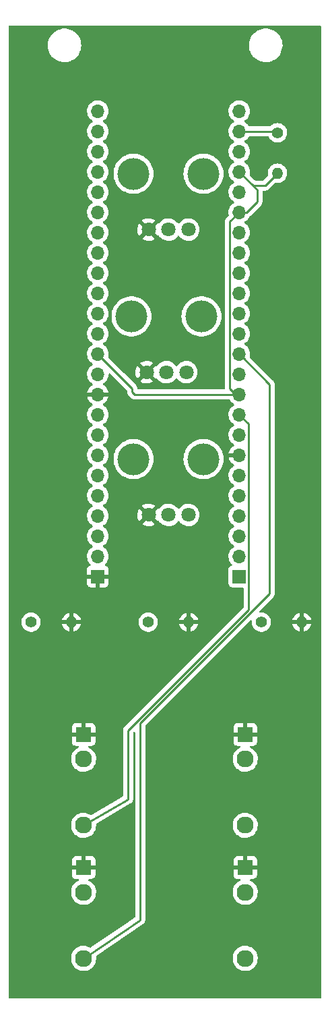
<source format=gbr>
%TF.GenerationSoftware,KiCad,Pcbnew,(5.99.0-9637-g1c773bc137)*%
%TF.CreationDate,2021-03-08T11:41:16+01:00*%
%TF.ProjectId,europa,6575726f-7061-42e6-9b69-6361645f7063,rev?*%
%TF.SameCoordinates,Original*%
%TF.FileFunction,Copper,L2,Bot*%
%TF.FilePolarity,Positive*%
%FSLAX46Y46*%
G04 Gerber Fmt 4.6, Leading zero omitted, Abs format (unit mm)*
G04 Created by KiCad (PCBNEW (5.99.0-9637-g1c773bc137)) date 2021-03-08 11:41:16*
%MOMM*%
%LPD*%
G01*
G04 APERTURE LIST*
%TA.AperFunction,WasherPad*%
%ADD10C,4.000000*%
%TD*%
%TA.AperFunction,ComponentPad*%
%ADD11C,1.800000*%
%TD*%
%TA.AperFunction,ComponentPad*%
%ADD12R,1.930000X1.830000*%
%TD*%
%TA.AperFunction,ComponentPad*%
%ADD13C,2.130000*%
%TD*%
%TA.AperFunction,ComponentPad*%
%ADD14C,1.400000*%
%TD*%
%TA.AperFunction,ComponentPad*%
%ADD15O,1.400000X1.400000*%
%TD*%
%TA.AperFunction,ComponentPad*%
%ADD16R,1.700000X1.700000*%
%TD*%
%TA.AperFunction,ComponentPad*%
%ADD17O,1.700000X1.700000*%
%TD*%
%TA.AperFunction,Conductor*%
%ADD18C,0.250000*%
%TD*%
G04 APERTURE END LIST*
D10*
%TO.P,TARGET1,*%
%TO.N,*%
X97454000Y-56610600D03*
X106254000Y-56610600D03*
D11*
%TO.P,TARGET1,1,1*%
%TO.N,+3V3*%
X104354000Y-63610600D03*
%TO.P,TARGET1,2,2*%
%TO.N,A1*%
X101854000Y-63610600D03*
%TO.P,TARGET1,3,3*%
%TO.N,GND*%
X99354000Y-63610600D03*
%TD*%
D12*
%TO.P,J4,S*%
%TO.N,GND*%
X111760000Y-109082800D03*
D13*
%TO.P,J4,T*%
%TO.N,unconnected-(J4-PadT)*%
X111760000Y-120482800D03*
%TO.P,J4,TN*%
%TO.N,N/C*%
X111760000Y-112182800D03*
%TD*%
D10*
%TO.P,SWING1,*%
%TO.N,*%
X106508000Y-74517600D03*
X97708000Y-74517600D03*
D11*
%TO.P,SWING1,1,1*%
%TO.N,+3V3*%
X104608000Y-81517600D03*
%TO.P,SWING1,2,2*%
%TO.N,A2*%
X102108000Y-81517600D03*
%TO.P,SWING1,3,3*%
%TO.N,GND*%
X99608000Y-81517600D03*
%TD*%
D10*
%TO.P,BALL1,*%
%TO.N,*%
X106508000Y-38703600D03*
X97708000Y-38703600D03*
D11*
%TO.P,BALL1,1,1*%
%TO.N,+3V3*%
X104608000Y-45703600D03*
%TO.P,BALL1,2,2*%
%TO.N,A0*%
X102108000Y-45703600D03*
%TO.P,BALL1,3,3*%
%TO.N,GND*%
X99608000Y-45703600D03*
%TD*%
D12*
%TO.P,J6,S*%
%TO.N,GND*%
X111760000Y-125780800D03*
D13*
%TO.P,J6,T*%
%TO.N,unconnected-(J6-PadT)*%
X111760000Y-137180800D03*
%TO.P,J6,TN*%
%TO.N,N/C*%
X111760000Y-128880800D03*
%TD*%
D14*
%TO.P,R4,1*%
%TO.N,BUTTON3*%
X113792000Y-94996000D03*
D15*
%TO.P,R4,2*%
%TO.N,GND*%
X118872000Y-94996000D03*
%TD*%
D14*
%TO.P,R1,1*%
%TO.N,REF_CLK*%
X115824000Y-33557600D03*
D15*
%TO.P,R1,2*%
%TO.N,VREF*%
X115824000Y-38637600D03*
%TD*%
D12*
%TO.P,J3,S*%
%TO.N,GND*%
X91440000Y-109082800D03*
D13*
%TO.P,J3,T*%
%TO.N,AU_IN1*%
X91440000Y-120482800D03*
%TO.P,J3,TN*%
%TO.N,N/C*%
X91440000Y-112182800D03*
%TD*%
D14*
%TO.P,R3,1*%
%TO.N,BUTTON2*%
X99568000Y-94996000D03*
D15*
%TO.P,R3,2*%
%TO.N,GND*%
X104648000Y-94996000D03*
%TD*%
D14*
%TO.P,R2,1*%
%TO.N,BUTTON1*%
X84836000Y-94996000D03*
D15*
%TO.P,R2,2*%
%TO.N,GND*%
X89916000Y-94996000D03*
%TD*%
D16*
%TO.P,J1,1,Pin_1*%
%TO.N,/FT_SSn*%
X111000000Y-89255600D03*
D17*
%TO.P,J1,2,Pin_2*%
%TO.N,/FT_SCK*%
X111000000Y-86715600D03*
%TO.P,J1,3,Pin_3*%
%TO.N,/FLASH_MOSI*%
X111000000Y-84175600D03*
%TO.P,J1,4,Pin_4*%
%TO.N,/FLASH_MISO*%
X111000000Y-81635600D03*
%TO.P,J1,5,Pin_5*%
%TO.N,/IOB_25B_G3*%
X111000000Y-79095600D03*
%TO.P,J1,6,Pin_6*%
%TO.N,BUTTON3*%
X111000000Y-76555600D03*
%TO.P,J1,7,Pin_7*%
%TO.N,GND*%
X111000000Y-74015600D03*
%TO.P,J1,8,Pin_8*%
%TO.N,/CLK_12M_EXT*%
X111000000Y-71475600D03*
%TO.P,J1,9,Pin_9*%
%TO.N,AU_IN1*%
X111000000Y-68935600D03*
%TO.P,J1,10,Pin_10*%
%TO.N,VREF*%
X111000000Y-66395600D03*
%TO.P,J1,11,Pin_11*%
%TO.N,/IOB_24A*%
X111000000Y-63855600D03*
%TO.P,J1,12,Pin_12*%
%TO.N,AU_OUT1*%
X111000000Y-61315600D03*
%TO.P,J1,13,Pin_13*%
%TO.N,/IOB_31B*%
X111000000Y-58775600D03*
%TO.P,J1,14,Pin_14*%
%TO.N,BUTTON2*%
X111000000Y-56235600D03*
%TO.P,J1,15,Pin_15*%
%TO.N,BUTTON1*%
X111000000Y-53695600D03*
%TO.P,J1,16,Pin_16*%
%TO.N,/IOB_13B*%
X111000000Y-51155600D03*
%TO.P,J1,17,Pin_17*%
%TO.N,/IOB_3B_G6*%
X111000000Y-48615600D03*
%TO.P,J1,18,Pin_18*%
%TO.N,A1*%
X111000000Y-46075600D03*
%TO.P,J1,19,Pin_19*%
%TO.N,VREF*%
X111000000Y-43535600D03*
%TO.P,J1,20,Pin_20*%
%TO.N,A0*%
X111000000Y-40995600D03*
%TO.P,J1,21,Pin_21*%
%TO.N,VREF*%
X111000000Y-38455600D03*
%TO.P,J1,22,Pin_22*%
%TO.N,/IOB_2A*%
X111000000Y-35915600D03*
%TO.P,J1,23,Pin_23*%
%TO.N,REF_CLK*%
X111000000Y-33375600D03*
%TO.P,J1,24,Pin_24*%
%TO.N,/IOB_6A*%
X111000000Y-30835600D03*
%TD*%
D12*
%TO.P,J5,S*%
%TO.N,GND*%
X91440000Y-125780800D03*
D13*
%TO.P,J5,T*%
%TO.N,AU_OUT1*%
X91440000Y-137180800D03*
%TO.P,J5,TN*%
%TO.N,N/C*%
X91440000Y-128880800D03*
%TD*%
D16*
%TO.P,J2,1,Pin_1*%
%TO.N,GND*%
X93220000Y-89255600D03*
D17*
%TO.P,J2,2,Pin_2*%
%TO.N,/VIO_BANK_0_2*%
X93220000Y-86715600D03*
%TO.P,J2,3,Pin_3*%
%TO.N,/CRESET_N*%
X93220000Y-84175600D03*
%TO.P,J2,4,Pin_4*%
%TO.N,/CDONE*%
X93220000Y-81635600D03*
%TO.P,J2,5,Pin_5*%
%TO.N,/LED_R*%
X93220000Y-79095600D03*
%TO.P,J2,6,Pin_6*%
%TO.N,/LED_G*%
X93220000Y-76555600D03*
%TO.P,J2,7,Pin_7*%
%TO.N,/LED_B*%
X93220000Y-74015600D03*
%TO.P,J2,8,Pin_8*%
%TO.N,+5VD*%
X93220000Y-71475600D03*
%TO.P,J2,9,Pin_9*%
%TO.N,+3V3*%
X93220000Y-68935600D03*
%TO.P,J2,10,Pin_10*%
%TO.N,GND*%
X93220000Y-66395600D03*
%TO.P,J2,11,Pin_11*%
%TO.N,A2*%
X93220000Y-63855600D03*
%TO.P,J2,12,Pin_12*%
%TO.N,VREF*%
X93220000Y-61315600D03*
%TO.P,J2,13,Pin_13*%
%TO.N,/IOT_39A*%
X93220000Y-58775600D03*
%TO.P,J2,14,Pin_14*%
%TO.N,/IOT_38B*%
X93220000Y-56235600D03*
%TO.P,J2,15,Pin_15*%
%TO.N,/IOT_43A*%
X93220000Y-53695600D03*
%TO.P,J2,16,Pin_16*%
%TO.N,/IOT_46B_G0*%
X93220000Y-51155600D03*
%TO.P,J2,17,Pin_17*%
%TO.N,/IOT_42B*%
X93220000Y-48615600D03*
%TO.P,J2,18,Pin_18*%
%TO.N,/IOT_45A_G1*%
X93220000Y-46075600D03*
%TO.P,J2,19,Pin_19*%
%TO.N,/IOT_44B*%
X93220000Y-43535600D03*
%TO.P,J2,20,Pin_20*%
%TO.N,/IOT_49A*%
X93220000Y-40995600D03*
%TO.P,J2,21,Pin_21*%
%TO.N,/IOT_48B*%
X93220000Y-38455600D03*
%TO.P,J2,22,Pin_22*%
%TO.N,/IOT_51A*%
X93220000Y-35915600D03*
%TO.P,J2,23,Pin_23*%
%TO.N,/IOT_50B*%
X93220000Y-33375600D03*
%TO.P,J2,24,Pin_24*%
%TO.N,/IOT_41A*%
X93220000Y-30835600D03*
%TD*%
D18*
%TO.N,AU_IN1*%
X91440000Y-120482800D02*
X97028000Y-117192000D01*
X112175011Y-93436565D02*
X112175011Y-70110611D01*
X97028000Y-117192000D02*
X97028000Y-108583576D01*
X97028000Y-108583576D02*
X112175011Y-93436565D01*
%TO.N,AU_OUT1*%
X91440000Y-137180800D02*
X98552000Y-132366000D01*
X98552000Y-132366000D02*
X98552000Y-107696000D01*
X98552000Y-107696000D02*
X114817011Y-91430989D01*
X114817011Y-91430989D02*
X114817011Y-65132611D01*
X114817011Y-65132611D02*
X111318212Y-61633812D01*
%TO.N,AU_IN1*%
X112175011Y-70110611D02*
X111000000Y-68935600D01*
%TO.N,VREF*%
X109824989Y-65658589D02*
X110562000Y-66395600D01*
X111942000Y-43535600D02*
X111000000Y-43535600D01*
X97536000Y-65631600D02*
X93220000Y-61315600D01*
X111000000Y-43535600D02*
X109824989Y-44710611D01*
X113284000Y-42193600D02*
X111942000Y-43535600D01*
X97862000Y-66395600D02*
X97536000Y-66069600D01*
X114265000Y-40196600D02*
X112741000Y-40196600D01*
X97536000Y-66069600D02*
X97536000Y-65631600D01*
X112741000Y-40196600D02*
X113284000Y-40739600D01*
X109824989Y-44710611D02*
X109824989Y-65658589D01*
X110562000Y-66395600D02*
X111000000Y-66395600D01*
X111000000Y-66395600D02*
X97862000Y-66395600D01*
X111000000Y-38455600D02*
X112741000Y-40196600D01*
X113284000Y-40739600D02*
X113284000Y-42193600D01*
X115824000Y-38637600D02*
X114265000Y-40196600D01*
%TO.N,REF_CLK*%
X111000000Y-33375600D02*
X115642000Y-33375600D01*
X115642000Y-33375600D02*
X115824000Y-33557600D01*
%TD*%
%TA.AperFunction,Conductor*%
%TO.N,GND*%
G36*
X121268121Y-20110002D02*
G01*
X121314614Y-20163658D01*
X121326000Y-20216000D01*
X121326000Y-142114000D01*
X121305998Y-142182121D01*
X121252342Y-142228614D01*
X121200000Y-142240000D01*
X82168000Y-142240000D01*
X82099879Y-142219998D01*
X82053386Y-142166342D01*
X82042000Y-142114000D01*
X82042000Y-128990911D01*
X89865345Y-128990911D01*
X89903206Y-129241252D01*
X89980604Y-129482320D01*
X89982902Y-129486830D01*
X89982904Y-129486835D01*
X90045042Y-129608787D01*
X90095549Y-129707912D01*
X90245083Y-129912224D01*
X90425360Y-130090001D01*
X90429485Y-130092933D01*
X90429488Y-130092935D01*
X90502799Y-130145034D01*
X90631740Y-130236668D01*
X90858915Y-130348452D01*
X90863759Y-130349933D01*
X91096192Y-130420995D01*
X91096194Y-130420995D01*
X91101040Y-130422477D01*
X91351886Y-130456839D01*
X91422567Y-130455112D01*
X91599937Y-130450777D01*
X91599941Y-130450777D01*
X91604998Y-130450653D01*
X91853866Y-130404079D01*
X92092085Y-130318314D01*
X92313529Y-130195566D01*
X92317507Y-130192436D01*
X92317511Y-130192433D01*
X92508522Y-130042122D01*
X92508523Y-130042121D01*
X92512498Y-130038993D01*
X92683875Y-129852622D01*
X92823250Y-129641248D01*
X92825325Y-129636631D01*
X92924964Y-129414926D01*
X92924966Y-129414920D01*
X92927038Y-129410310D01*
X92992568Y-129165749D01*
X93018154Y-128913858D01*
X93018500Y-128880800D01*
X93006990Y-128737736D01*
X92998601Y-128633469D01*
X92998600Y-128633464D01*
X92998195Y-128628428D01*
X92937801Y-128382548D01*
X92838872Y-128149487D01*
X92703954Y-127935241D01*
X92536518Y-127745322D01*
X92340871Y-127584616D01*
X92122047Y-127457257D01*
X92109473Y-127452430D01*
X92053046Y-127409345D01*
X92028870Y-127342591D01*
X92044622Y-127273364D01*
X92095300Y-127223642D01*
X92154629Y-127208800D01*
X92402743Y-127208800D01*
X92407250Y-127208639D01*
X92471269Y-127204060D01*
X92484491Y-127201674D01*
X92609458Y-127164981D01*
X92625692Y-127157567D01*
X92733360Y-127088374D01*
X92746847Y-127076688D01*
X92830662Y-126979960D01*
X92840307Y-126964952D01*
X92893477Y-126848525D01*
X92898502Y-126831412D01*
X92917361Y-126700246D01*
X92918000Y-126691303D01*
X92918000Y-126052915D01*
X92913525Y-126037676D01*
X92912135Y-126036471D01*
X92904452Y-126034800D01*
X89980115Y-126034800D01*
X89964876Y-126039275D01*
X89963671Y-126040665D01*
X89962000Y-126048348D01*
X89962000Y-126693543D01*
X89962161Y-126698050D01*
X89966740Y-126762069D01*
X89969126Y-126775291D01*
X90005819Y-126900258D01*
X90013233Y-126916492D01*
X90082426Y-127024160D01*
X90094112Y-127037647D01*
X90190840Y-127121462D01*
X90205848Y-127131107D01*
X90322275Y-127184277D01*
X90339388Y-127189302D01*
X90470554Y-127208161D01*
X90479495Y-127208800D01*
X90734247Y-127208800D01*
X90802368Y-127228802D01*
X90848861Y-127282458D01*
X90858965Y-127352732D01*
X90829471Y-127417312D01*
X90787497Y-127448995D01*
X90660313Y-127508302D01*
X90656137Y-127511140D01*
X90656130Y-127511144D01*
X90551761Y-127582074D01*
X90450906Y-127650615D01*
X90266946Y-127824577D01*
X90113166Y-128025714D01*
X89993521Y-128248849D01*
X89911091Y-128488243D01*
X89867996Y-128737736D01*
X89865345Y-128990911D01*
X82042000Y-128990911D01*
X82042000Y-124870295D01*
X89962000Y-124870295D01*
X89962000Y-125508685D01*
X89966475Y-125523924D01*
X89967865Y-125525129D01*
X89975548Y-125526800D01*
X91167885Y-125526800D01*
X91183124Y-125522325D01*
X91184329Y-125520935D01*
X91186000Y-125513252D01*
X91186000Y-124370915D01*
X91184659Y-124366348D01*
X91694000Y-124366348D01*
X91694000Y-125508685D01*
X91698475Y-125523924D01*
X91699865Y-125525129D01*
X91707548Y-125526800D01*
X92899885Y-125526800D01*
X92915124Y-125522325D01*
X92916329Y-125520935D01*
X92918000Y-125513252D01*
X92918000Y-124868057D01*
X92917839Y-124863550D01*
X92913260Y-124799531D01*
X92910874Y-124786309D01*
X92874181Y-124661342D01*
X92866767Y-124645108D01*
X92797574Y-124537440D01*
X92785888Y-124523953D01*
X92689160Y-124440138D01*
X92674152Y-124430493D01*
X92557725Y-124377323D01*
X92540612Y-124372298D01*
X92409446Y-124353439D01*
X92400505Y-124352800D01*
X91712115Y-124352800D01*
X91696876Y-124357275D01*
X91695671Y-124358665D01*
X91694000Y-124366348D01*
X91184659Y-124366348D01*
X91181525Y-124355676D01*
X91180135Y-124354471D01*
X91172452Y-124352800D01*
X90477257Y-124352800D01*
X90472750Y-124352961D01*
X90408731Y-124357540D01*
X90395509Y-124359926D01*
X90270542Y-124396619D01*
X90254308Y-124404033D01*
X90146640Y-124473226D01*
X90133153Y-124484912D01*
X90049338Y-124581640D01*
X90039693Y-124596648D01*
X89986523Y-124713075D01*
X89981498Y-124730188D01*
X89962639Y-124861354D01*
X89962000Y-124870295D01*
X82042000Y-124870295D01*
X82042000Y-120592911D01*
X89865345Y-120592911D01*
X89903206Y-120843252D01*
X89980604Y-121084320D01*
X89982902Y-121088830D01*
X89982904Y-121088835D01*
X90045042Y-121210787D01*
X90095549Y-121309912D01*
X90245083Y-121514224D01*
X90425360Y-121692001D01*
X90429485Y-121694933D01*
X90429488Y-121694935D01*
X90502799Y-121747034D01*
X90631740Y-121838668D01*
X90858915Y-121950452D01*
X90863759Y-121951933D01*
X91096192Y-122022995D01*
X91096194Y-122022995D01*
X91101040Y-122024477D01*
X91351886Y-122058839D01*
X91422567Y-122057112D01*
X91599937Y-122052777D01*
X91599941Y-122052777D01*
X91604998Y-122052653D01*
X91853866Y-122006079D01*
X92092085Y-121920314D01*
X92313529Y-121797566D01*
X92317507Y-121794436D01*
X92317511Y-121794433D01*
X92508522Y-121644122D01*
X92508523Y-121644121D01*
X92512498Y-121640993D01*
X92683875Y-121454622D01*
X92823250Y-121243248D01*
X92825325Y-121238631D01*
X92924964Y-121016926D01*
X92924966Y-121016920D01*
X92927038Y-121012310D01*
X92992568Y-120767749D01*
X93018154Y-120515858D01*
X93018500Y-120482800D01*
X93009894Y-120375839D01*
X93024368Y-120306335D01*
X93071549Y-120257163D01*
X97281798Y-117777727D01*
X97292089Y-117772291D01*
X97292325Y-117772180D01*
X97299860Y-117769732D01*
X97355889Y-117734175D01*
X97359456Y-117731994D01*
X97380159Y-117719802D01*
X97380160Y-117719801D01*
X97383572Y-117717792D01*
X97386701Y-117715374D01*
X97386707Y-117715370D01*
X97387542Y-117714725D01*
X97397071Y-117708040D01*
X97428301Y-117688221D01*
X97434995Y-117683973D01*
X97448378Y-117669722D01*
X97463184Y-117656275D01*
X97472374Y-117649173D01*
X97472377Y-117649170D01*
X97478651Y-117644322D01*
X97484158Y-117637250D01*
X97506245Y-117608885D01*
X97513809Y-117600045D01*
X97539131Y-117573079D01*
X97544557Y-117567301D01*
X97553976Y-117550169D01*
X97564970Y-117533466D01*
X97572111Y-117524295D01*
X97572112Y-117524294D01*
X97576982Y-117518039D01*
X97594897Y-117476848D01*
X97600020Y-117466414D01*
X97621662Y-117427048D01*
X97626525Y-117408110D01*
X97633019Y-117389197D01*
X97637655Y-117378538D01*
X97637656Y-117378536D01*
X97640816Y-117371269D01*
X97647923Y-117326930D01*
X97650293Y-117315538D01*
X97659988Y-117277778D01*
X97659988Y-117277777D01*
X97661465Y-117272025D01*
X97661500Y-117271469D01*
X97661500Y-117252256D01*
X97663088Y-117232315D01*
X97664892Y-117221061D01*
X97664892Y-117221059D01*
X97666146Y-117213236D01*
X97662037Y-117168888D01*
X97661500Y-117157263D01*
X97661500Y-108898170D01*
X97681502Y-108830049D01*
X97698405Y-108809075D01*
X97703405Y-108804075D01*
X97765717Y-108770049D01*
X97836532Y-108775114D01*
X97893368Y-108817661D01*
X97918179Y-108884181D01*
X97918500Y-108893170D01*
X97918500Y-131962999D01*
X97898498Y-132031120D01*
X97863138Y-132067336D01*
X96640303Y-132895191D01*
X92343918Y-135803828D01*
X92276295Y-135825454D01*
X92209900Y-135808388D01*
X92126425Y-135759804D01*
X92126415Y-135759799D01*
X92122047Y-135757257D01*
X92117324Y-135755444D01*
X91890400Y-135668336D01*
X91890396Y-135668335D01*
X91885676Y-135666523D01*
X91880726Y-135665489D01*
X91880723Y-135665488D01*
X91642790Y-135615781D01*
X91642786Y-135615781D01*
X91637839Y-135614747D01*
X91384911Y-135603262D01*
X91379890Y-135603843D01*
X91379887Y-135603843D01*
X91276710Y-135615781D01*
X91133401Y-135632362D01*
X91128527Y-135633741D01*
X91128523Y-135633742D01*
X90894648Y-135699922D01*
X90894646Y-135699923D01*
X90889779Y-135701300D01*
X90885204Y-135703434D01*
X90885197Y-135703436D01*
X90764317Y-135759804D01*
X90660313Y-135808302D01*
X90656137Y-135811140D01*
X90656130Y-135811144D01*
X90551761Y-135882074D01*
X90450906Y-135950615D01*
X90266946Y-136124577D01*
X90113166Y-136325714D01*
X89993521Y-136548849D01*
X89911091Y-136788243D01*
X89867996Y-137037736D01*
X89865345Y-137290911D01*
X89903206Y-137541252D01*
X89980604Y-137782320D01*
X89982902Y-137786830D01*
X89982904Y-137786835D01*
X90045042Y-137908787D01*
X90095549Y-138007912D01*
X90245083Y-138212224D01*
X90425360Y-138390001D01*
X90429485Y-138392933D01*
X90429488Y-138392935D01*
X90502799Y-138445034D01*
X90631740Y-138536668D01*
X90858915Y-138648452D01*
X90863759Y-138649933D01*
X91096192Y-138720995D01*
X91096194Y-138720995D01*
X91101040Y-138722477D01*
X91351886Y-138756839D01*
X91422567Y-138755112D01*
X91599937Y-138750777D01*
X91599941Y-138750777D01*
X91604998Y-138750653D01*
X91853866Y-138704079D01*
X92092085Y-138618314D01*
X92313529Y-138495566D01*
X92317507Y-138492436D01*
X92317511Y-138492433D01*
X92508522Y-138342122D01*
X92508523Y-138342121D01*
X92512498Y-138338993D01*
X92683875Y-138152622D01*
X92823250Y-137941248D01*
X92825325Y-137936631D01*
X92924964Y-137714926D01*
X92924966Y-137714920D01*
X92927038Y-137710310D01*
X92992568Y-137465749D01*
X93010327Y-137290911D01*
X110185345Y-137290911D01*
X110223206Y-137541252D01*
X110300604Y-137782320D01*
X110302902Y-137786830D01*
X110302904Y-137786835D01*
X110365042Y-137908787D01*
X110415549Y-138007912D01*
X110565083Y-138212224D01*
X110745360Y-138390001D01*
X110749485Y-138392933D01*
X110749488Y-138392935D01*
X110822799Y-138445034D01*
X110951740Y-138536668D01*
X111178915Y-138648452D01*
X111183759Y-138649933D01*
X111416192Y-138720995D01*
X111416194Y-138720995D01*
X111421040Y-138722477D01*
X111671886Y-138756839D01*
X111742567Y-138755112D01*
X111919937Y-138750777D01*
X111919941Y-138750777D01*
X111924998Y-138750653D01*
X112173866Y-138704079D01*
X112412085Y-138618314D01*
X112633529Y-138495566D01*
X112637507Y-138492436D01*
X112637511Y-138492433D01*
X112828522Y-138342122D01*
X112828523Y-138342121D01*
X112832498Y-138338993D01*
X113003875Y-138152622D01*
X113143250Y-137941248D01*
X113145325Y-137936631D01*
X113244964Y-137714926D01*
X113244966Y-137714920D01*
X113247038Y-137710310D01*
X113312568Y-137465749D01*
X113338154Y-137213858D01*
X113338500Y-137180800D01*
X113326990Y-137037736D01*
X113318601Y-136933469D01*
X113318600Y-136933464D01*
X113318195Y-136928428D01*
X113310298Y-136896275D01*
X113259008Y-136687462D01*
X113257801Y-136682548D01*
X113158872Y-136449487D01*
X113023954Y-136235241D01*
X112856518Y-136045322D01*
X112660871Y-135884616D01*
X112522064Y-135803828D01*
X112446415Y-135759799D01*
X112446413Y-135759798D01*
X112442047Y-135757257D01*
X112437324Y-135755444D01*
X112210400Y-135668336D01*
X112210396Y-135668335D01*
X112205676Y-135666523D01*
X112200726Y-135665489D01*
X112200723Y-135665488D01*
X111962790Y-135615781D01*
X111962786Y-135615781D01*
X111957839Y-135614747D01*
X111704911Y-135603262D01*
X111699890Y-135603843D01*
X111699887Y-135603843D01*
X111596710Y-135615781D01*
X111453401Y-135632362D01*
X111448527Y-135633741D01*
X111448523Y-135633742D01*
X111214648Y-135699922D01*
X111214646Y-135699923D01*
X111209779Y-135701300D01*
X111205204Y-135703434D01*
X111205197Y-135703436D01*
X111084317Y-135759804D01*
X110980313Y-135808302D01*
X110976137Y-135811140D01*
X110976130Y-135811144D01*
X110871761Y-135882074D01*
X110770906Y-135950615D01*
X110586946Y-136124577D01*
X110433166Y-136325714D01*
X110313521Y-136548849D01*
X110231091Y-136788243D01*
X110187996Y-137037736D01*
X110185345Y-137290911D01*
X93010327Y-137290911D01*
X93018154Y-137213858D01*
X93018500Y-137180800D01*
X93001227Y-136966113D01*
X93015701Y-136896607D01*
X93056184Y-136851670D01*
X98898813Y-132896231D01*
X98901912Y-132894199D01*
X98958995Y-132857973D01*
X98988792Y-132826242D01*
X98997484Y-132817834D01*
X99024233Y-132794336D01*
X99024234Y-132794335D01*
X99030192Y-132789101D01*
X99041992Y-132771805D01*
X99054224Y-132756564D01*
X99063130Y-132747080D01*
X99068557Y-132741301D01*
X99089533Y-132703145D01*
X99095856Y-132692849D01*
X99115923Y-132663436D01*
X99115925Y-132663433D01*
X99120391Y-132656886D01*
X99123088Y-132649436D01*
X99123091Y-132649430D01*
X99127518Y-132637200D01*
X99135581Y-132619384D01*
X99141845Y-132607991D01*
X99145662Y-132601048D01*
X99156488Y-132558881D01*
X99160055Y-132547325D01*
X99172175Y-132513850D01*
X99172177Y-132513843D01*
X99174873Y-132506395D01*
X99175633Y-132498508D01*
X99175634Y-132498502D01*
X99176882Y-132485550D01*
X99180259Y-132466299D01*
X99183988Y-132451776D01*
X99185465Y-132446025D01*
X99185500Y-132445469D01*
X99185500Y-132402121D01*
X99186081Y-132390040D01*
X99189459Y-132354977D01*
X99189459Y-132354973D01*
X99190219Y-132347082D01*
X99187016Y-132326621D01*
X99185500Y-132307135D01*
X99185500Y-128990911D01*
X110185345Y-128990911D01*
X110223206Y-129241252D01*
X110300604Y-129482320D01*
X110302902Y-129486830D01*
X110302904Y-129486835D01*
X110365042Y-129608787D01*
X110415549Y-129707912D01*
X110565083Y-129912224D01*
X110745360Y-130090001D01*
X110749485Y-130092933D01*
X110749488Y-130092935D01*
X110822799Y-130145034D01*
X110951740Y-130236668D01*
X111178915Y-130348452D01*
X111183759Y-130349933D01*
X111416192Y-130420995D01*
X111416194Y-130420995D01*
X111421040Y-130422477D01*
X111671886Y-130456839D01*
X111742567Y-130455112D01*
X111919937Y-130450777D01*
X111919941Y-130450777D01*
X111924998Y-130450653D01*
X112173866Y-130404079D01*
X112412085Y-130318314D01*
X112633529Y-130195566D01*
X112637507Y-130192436D01*
X112637511Y-130192433D01*
X112828522Y-130042122D01*
X112828523Y-130042121D01*
X112832498Y-130038993D01*
X113003875Y-129852622D01*
X113143250Y-129641248D01*
X113145325Y-129636631D01*
X113244964Y-129414926D01*
X113244966Y-129414920D01*
X113247038Y-129410310D01*
X113312568Y-129165749D01*
X113338154Y-128913858D01*
X113338500Y-128880800D01*
X113326990Y-128737736D01*
X113318601Y-128633469D01*
X113318600Y-128633464D01*
X113318195Y-128628428D01*
X113257801Y-128382548D01*
X113158872Y-128149487D01*
X113023954Y-127935241D01*
X112856518Y-127745322D01*
X112660871Y-127584616D01*
X112442047Y-127457257D01*
X112429473Y-127452430D01*
X112373046Y-127409345D01*
X112348870Y-127342591D01*
X112364622Y-127273364D01*
X112415300Y-127223642D01*
X112474629Y-127208800D01*
X112722743Y-127208800D01*
X112727250Y-127208639D01*
X112791269Y-127204060D01*
X112804491Y-127201674D01*
X112929458Y-127164981D01*
X112945692Y-127157567D01*
X113053360Y-127088374D01*
X113066847Y-127076688D01*
X113150662Y-126979960D01*
X113160307Y-126964952D01*
X113213477Y-126848525D01*
X113218502Y-126831412D01*
X113237361Y-126700246D01*
X113238000Y-126691303D01*
X113238000Y-126052915D01*
X113233525Y-126037676D01*
X113232135Y-126036471D01*
X113224452Y-126034800D01*
X110300115Y-126034800D01*
X110284876Y-126039275D01*
X110283671Y-126040665D01*
X110282000Y-126048348D01*
X110282000Y-126693543D01*
X110282161Y-126698050D01*
X110286740Y-126762069D01*
X110289126Y-126775291D01*
X110325819Y-126900258D01*
X110333233Y-126916492D01*
X110402426Y-127024160D01*
X110414112Y-127037647D01*
X110510840Y-127121462D01*
X110525848Y-127131107D01*
X110642275Y-127184277D01*
X110659388Y-127189302D01*
X110790554Y-127208161D01*
X110799495Y-127208800D01*
X111054247Y-127208800D01*
X111122368Y-127228802D01*
X111168861Y-127282458D01*
X111178965Y-127352732D01*
X111149471Y-127417312D01*
X111107497Y-127448995D01*
X110980313Y-127508302D01*
X110976137Y-127511140D01*
X110976130Y-127511144D01*
X110871761Y-127582074D01*
X110770906Y-127650615D01*
X110586946Y-127824577D01*
X110433166Y-128025714D01*
X110313521Y-128248849D01*
X110231091Y-128488243D01*
X110187996Y-128737736D01*
X110185345Y-128990911D01*
X99185500Y-128990911D01*
X99185500Y-124870295D01*
X110282000Y-124870295D01*
X110282000Y-125508685D01*
X110286475Y-125523924D01*
X110287865Y-125525129D01*
X110295548Y-125526800D01*
X111487885Y-125526800D01*
X111503124Y-125522325D01*
X111504329Y-125520935D01*
X111506000Y-125513252D01*
X111506000Y-124370915D01*
X111504659Y-124366348D01*
X112014000Y-124366348D01*
X112014000Y-125508685D01*
X112018475Y-125523924D01*
X112019865Y-125525129D01*
X112027548Y-125526800D01*
X113219885Y-125526800D01*
X113235124Y-125522325D01*
X113236329Y-125520935D01*
X113238000Y-125513252D01*
X113238000Y-124868057D01*
X113237839Y-124863550D01*
X113233260Y-124799531D01*
X113230874Y-124786309D01*
X113194181Y-124661342D01*
X113186767Y-124645108D01*
X113117574Y-124537440D01*
X113105888Y-124523953D01*
X113009160Y-124440138D01*
X112994152Y-124430493D01*
X112877725Y-124377323D01*
X112860612Y-124372298D01*
X112729446Y-124353439D01*
X112720505Y-124352800D01*
X112032115Y-124352800D01*
X112016876Y-124357275D01*
X112015671Y-124358665D01*
X112014000Y-124366348D01*
X111504659Y-124366348D01*
X111501525Y-124355676D01*
X111500135Y-124354471D01*
X111492452Y-124352800D01*
X110797257Y-124352800D01*
X110792750Y-124352961D01*
X110728731Y-124357540D01*
X110715509Y-124359926D01*
X110590542Y-124396619D01*
X110574308Y-124404033D01*
X110466640Y-124473226D01*
X110453153Y-124484912D01*
X110369338Y-124581640D01*
X110359693Y-124596648D01*
X110306523Y-124713075D01*
X110301498Y-124730188D01*
X110282639Y-124861354D01*
X110282000Y-124870295D01*
X99185500Y-124870295D01*
X99185500Y-120592911D01*
X110185345Y-120592911D01*
X110223206Y-120843252D01*
X110300604Y-121084320D01*
X110302902Y-121088830D01*
X110302904Y-121088835D01*
X110365042Y-121210787D01*
X110415549Y-121309912D01*
X110565083Y-121514224D01*
X110745360Y-121692001D01*
X110749485Y-121694933D01*
X110749488Y-121694935D01*
X110822799Y-121747034D01*
X110951740Y-121838668D01*
X111178915Y-121950452D01*
X111183759Y-121951933D01*
X111416192Y-122022995D01*
X111416194Y-122022995D01*
X111421040Y-122024477D01*
X111671886Y-122058839D01*
X111742567Y-122057112D01*
X111919937Y-122052777D01*
X111919941Y-122052777D01*
X111924998Y-122052653D01*
X112173866Y-122006079D01*
X112412085Y-121920314D01*
X112633529Y-121797566D01*
X112637507Y-121794436D01*
X112637511Y-121794433D01*
X112828522Y-121644122D01*
X112828523Y-121644121D01*
X112832498Y-121640993D01*
X113003875Y-121454622D01*
X113143250Y-121243248D01*
X113145325Y-121238631D01*
X113244964Y-121016926D01*
X113244966Y-121016920D01*
X113247038Y-121012310D01*
X113312568Y-120767749D01*
X113338154Y-120515858D01*
X113338500Y-120482800D01*
X113338271Y-120479952D01*
X113318601Y-120235469D01*
X113318600Y-120235464D01*
X113318195Y-120230428D01*
X113257801Y-119984548D01*
X113158872Y-119751487D01*
X113023954Y-119537241D01*
X112856518Y-119347322D01*
X112660871Y-119186616D01*
X112442047Y-119059257D01*
X112437324Y-119057444D01*
X112210400Y-118970336D01*
X112210396Y-118970335D01*
X112205676Y-118968523D01*
X112200726Y-118967489D01*
X112200723Y-118967488D01*
X111962790Y-118917781D01*
X111962786Y-118917781D01*
X111957839Y-118916747D01*
X111704911Y-118905262D01*
X111699890Y-118905843D01*
X111699887Y-118905843D01*
X111596710Y-118917781D01*
X111453401Y-118934362D01*
X111448527Y-118935741D01*
X111448523Y-118935742D01*
X111214648Y-119001922D01*
X111214646Y-119001923D01*
X111209779Y-119003300D01*
X111205204Y-119005434D01*
X111205197Y-119005436D01*
X111084321Y-119061802D01*
X110980313Y-119110302D01*
X110976137Y-119113140D01*
X110976130Y-119113144D01*
X110817283Y-119221097D01*
X110770906Y-119252615D01*
X110586946Y-119426577D01*
X110433166Y-119627714D01*
X110313521Y-119850849D01*
X110231091Y-120090243D01*
X110187996Y-120339736D01*
X110185345Y-120592911D01*
X99185500Y-120592911D01*
X99185500Y-112292911D01*
X110185345Y-112292911D01*
X110223206Y-112543252D01*
X110300604Y-112784320D01*
X110302902Y-112788830D01*
X110302904Y-112788835D01*
X110365042Y-112910787D01*
X110415549Y-113009912D01*
X110565083Y-113214224D01*
X110745360Y-113392001D01*
X110749485Y-113394933D01*
X110749488Y-113394935D01*
X110822799Y-113447034D01*
X110951740Y-113538668D01*
X111178915Y-113650452D01*
X111183759Y-113651933D01*
X111416192Y-113722995D01*
X111416194Y-113722995D01*
X111421040Y-113724477D01*
X111671886Y-113758839D01*
X111742567Y-113757112D01*
X111919937Y-113752777D01*
X111919941Y-113752777D01*
X111924998Y-113752653D01*
X112173866Y-113706079D01*
X112412085Y-113620314D01*
X112633529Y-113497566D01*
X112637507Y-113494436D01*
X112637511Y-113494433D01*
X112828522Y-113344122D01*
X112828523Y-113344121D01*
X112832498Y-113340993D01*
X113003875Y-113154622D01*
X113143250Y-112943248D01*
X113145325Y-112938631D01*
X113244964Y-112716926D01*
X113244966Y-112716920D01*
X113247038Y-112712310D01*
X113312568Y-112467749D01*
X113338154Y-112215858D01*
X113338500Y-112182800D01*
X113326990Y-112039736D01*
X113318601Y-111935469D01*
X113318600Y-111935464D01*
X113318195Y-111930428D01*
X113257801Y-111684548D01*
X113158872Y-111451487D01*
X113023954Y-111237241D01*
X112856518Y-111047322D01*
X112660871Y-110886616D01*
X112442047Y-110759257D01*
X112429473Y-110754430D01*
X112373046Y-110711345D01*
X112348870Y-110644591D01*
X112364622Y-110575364D01*
X112415300Y-110525642D01*
X112474629Y-110510800D01*
X112722743Y-110510800D01*
X112727250Y-110510639D01*
X112791269Y-110506060D01*
X112804491Y-110503674D01*
X112929458Y-110466981D01*
X112945692Y-110459567D01*
X113053360Y-110390374D01*
X113066847Y-110378688D01*
X113150662Y-110281960D01*
X113160307Y-110266952D01*
X113213477Y-110150525D01*
X113218502Y-110133412D01*
X113237361Y-110002246D01*
X113238000Y-109993303D01*
X113238000Y-109354915D01*
X113233525Y-109339676D01*
X113232135Y-109338471D01*
X113224452Y-109336800D01*
X110300115Y-109336800D01*
X110284876Y-109341275D01*
X110283671Y-109342665D01*
X110282000Y-109350348D01*
X110282000Y-109995543D01*
X110282161Y-110000050D01*
X110286740Y-110064069D01*
X110289126Y-110077291D01*
X110325819Y-110202258D01*
X110333233Y-110218492D01*
X110402426Y-110326160D01*
X110414112Y-110339647D01*
X110510840Y-110423462D01*
X110525848Y-110433107D01*
X110642275Y-110486277D01*
X110659388Y-110491302D01*
X110790554Y-110510161D01*
X110799495Y-110510800D01*
X111054247Y-110510800D01*
X111122368Y-110530802D01*
X111168861Y-110584458D01*
X111178965Y-110654732D01*
X111149471Y-110719312D01*
X111107497Y-110750995D01*
X110980313Y-110810302D01*
X110976137Y-110813140D01*
X110976130Y-110813144D01*
X110871761Y-110884074D01*
X110770906Y-110952615D01*
X110586946Y-111126577D01*
X110433166Y-111327714D01*
X110313521Y-111550849D01*
X110231091Y-111790243D01*
X110187996Y-112039736D01*
X110185345Y-112292911D01*
X99185500Y-112292911D01*
X99185500Y-108172295D01*
X110282000Y-108172295D01*
X110282000Y-108810685D01*
X110286475Y-108825924D01*
X110287865Y-108827129D01*
X110295548Y-108828800D01*
X111487885Y-108828800D01*
X111503124Y-108824325D01*
X111504329Y-108822935D01*
X111506000Y-108815252D01*
X111506000Y-107672915D01*
X111504659Y-107668348D01*
X112014000Y-107668348D01*
X112014000Y-108810685D01*
X112018475Y-108825924D01*
X112019865Y-108827129D01*
X112027548Y-108828800D01*
X113219885Y-108828800D01*
X113235124Y-108824325D01*
X113236329Y-108822935D01*
X113238000Y-108815252D01*
X113238000Y-108170057D01*
X113237839Y-108165550D01*
X113233260Y-108101531D01*
X113230874Y-108088309D01*
X113194181Y-107963342D01*
X113186767Y-107947108D01*
X113117574Y-107839440D01*
X113105888Y-107825953D01*
X113009160Y-107742138D01*
X112994152Y-107732493D01*
X112877725Y-107679323D01*
X112860612Y-107674298D01*
X112729446Y-107655439D01*
X112720505Y-107654800D01*
X112032115Y-107654800D01*
X112016876Y-107659275D01*
X112015671Y-107660665D01*
X112014000Y-107668348D01*
X111504659Y-107668348D01*
X111501525Y-107657676D01*
X111500135Y-107656471D01*
X111492452Y-107654800D01*
X110797257Y-107654800D01*
X110792750Y-107654961D01*
X110728731Y-107659540D01*
X110715509Y-107661926D01*
X110590542Y-107698619D01*
X110574308Y-107706033D01*
X110466640Y-107775226D01*
X110453153Y-107786912D01*
X110369338Y-107883640D01*
X110359693Y-107898648D01*
X110306523Y-108015075D01*
X110301498Y-108032188D01*
X110282639Y-108163354D01*
X110282000Y-108172295D01*
X99185500Y-108172295D01*
X99185500Y-108010594D01*
X99205502Y-107942473D01*
X99222405Y-107921499D01*
X112371267Y-94772637D01*
X112433579Y-94738611D01*
X112504394Y-94743676D01*
X112561230Y-94786223D01*
X112586041Y-94852743D01*
X112586319Y-94865030D01*
X112580895Y-95072196D01*
X112581744Y-95077742D01*
X112612453Y-95278426D01*
X112613529Y-95285460D01*
X112615346Y-95290766D01*
X112681525Y-95484060D01*
X112683413Y-95489575D01*
X112788338Y-95678088D01*
X112791891Y-95682428D01*
X112791893Y-95682432D01*
X112880374Y-95790534D01*
X112924987Y-95845041D01*
X113089042Y-95985158D01*
X113093887Y-95987989D01*
X113270470Y-96091176D01*
X113270473Y-96091177D01*
X113275317Y-96094008D01*
X113280587Y-96095937D01*
X113280588Y-96095937D01*
X113472659Y-96166225D01*
X113472663Y-96166226D01*
X113477923Y-96168151D01*
X113483439Y-96169114D01*
X113483444Y-96169115D01*
X113684933Y-96204280D01*
X113684934Y-96204280D01*
X113690457Y-96205244D01*
X113696063Y-96205215D01*
X113696067Y-96205215D01*
X113794301Y-96204700D01*
X113906200Y-96204114D01*
X113911718Y-96203091D01*
X113911721Y-96203091D01*
X114112815Y-96165821D01*
X114112816Y-96165821D01*
X114118334Y-96164798D01*
X114123579Y-96162816D01*
X114123583Y-96162815D01*
X114305674Y-96094008D01*
X114320153Y-96088537D01*
X114505277Y-95977742D01*
X114509497Y-95974060D01*
X114509502Y-95974057D01*
X114663626Y-95839606D01*
X114667856Y-95835916D01*
X114680003Y-95820754D01*
X114799244Y-95671918D01*
X114799247Y-95671913D01*
X114802750Y-95667541D01*
X114905695Y-95477939D01*
X114973438Y-95273104D01*
X114974137Y-95268194D01*
X117691390Y-95268194D01*
X117693165Y-95279795D01*
X117695831Y-95290648D01*
X117762050Y-95484060D01*
X117766601Y-95494280D01*
X117866020Y-95672900D01*
X117872306Y-95682150D01*
X118001792Y-95840351D01*
X118009613Y-95848338D01*
X118165062Y-95981103D01*
X118174179Y-95987582D01*
X118350683Y-96090723D01*
X118360801Y-96095484D01*
X118552786Y-96165741D01*
X118563574Y-96168632D01*
X118600155Y-96175016D01*
X118613520Y-96173502D01*
X118618000Y-96159049D01*
X118618000Y-95268115D01*
X118616659Y-95263548D01*
X119126000Y-95263548D01*
X119126000Y-96159583D01*
X119129724Y-96172266D01*
X119145094Y-96174159D01*
X119192686Y-96165338D01*
X119203446Y-96162334D01*
X119394689Y-96090069D01*
X119404749Y-96085206D01*
X119580173Y-95980217D01*
X119589208Y-95973653D01*
X119743263Y-95839262D01*
X119751008Y-95831185D01*
X119878824Y-95671644D01*
X119885010Y-95662334D01*
X119982561Y-95482666D01*
X119986995Y-95472420D01*
X120051191Y-95278312D01*
X120053653Y-95267815D01*
X120051639Y-95253949D01*
X120038154Y-95250000D01*
X119144115Y-95250000D01*
X119128876Y-95254475D01*
X119127671Y-95255865D01*
X119126000Y-95263548D01*
X118616659Y-95263548D01*
X118613525Y-95252876D01*
X118612135Y-95251671D01*
X118604452Y-95250000D01*
X117706721Y-95250000D01*
X117693377Y-95253918D01*
X117691390Y-95268194D01*
X114974137Y-95268194D01*
X115003837Y-95059510D01*
X115005500Y-94996000D01*
X114986321Y-94781108D01*
X114970769Y-94724260D01*
X117694441Y-94724260D01*
X117695587Y-94738316D01*
X117705775Y-94742000D01*
X118599885Y-94742000D01*
X118615124Y-94737525D01*
X118616329Y-94736135D01*
X118618000Y-94728452D01*
X118618000Y-93828264D01*
X119126000Y-93828264D01*
X119126000Y-94723885D01*
X119130475Y-94739124D01*
X119131865Y-94740329D01*
X119139548Y-94742000D01*
X120036991Y-94742000D01*
X120050522Y-94738027D01*
X120051727Y-94729647D01*
X120010403Y-94578593D01*
X120006509Y-94568120D01*
X119918494Y-94383595D01*
X119912808Y-94373980D01*
X119793511Y-94207960D01*
X119786203Y-94199494D01*
X119639394Y-94057225D01*
X119630712Y-94050195D01*
X119461020Y-93936166D01*
X119451231Y-93930786D01*
X119264040Y-93848614D01*
X119253441Y-93845047D01*
X119143615Y-93818680D01*
X119129530Y-93819385D01*
X119126000Y-93828264D01*
X118618000Y-93828264D01*
X118618000Y-93828177D01*
X118614027Y-93814646D01*
X118606579Y-93813575D01*
X118419040Y-93871270D01*
X118408695Y-93875491D01*
X118227025Y-93969258D01*
X118217594Y-93975243D01*
X118055394Y-94099704D01*
X118047180Y-94107257D01*
X117909582Y-94258475D01*
X117902829Y-94267371D01*
X117794188Y-94440562D01*
X117789117Y-94450514D01*
X117712864Y-94640198D01*
X117709633Y-94650898D01*
X117694441Y-94724260D01*
X114970769Y-94724260D01*
X114947773Y-94640198D01*
X114930874Y-94578424D01*
X114930873Y-94578420D01*
X114929392Y-94573008D01*
X114836510Y-94378278D01*
X114753186Y-94262319D01*
X114713890Y-94207632D01*
X114713885Y-94207627D01*
X114710614Y-94203074D01*
X114555680Y-94052933D01*
X114434358Y-93971408D01*
X114381261Y-93935728D01*
X114381255Y-93935725D01*
X114376608Y-93932602D01*
X114231224Y-93868783D01*
X114184199Y-93848140D01*
X114184197Y-93848139D01*
X114179057Y-93845883D01*
X114032376Y-93810668D01*
X113974729Y-93796828D01*
X113974728Y-93796828D01*
X113969272Y-93795518D01*
X113886801Y-93790763D01*
X113759490Y-93783422D01*
X113759487Y-93783422D01*
X113753883Y-93783099D01*
X113748305Y-93783774D01*
X113668940Y-93793378D01*
X113598910Y-93781705D01*
X113546308Y-93734023D01*
X113527835Y-93665472D01*
X113549356Y-93597816D01*
X113564708Y-93579196D01*
X115209524Y-91934380D01*
X115217612Y-91927020D01*
X115224006Y-91922962D01*
X115269881Y-91874110D01*
X115272635Y-91871269D01*
X115292949Y-91850955D01*
X115295594Y-91847544D01*
X115303300Y-91838522D01*
X115328144Y-91812066D01*
X115333568Y-91806290D01*
X115337387Y-91799344D01*
X115343329Y-91788536D01*
X115354183Y-91772012D01*
X115361736Y-91762275D01*
X115361736Y-91762274D01*
X115366594Y-91756012D01*
X115384153Y-91715436D01*
X115389374Y-91704779D01*
X115410673Y-91666037D01*
X115412646Y-91658353D01*
X115415710Y-91646421D01*
X115422114Y-91627717D01*
X115427010Y-91616404D01*
X115427012Y-91616397D01*
X115430159Y-91609125D01*
X115437076Y-91565454D01*
X115439483Y-91553833D01*
X115448998Y-91516771D01*
X115448998Y-91516770D01*
X115450476Y-91511014D01*
X115450511Y-91510458D01*
X115450511Y-91490537D01*
X115452062Y-91470827D01*
X115453955Y-91458875D01*
X115453955Y-91458874D01*
X115455195Y-91451045D01*
X115451070Y-91407406D01*
X115450511Y-91395549D01*
X115450511Y-65210995D01*
X115451025Y-65200091D01*
X115452677Y-65192700D01*
X115451456Y-65153828D01*
X115450573Y-65125745D01*
X115450511Y-65121788D01*
X115450511Y-65093033D01*
X115449972Y-65088766D01*
X115449038Y-65076916D01*
X115448915Y-65072977D01*
X115447650Y-65032728D01*
X115441999Y-65013277D01*
X115437989Y-64993915D01*
X115436444Y-64981681D01*
X115436443Y-64981678D01*
X115435451Y-64973823D01*
X115432535Y-64966458D01*
X115432534Y-64966454D01*
X115419174Y-64932710D01*
X115415329Y-64921481D01*
X115408234Y-64897059D01*
X115402997Y-64879033D01*
X115395554Y-64866447D01*
X115392688Y-64861600D01*
X115383992Y-64843849D01*
X115379453Y-64832385D01*
X115379451Y-64832382D01*
X115376533Y-64825011D01*
X115350546Y-64789243D01*
X115344027Y-64779320D01*
X115338150Y-64769382D01*
X115321525Y-64741270D01*
X115321156Y-64740852D01*
X115307073Y-64726769D01*
X115294239Y-64711744D01*
X115282457Y-64695528D01*
X115248675Y-64667581D01*
X115239896Y-64659592D01*
X112350334Y-61770030D01*
X112316308Y-61707718D01*
X112318100Y-61646946D01*
X112337908Y-61576240D01*
X112337909Y-61576233D01*
X112339349Y-61571094D01*
X112363249Y-61341776D01*
X112363500Y-61315600D01*
X112363250Y-61312652D01*
X112344458Y-61091176D01*
X112344457Y-61091172D01*
X112344007Y-61085865D01*
X112286084Y-60862698D01*
X112234731Y-60748698D01*
X112193578Y-60657343D01*
X112193577Y-60657341D01*
X112191388Y-60652482D01*
X112062627Y-60461226D01*
X111903482Y-60294399D01*
X111718504Y-60156771D01*
X111713743Y-60154351D01*
X111710425Y-60152293D01*
X111663071Y-60099396D01*
X111651832Y-60029295D01*
X111680277Y-59964245D01*
X111703564Y-59942693D01*
X111712304Y-59936447D01*
X111883711Y-59813957D01*
X112046030Y-59650217D01*
X112133043Y-59526180D01*
X112175375Y-59465836D01*
X112175376Y-59465834D01*
X112178439Y-59461468D01*
X112277153Y-59253108D01*
X112339349Y-59031094D01*
X112342629Y-58999628D01*
X112362941Y-58804727D01*
X112363249Y-58801776D01*
X112363500Y-58775600D01*
X112359672Y-58730487D01*
X112344458Y-58551176D01*
X112344457Y-58551172D01*
X112344007Y-58545865D01*
X112286084Y-58322698D01*
X112234731Y-58208698D01*
X112193578Y-58117343D01*
X112193577Y-58117341D01*
X112191388Y-58112482D01*
X112062627Y-57921226D01*
X111903482Y-57754399D01*
X111718504Y-57616771D01*
X111713743Y-57614351D01*
X111710425Y-57612293D01*
X111663071Y-57559396D01*
X111651832Y-57489295D01*
X111680277Y-57424245D01*
X111703564Y-57402693D01*
X111712304Y-57396447D01*
X111883711Y-57273957D01*
X112046030Y-57110217D01*
X112133043Y-56986180D01*
X112175375Y-56925836D01*
X112175376Y-56925834D01*
X112178439Y-56921468D01*
X112277153Y-56713108D01*
X112339349Y-56491094D01*
X112363249Y-56261776D01*
X112363500Y-56235600D01*
X112363250Y-56232652D01*
X112344458Y-56011176D01*
X112344457Y-56011172D01*
X112344007Y-56005865D01*
X112339739Y-55989419D01*
X112287426Y-55787869D01*
X112286084Y-55782698D01*
X112243918Y-55689092D01*
X112193578Y-55577343D01*
X112193577Y-55577341D01*
X112191388Y-55572482D01*
X112062627Y-55381226D01*
X111903482Y-55214399D01*
X111718504Y-55076771D01*
X111713743Y-55074351D01*
X111710425Y-55072293D01*
X111663071Y-55019396D01*
X111651832Y-54949295D01*
X111680277Y-54884245D01*
X111703564Y-54862693D01*
X111712304Y-54856447D01*
X111883711Y-54733957D01*
X112046030Y-54570217D01*
X112133043Y-54446180D01*
X112175375Y-54385836D01*
X112175376Y-54385834D01*
X112178439Y-54381468D01*
X112277153Y-54173108D01*
X112339349Y-53951094D01*
X112363249Y-53721776D01*
X112363500Y-53695600D01*
X112363250Y-53692652D01*
X112344458Y-53471176D01*
X112344457Y-53471172D01*
X112344007Y-53465865D01*
X112286084Y-53242698D01*
X112234731Y-53128698D01*
X112193578Y-53037343D01*
X112193577Y-53037341D01*
X112191388Y-53032482D01*
X112062627Y-52841226D01*
X111903482Y-52674399D01*
X111718504Y-52536771D01*
X111713743Y-52534351D01*
X111710425Y-52532293D01*
X111663071Y-52479396D01*
X111651832Y-52409295D01*
X111680277Y-52344245D01*
X111703564Y-52322693D01*
X111712304Y-52316447D01*
X111883711Y-52193957D01*
X112046030Y-52030217D01*
X112133043Y-51906180D01*
X112175375Y-51845836D01*
X112175376Y-51845834D01*
X112178439Y-51841468D01*
X112277153Y-51633108D01*
X112339349Y-51411094D01*
X112363249Y-51181776D01*
X112363500Y-51155600D01*
X112363250Y-51152652D01*
X112344458Y-50931176D01*
X112344457Y-50931172D01*
X112344007Y-50925865D01*
X112286084Y-50702698D01*
X112234731Y-50588698D01*
X112193578Y-50497343D01*
X112193577Y-50497341D01*
X112191388Y-50492482D01*
X112062627Y-50301226D01*
X111903482Y-50134399D01*
X111718504Y-49996771D01*
X111713743Y-49994351D01*
X111710425Y-49992293D01*
X111663071Y-49939396D01*
X111651832Y-49869295D01*
X111680277Y-49804245D01*
X111703564Y-49782693D01*
X111712304Y-49776447D01*
X111883711Y-49653957D01*
X112046030Y-49490217D01*
X112133043Y-49366180D01*
X112175375Y-49305836D01*
X112175376Y-49305834D01*
X112178439Y-49301468D01*
X112277153Y-49093108D01*
X112339349Y-48871094D01*
X112363249Y-48641776D01*
X112363500Y-48615600D01*
X112363250Y-48612652D01*
X112344458Y-48391176D01*
X112344457Y-48391172D01*
X112344007Y-48385865D01*
X112286084Y-48162698D01*
X112234731Y-48048698D01*
X112193578Y-47957343D01*
X112193577Y-47957341D01*
X112191388Y-47952482D01*
X112062627Y-47761226D01*
X111903482Y-47594399D01*
X111718504Y-47456771D01*
X111713743Y-47454351D01*
X111710425Y-47452293D01*
X111663071Y-47399396D01*
X111651832Y-47329295D01*
X111680277Y-47264245D01*
X111703564Y-47242693D01*
X111712304Y-47236447D01*
X111883711Y-47113957D01*
X112038919Y-46957390D01*
X112042277Y-46954003D01*
X112042278Y-46954002D01*
X112046030Y-46950217D01*
X112130103Y-46830371D01*
X112175375Y-46765836D01*
X112175376Y-46765834D01*
X112178439Y-46761468D01*
X112277153Y-46553108D01*
X112339349Y-46331094D01*
X112363249Y-46101776D01*
X112363500Y-46075600D01*
X112354845Y-45973596D01*
X112344458Y-45851176D01*
X112344457Y-45851172D01*
X112344007Y-45845865D01*
X112286084Y-45622698D01*
X112234731Y-45508698D01*
X112193578Y-45417343D01*
X112193577Y-45417341D01*
X112191388Y-45412482D01*
X112062627Y-45221226D01*
X111903482Y-45054399D01*
X111718504Y-44916771D01*
X111713743Y-44914351D01*
X111710425Y-44912293D01*
X111663071Y-44859396D01*
X111651832Y-44789295D01*
X111680277Y-44724245D01*
X111703564Y-44702693D01*
X111761935Y-44660980D01*
X111883711Y-44573957D01*
X112046030Y-44410217D01*
X112086123Y-44353064D01*
X112175375Y-44225836D01*
X112175376Y-44225834D01*
X112178439Y-44221468D01*
X112218590Y-44136720D01*
X112258393Y-44088734D01*
X112285377Y-44069128D01*
X112295291Y-44062616D01*
X112333341Y-44040114D01*
X112333759Y-44039745D01*
X112347842Y-44025662D01*
X112362867Y-44012828D01*
X112379083Y-44001046D01*
X112407030Y-43967264D01*
X112415019Y-43958485D01*
X113676513Y-42696991D01*
X113684601Y-42689631D01*
X113690995Y-42685573D01*
X113736870Y-42636721D01*
X113739624Y-42633880D01*
X113759938Y-42613566D01*
X113762583Y-42610155D01*
X113770289Y-42601133D01*
X113795133Y-42574677D01*
X113800557Y-42568901D01*
X113804376Y-42561955D01*
X113810318Y-42551147D01*
X113821172Y-42534623D01*
X113828723Y-42524889D01*
X113828724Y-42524887D01*
X113833583Y-42518623D01*
X113851146Y-42478039D01*
X113856353Y-42467410D01*
X113877662Y-42428648D01*
X113882701Y-42409022D01*
X113889102Y-42390328D01*
X113893999Y-42379012D01*
X113897148Y-42371735D01*
X113904064Y-42328069D01*
X113906471Y-42316444D01*
X113915988Y-42279377D01*
X113917465Y-42273625D01*
X113917500Y-42273069D01*
X113917500Y-42253153D01*
X113919051Y-42233442D01*
X113920945Y-42221484D01*
X113922185Y-42213655D01*
X113918059Y-42170006D01*
X113917500Y-42158149D01*
X113917500Y-40956100D01*
X113937502Y-40887979D01*
X113991158Y-40841486D01*
X114043500Y-40830100D01*
X114186616Y-40830100D01*
X114197520Y-40830614D01*
X114204911Y-40832266D01*
X114212837Y-40832017D01*
X114212838Y-40832017D01*
X114271866Y-40830162D01*
X114275823Y-40830100D01*
X114304578Y-40830100D01*
X114308845Y-40829561D01*
X114320687Y-40828628D01*
X114352335Y-40827633D01*
X114356960Y-40827488D01*
X114364883Y-40827239D01*
X114384334Y-40821588D01*
X114403695Y-40817578D01*
X114406420Y-40817234D01*
X114415930Y-40816033D01*
X114415933Y-40816032D01*
X114423788Y-40815040D01*
X114431153Y-40812124D01*
X114431157Y-40812123D01*
X114464901Y-40798763D01*
X114476130Y-40794918D01*
X114518578Y-40782586D01*
X114525406Y-40778548D01*
X114536011Y-40772277D01*
X114553762Y-40763581D01*
X114565226Y-40759042D01*
X114565229Y-40759040D01*
X114572600Y-40756122D01*
X114608368Y-40730135D01*
X114618291Y-40723616D01*
X114656341Y-40701114D01*
X114656759Y-40700745D01*
X114670842Y-40686662D01*
X114685867Y-40673828D01*
X114702083Y-40662046D01*
X114730030Y-40628264D01*
X114738019Y-40619485D01*
X115495850Y-39861654D01*
X115558162Y-39827628D01*
X115606608Y-39826625D01*
X115722457Y-39846844D01*
X115728063Y-39846815D01*
X115728067Y-39846815D01*
X115826301Y-39846300D01*
X115938200Y-39845714D01*
X115943718Y-39844691D01*
X115943721Y-39844691D01*
X116144815Y-39807421D01*
X116144816Y-39807421D01*
X116150334Y-39806398D01*
X116155579Y-39804416D01*
X116155583Y-39804415D01*
X116318416Y-39742885D01*
X116352153Y-39730137D01*
X116537277Y-39619342D01*
X116541497Y-39615660D01*
X116541502Y-39615657D01*
X116695626Y-39481206D01*
X116699856Y-39477516D01*
X116772178Y-39387244D01*
X116831244Y-39313518D01*
X116831247Y-39313513D01*
X116834750Y-39309141D01*
X116937695Y-39119539D01*
X116999351Y-38933108D01*
X117003678Y-38920026D01*
X117003678Y-38920025D01*
X117005438Y-38914704D01*
X117035837Y-38701110D01*
X117037500Y-38637600D01*
X117018321Y-38422708D01*
X116981158Y-38286860D01*
X116962874Y-38220024D01*
X116962873Y-38220020D01*
X116961392Y-38214608D01*
X116868510Y-38019878D01*
X116856165Y-38002698D01*
X116745890Y-37849232D01*
X116745885Y-37849227D01*
X116742614Y-37844674D01*
X116587680Y-37694533D01*
X116466358Y-37613008D01*
X116413261Y-37577328D01*
X116413255Y-37577325D01*
X116408608Y-37574202D01*
X116211057Y-37487483D01*
X116064376Y-37452268D01*
X116006729Y-37438428D01*
X116006728Y-37438428D01*
X116001272Y-37437118D01*
X115898911Y-37431216D01*
X115791490Y-37425022D01*
X115791487Y-37425022D01*
X115785883Y-37424699D01*
X115571699Y-37450618D01*
X115365490Y-37514056D01*
X115360510Y-37516626D01*
X115360506Y-37516628D01*
X115204078Y-37597367D01*
X115173774Y-37613008D01*
X115002611Y-37744346D01*
X114857411Y-37903919D01*
X114742764Y-38086683D01*
X114662293Y-38286860D01*
X114661156Y-38292351D01*
X114661155Y-38292354D01*
X114621928Y-38481776D01*
X114618542Y-38498124D01*
X114612895Y-38713796D01*
X114624634Y-38790513D01*
X114634966Y-38858031D01*
X114625498Y-38928394D01*
X114599511Y-38966185D01*
X114039501Y-39526195D01*
X113977189Y-39560221D01*
X113950406Y-39563100D01*
X113055594Y-39563100D01*
X112987473Y-39543098D01*
X112966499Y-39526195D01*
X112350334Y-38910030D01*
X112316308Y-38847718D01*
X112318100Y-38786946D01*
X112337908Y-38716240D01*
X112337909Y-38716233D01*
X112339349Y-38711094D01*
X112363249Y-38481776D01*
X112363500Y-38455600D01*
X112357482Y-38384675D01*
X112344458Y-38231176D01*
X112344457Y-38231172D01*
X112344007Y-38225865D01*
X112341086Y-38214608D01*
X112287426Y-38007869D01*
X112286084Y-38002698D01*
X112234731Y-37888698D01*
X112193578Y-37797343D01*
X112193577Y-37797341D01*
X112191388Y-37792482D01*
X112062627Y-37601226D01*
X112039830Y-37577328D01*
X111993097Y-37528339D01*
X111903482Y-37434399D01*
X111718504Y-37296771D01*
X111713743Y-37294351D01*
X111710425Y-37292293D01*
X111663071Y-37239396D01*
X111651832Y-37169295D01*
X111680277Y-37104245D01*
X111703564Y-37082693D01*
X111712304Y-37076447D01*
X111883711Y-36953957D01*
X112046030Y-36790217D01*
X112133043Y-36666180D01*
X112175375Y-36605836D01*
X112175376Y-36605834D01*
X112178439Y-36601468D01*
X112188860Y-36579473D01*
X112274868Y-36397931D01*
X112277153Y-36393108D01*
X112339349Y-36171094D01*
X112363249Y-35941776D01*
X112363500Y-35915600D01*
X112363250Y-35912652D01*
X112344458Y-35691176D01*
X112344457Y-35691172D01*
X112344007Y-35685865D01*
X112286084Y-35462698D01*
X112234731Y-35348698D01*
X112193578Y-35257343D01*
X112193577Y-35257341D01*
X112191388Y-35252482D01*
X112062627Y-35061226D01*
X111903482Y-34894399D01*
X111718504Y-34756771D01*
X111713743Y-34754351D01*
X111710425Y-34752293D01*
X111663071Y-34699396D01*
X111651832Y-34629295D01*
X111680277Y-34564245D01*
X111703564Y-34542693D01*
X111713410Y-34535657D01*
X111883711Y-34413957D01*
X112046030Y-34250217D01*
X112049090Y-34245855D01*
X112049095Y-34245849D01*
X112177547Y-34062740D01*
X112233043Y-34018459D01*
X112280697Y-34009100D01*
X114617923Y-34009100D01*
X114686044Y-34029102D01*
X114728018Y-34073822D01*
X114820338Y-34239688D01*
X114823891Y-34244028D01*
X114823893Y-34244032D01*
X114912374Y-34352134D01*
X114956987Y-34406641D01*
X115121042Y-34546758D01*
X115125887Y-34549589D01*
X115302470Y-34652776D01*
X115302473Y-34652777D01*
X115307317Y-34655608D01*
X115312587Y-34657537D01*
X115312588Y-34657537D01*
X115504659Y-34727825D01*
X115504663Y-34727826D01*
X115509923Y-34729751D01*
X115515439Y-34730714D01*
X115515444Y-34730715D01*
X115716933Y-34765880D01*
X115716934Y-34765880D01*
X115722457Y-34766844D01*
X115728063Y-34766815D01*
X115728067Y-34766815D01*
X115826301Y-34766300D01*
X115938200Y-34765714D01*
X115943718Y-34764691D01*
X115943721Y-34764691D01*
X116144815Y-34727421D01*
X116144816Y-34727421D01*
X116150334Y-34726398D01*
X116155579Y-34724416D01*
X116155583Y-34724415D01*
X116337674Y-34655608D01*
X116352153Y-34650137D01*
X116537277Y-34539342D01*
X116541497Y-34535660D01*
X116541502Y-34535657D01*
X116695626Y-34401206D01*
X116699856Y-34397516D01*
X116772178Y-34307244D01*
X116831244Y-34233518D01*
X116831247Y-34233513D01*
X116834750Y-34229141D01*
X116937695Y-34039539D01*
X117005438Y-33834704D01*
X117035837Y-33621110D01*
X117037500Y-33557600D01*
X117018321Y-33342708D01*
X116984579Y-33219366D01*
X116962874Y-33140024D01*
X116962873Y-33140020D01*
X116961392Y-33134608D01*
X116868510Y-32939878D01*
X116856165Y-32922698D01*
X116745890Y-32769232D01*
X116745885Y-32769227D01*
X116742614Y-32764674D01*
X116587680Y-32614533D01*
X116466358Y-32533008D01*
X116413261Y-32497328D01*
X116413255Y-32497325D01*
X116408608Y-32494202D01*
X116211057Y-32407483D01*
X116064376Y-32372268D01*
X116006729Y-32358428D01*
X116006728Y-32358428D01*
X116001272Y-32357118D01*
X115898911Y-32351216D01*
X115791490Y-32345022D01*
X115791487Y-32345022D01*
X115785883Y-32344699D01*
X115571699Y-32370618D01*
X115365490Y-32434056D01*
X115360510Y-32436626D01*
X115360506Y-32436628D01*
X115204078Y-32517367D01*
X115173774Y-32533008D01*
X115002611Y-32664346D01*
X114998833Y-32668498D01*
X114969349Y-32700900D01*
X114908709Y-32737822D01*
X114876156Y-32742100D01*
X112278394Y-32742100D01*
X112210273Y-32722098D01*
X112173874Y-32686467D01*
X112115107Y-32599177D01*
X112062627Y-32521226D01*
X112039830Y-32497328D01*
X111993097Y-32448339D01*
X111903482Y-32354399D01*
X111718504Y-32216771D01*
X111713743Y-32214351D01*
X111710425Y-32212293D01*
X111663071Y-32159396D01*
X111651832Y-32089295D01*
X111680277Y-32024245D01*
X111703564Y-32002693D01*
X111712304Y-31996447D01*
X111883711Y-31873957D01*
X112046030Y-31710217D01*
X112133043Y-31586180D01*
X112175375Y-31525836D01*
X112175376Y-31525834D01*
X112178439Y-31521468D01*
X112277153Y-31313108D01*
X112339349Y-31091094D01*
X112363249Y-30861776D01*
X112363500Y-30835600D01*
X112363250Y-30832652D01*
X112344458Y-30611176D01*
X112344457Y-30611172D01*
X112344007Y-30605865D01*
X112286084Y-30382698D01*
X112234731Y-30268698D01*
X112193578Y-30177343D01*
X112193577Y-30177341D01*
X112191388Y-30172482D01*
X112062627Y-29981226D01*
X111903482Y-29814399D01*
X111718504Y-29676771D01*
X111713753Y-29674355D01*
X111713749Y-29674353D01*
X111517740Y-29574697D01*
X111517739Y-29574697D01*
X111512982Y-29572278D01*
X111372033Y-29528512D01*
X111297895Y-29505491D01*
X111297889Y-29505490D01*
X111292792Y-29503907D01*
X111187798Y-29489991D01*
X111069515Y-29474314D01*
X111069510Y-29474314D01*
X111064230Y-29473614D01*
X111058900Y-29473814D01*
X111058899Y-29473814D01*
X110949031Y-29477938D01*
X110833831Y-29482263D01*
X110751368Y-29499566D01*
X110613411Y-29528512D01*
X110613408Y-29528513D01*
X110608184Y-29529609D01*
X110393740Y-29614297D01*
X110196631Y-29733906D01*
X110192601Y-29737403D01*
X110099426Y-29818256D01*
X110022492Y-29885015D01*
X110019109Y-29889141D01*
X110019105Y-29889145D01*
X109946768Y-29977367D01*
X109876304Y-30063305D01*
X109762245Y-30263677D01*
X109683578Y-30480402D01*
X109682629Y-30485651D01*
X109682628Y-30485654D01*
X109660890Y-30605865D01*
X109642551Y-30707283D01*
X109642500Y-30712623D01*
X109641097Y-30858810D01*
X109640338Y-30937833D01*
X109677002Y-31165461D01*
X109751494Y-31383656D01*
X109861685Y-31586180D01*
X110004424Y-31767244D01*
X110008389Y-31770820D01*
X110171659Y-31918089D01*
X110171665Y-31918094D01*
X110175629Y-31921669D01*
X110180142Y-31924528D01*
X110180144Y-31924529D01*
X110298242Y-31999331D01*
X110345087Y-32052679D01*
X110355654Y-32122885D01*
X110326587Y-32187658D01*
X110296186Y-32213494D01*
X110201196Y-32271135D01*
X110201189Y-32271140D01*
X110196631Y-32273906D01*
X110192601Y-32277403D01*
X110044206Y-32406173D01*
X110022492Y-32425015D01*
X110019109Y-32429141D01*
X110019105Y-32429145D01*
X109933944Y-32533008D01*
X109876304Y-32603305D01*
X109873665Y-32607941D01*
X109873663Y-32607944D01*
X109867690Y-32618437D01*
X109762245Y-32803677D01*
X109683578Y-33020402D01*
X109682629Y-33025651D01*
X109682628Y-33025654D01*
X109660890Y-33145865D01*
X109642551Y-33247283D01*
X109642500Y-33252623D01*
X109641097Y-33398810D01*
X109640338Y-33477833D01*
X109677002Y-33705461D01*
X109751494Y-33923656D01*
X109861685Y-34126180D01*
X110004424Y-34307244D01*
X110008389Y-34310820D01*
X110171659Y-34458089D01*
X110171665Y-34458094D01*
X110175629Y-34461669D01*
X110180142Y-34464528D01*
X110180144Y-34464529D01*
X110298242Y-34539331D01*
X110345087Y-34592679D01*
X110355654Y-34662885D01*
X110326587Y-34727658D01*
X110296186Y-34753494D01*
X110201196Y-34811135D01*
X110201189Y-34811140D01*
X110196631Y-34813906D01*
X110192601Y-34817403D01*
X110099426Y-34898256D01*
X110022492Y-34965015D01*
X110019109Y-34969141D01*
X110019105Y-34969145D01*
X109946768Y-35057367D01*
X109876304Y-35143305D01*
X109762245Y-35343677D01*
X109683578Y-35560402D01*
X109682629Y-35565651D01*
X109682628Y-35565654D01*
X109660890Y-35685865D01*
X109642551Y-35787283D01*
X109642500Y-35792623D01*
X109641097Y-35938810D01*
X109640338Y-36017833D01*
X109677002Y-36245461D01*
X109751494Y-36463656D01*
X109861685Y-36666180D01*
X110004424Y-36847244D01*
X110008389Y-36850820D01*
X110171659Y-36998089D01*
X110171665Y-36998094D01*
X110175629Y-37001669D01*
X110180142Y-37004528D01*
X110180144Y-37004529D01*
X110298242Y-37079331D01*
X110345087Y-37132679D01*
X110355654Y-37202885D01*
X110326587Y-37267658D01*
X110296186Y-37293494D01*
X110201196Y-37351135D01*
X110201189Y-37351140D01*
X110196631Y-37353906D01*
X110192601Y-37357403D01*
X110032538Y-37496298D01*
X110022492Y-37505015D01*
X110019109Y-37509141D01*
X110019105Y-37509145D01*
X109933944Y-37613008D01*
X109876304Y-37683305D01*
X109873665Y-37687941D01*
X109873663Y-37687944D01*
X109820071Y-37782092D01*
X109762245Y-37883677D01*
X109683578Y-38100402D01*
X109682629Y-38105651D01*
X109682628Y-38105654D01*
X109660890Y-38225865D01*
X109642551Y-38327283D01*
X109642500Y-38332623D01*
X109641097Y-38478810D01*
X109640338Y-38557833D01*
X109677002Y-38785461D01*
X109751494Y-39003656D01*
X109861685Y-39206180D01*
X110004424Y-39387244D01*
X110008389Y-39390820D01*
X110171659Y-39538089D01*
X110171665Y-39538094D01*
X110175629Y-39541669D01*
X110180142Y-39544528D01*
X110180144Y-39544529D01*
X110298242Y-39619331D01*
X110345087Y-39672679D01*
X110355654Y-39742885D01*
X110326587Y-39807658D01*
X110296186Y-39833494D01*
X110201196Y-39891135D01*
X110201189Y-39891140D01*
X110196631Y-39893906D01*
X110192601Y-39897403D01*
X110099426Y-39978256D01*
X110022492Y-40045015D01*
X110019109Y-40049141D01*
X110019105Y-40049145D01*
X109946768Y-40137367D01*
X109876304Y-40223305D01*
X109762245Y-40423677D01*
X109683578Y-40640402D01*
X109682629Y-40645651D01*
X109682628Y-40645654D01*
X109649174Y-40830659D01*
X109642551Y-40867283D01*
X109641612Y-40965099D01*
X109641097Y-41018810D01*
X109640338Y-41097833D01*
X109677002Y-41325461D01*
X109751494Y-41543656D01*
X109861685Y-41746180D01*
X110004424Y-41927244D01*
X110026468Y-41947127D01*
X110171659Y-42078089D01*
X110171665Y-42078094D01*
X110175629Y-42081669D01*
X110180142Y-42084528D01*
X110180144Y-42084529D01*
X110298242Y-42159331D01*
X110345087Y-42212679D01*
X110355654Y-42282885D01*
X110326587Y-42347658D01*
X110296186Y-42373494D01*
X110201196Y-42431135D01*
X110201189Y-42431140D01*
X110196631Y-42433906D01*
X110192601Y-42437403D01*
X110034406Y-42574677D01*
X110022492Y-42585015D01*
X110019109Y-42589141D01*
X110019105Y-42589145D01*
X109982425Y-42633880D01*
X109876304Y-42763305D01*
X109762245Y-42963677D01*
X109683578Y-43180402D01*
X109682629Y-43185651D01*
X109682628Y-43185654D01*
X109660890Y-43305865D01*
X109642551Y-43407283D01*
X109642500Y-43412623D01*
X109641097Y-43558810D01*
X109640338Y-43637833D01*
X109641187Y-43643104D01*
X109665024Y-43791094D01*
X109677002Y-43865461D01*
X109678725Y-43870507D01*
X109679532Y-43873744D01*
X109676606Y-43944681D01*
X109646371Y-43993325D01*
X109432476Y-44207220D01*
X109424388Y-44214580D01*
X109417994Y-44218638D01*
X109412569Y-44224415D01*
X109372120Y-44267489D01*
X109369365Y-44270331D01*
X109349051Y-44290645D01*
X109346406Y-44294056D01*
X109338702Y-44303076D01*
X109308432Y-44335310D01*
X109304615Y-44342254D01*
X109304613Y-44342256D01*
X109298671Y-44353064D01*
X109287817Y-44369588D01*
X109275406Y-44385588D01*
X109272259Y-44392859D01*
X109272259Y-44392860D01*
X109257848Y-44426162D01*
X109252627Y-44436818D01*
X109231327Y-44475563D01*
X109229355Y-44483246D01*
X109229354Y-44483247D01*
X109226290Y-44495179D01*
X109219886Y-44513883D01*
X109214990Y-44525196D01*
X109214988Y-44525203D01*
X109211841Y-44532475D01*
X109210602Y-44540299D01*
X109210601Y-44540302D01*
X109204924Y-44576146D01*
X109202517Y-44587767D01*
X109193813Y-44621669D01*
X109191524Y-44630586D01*
X109191489Y-44631142D01*
X109191489Y-44651063D01*
X109189938Y-44670773D01*
X109186805Y-44690555D01*
X109187551Y-44698447D01*
X109190930Y-44734193D01*
X109191489Y-44746051D01*
X109191489Y-65580205D01*
X109190975Y-65591109D01*
X109189323Y-65598500D01*
X109189572Y-65606427D01*
X109189572Y-65606428D01*
X109190380Y-65632143D01*
X109172527Y-65700859D01*
X109120358Y-65749013D01*
X109064442Y-65762100D01*
X98295982Y-65762100D01*
X98227861Y-65742098D01*
X98181368Y-65688442D01*
X98170044Y-65640057D01*
X98169562Y-65624715D01*
X98169500Y-65620758D01*
X98169500Y-65592022D01*
X98168961Y-65587751D01*
X98168028Y-65575913D01*
X98166888Y-65539642D01*
X98166639Y-65531717D01*
X98160987Y-65512261D01*
X98156978Y-65492902D01*
X98155434Y-65480679D01*
X98155434Y-65480678D01*
X98154440Y-65472812D01*
X98149230Y-65459654D01*
X98138168Y-65431711D01*
X98134323Y-65420482D01*
X98124199Y-65385635D01*
X98124198Y-65385634D01*
X98121987Y-65378022D01*
X98111674Y-65360583D01*
X98102978Y-65342831D01*
X98098442Y-65331375D01*
X98095522Y-65324000D01*
X98069533Y-65288229D01*
X98063016Y-65278308D01*
X98043548Y-65245390D01*
X98040514Y-65240259D01*
X98040145Y-65239841D01*
X98026062Y-65225758D01*
X98013228Y-65210733D01*
X98001446Y-65194517D01*
X97967664Y-65166570D01*
X97958885Y-65158581D01*
X97570097Y-64769793D01*
X98559636Y-64769793D01*
X98565708Y-64777905D01*
X98697034Y-64861086D01*
X98706480Y-64866003D01*
X98917128Y-64953904D01*
X98927256Y-64957155D01*
X99149701Y-65008306D01*
X99160240Y-65009806D01*
X99388119Y-65022746D01*
X99398762Y-65022449D01*
X99625563Y-64996809D01*
X99635998Y-64994725D01*
X99855256Y-64931231D01*
X99865173Y-64927424D01*
X100070598Y-64827896D01*
X100079736Y-64822470D01*
X100139022Y-64780105D01*
X100147425Y-64769382D01*
X100140446Y-64756257D01*
X99366811Y-63982621D01*
X99352868Y-63975008D01*
X99351034Y-63975139D01*
X99344420Y-63979390D01*
X98566393Y-64757418D01*
X98559636Y-64769793D01*
X97570097Y-64769793D01*
X96511507Y-63711203D01*
X97945028Y-63711203D01*
X97945826Y-63721816D01*
X97982124Y-63947174D01*
X97984695Y-63957483D01*
X98058445Y-64173503D01*
X98062719Y-64183239D01*
X98171809Y-64383740D01*
X98177664Y-64392620D01*
X98181923Y-64398022D01*
X98193849Y-64406493D01*
X98205382Y-64400007D01*
X98981979Y-63623411D01*
X98988356Y-63611732D01*
X99718408Y-63611732D01*
X99718539Y-63613566D01*
X99722790Y-63620180D01*
X100500057Y-64397446D01*
X100511845Y-64403883D01*
X100521260Y-64396605D01*
X100587389Y-64370771D01*
X100656988Y-64384790D01*
X100697266Y-64418290D01*
X100821916Y-64576407D01*
X100999399Y-64736495D01*
X101003912Y-64739354D01*
X101003914Y-64739355D01*
X101068250Y-64780105D01*
X101201318Y-64864390D01*
X101279608Y-64897059D01*
X101415835Y-64953904D01*
X101421900Y-64956435D01*
X101550246Y-64985948D01*
X101649629Y-65008801D01*
X101649633Y-65008802D01*
X101654836Y-65009998D01*
X101660169Y-65010301D01*
X101660170Y-65010301D01*
X101774151Y-65016773D01*
X101893467Y-65023549D01*
X101898774Y-65022949D01*
X101898776Y-65022949D01*
X102028300Y-65008306D01*
X102130970Y-64996699D01*
X102136085Y-64995218D01*
X102136089Y-64995217D01*
X102355430Y-64931700D01*
X102355435Y-64931698D01*
X102360553Y-64930216D01*
X102575652Y-64826001D01*
X102700903Y-64736495D01*
X102765771Y-64690140D01*
X102765773Y-64690138D01*
X102770117Y-64687034D01*
X102938388Y-64517289D01*
X102999775Y-64429782D01*
X103055271Y-64385502D01*
X103125897Y-64378255D01*
X103189229Y-64410341D01*
X103201875Y-64424137D01*
X103271871Y-64512926D01*
X103321916Y-64576407D01*
X103499399Y-64736495D01*
X103503912Y-64739354D01*
X103503914Y-64739355D01*
X103568250Y-64780105D01*
X103701318Y-64864390D01*
X103779608Y-64897059D01*
X103915835Y-64953904D01*
X103921900Y-64956435D01*
X104050246Y-64985948D01*
X104149629Y-65008801D01*
X104149633Y-65008802D01*
X104154836Y-65009998D01*
X104160169Y-65010301D01*
X104160170Y-65010301D01*
X104274151Y-65016773D01*
X104393467Y-65023549D01*
X104398774Y-65022949D01*
X104398776Y-65022949D01*
X104528300Y-65008306D01*
X104630970Y-64996699D01*
X104636085Y-64995218D01*
X104636089Y-64995217D01*
X104855430Y-64931700D01*
X104855435Y-64931698D01*
X104860553Y-64930216D01*
X105075652Y-64826001D01*
X105200903Y-64736495D01*
X105265771Y-64690140D01*
X105265773Y-64690138D01*
X105270117Y-64687034D01*
X105438388Y-64517289D01*
X105517943Y-64403883D01*
X105572588Y-64325987D01*
X105572589Y-64325985D01*
X105575652Y-64321619D01*
X105677986Y-64105618D01*
X105742463Y-63875463D01*
X105744534Y-63855600D01*
X105766933Y-63640683D01*
X105766933Y-63640680D01*
X105767240Y-63637736D01*
X105767500Y-63610600D01*
X105747292Y-63372440D01*
X105724254Y-63283677D01*
X105688586Y-63146255D01*
X105688584Y-63146250D01*
X105687245Y-63141090D01*
X105676525Y-63117292D01*
X105591267Y-62928026D01*
X105591266Y-62928023D01*
X105589077Y-62923165D01*
X105455594Y-62724896D01*
X105290613Y-62551951D01*
X105264711Y-62532679D01*
X105103134Y-62412463D01*
X105098852Y-62409277D01*
X105094101Y-62406861D01*
X105094097Y-62406859D01*
X104890549Y-62303370D01*
X104890548Y-62303370D01*
X104885793Y-62300952D01*
X104657528Y-62230074D01*
X104636210Y-62227248D01*
X104425868Y-62199369D01*
X104425865Y-62199369D01*
X104420585Y-62198669D01*
X104415256Y-62198869D01*
X104415255Y-62198869D01*
X104318684Y-62202495D01*
X104181738Y-62207636D01*
X104095316Y-62225769D01*
X103953043Y-62255621D01*
X103953040Y-62255622D01*
X103947816Y-62256718D01*
X103725508Y-62344511D01*
X103720944Y-62347280D01*
X103720945Y-62347280D01*
X103525732Y-62465738D01*
X103525729Y-62465740D01*
X103521171Y-62468506D01*
X103340647Y-62625157D01*
X103337264Y-62629283D01*
X103337259Y-62629288D01*
X103199709Y-62797044D01*
X103141050Y-62837038D01*
X103070079Y-62838970D01*
X103009331Y-62802226D01*
X102997755Y-62787520D01*
X102977479Y-62757403D01*
X102955594Y-62724896D01*
X102790613Y-62551951D01*
X102764711Y-62532679D01*
X102603134Y-62412463D01*
X102598852Y-62409277D01*
X102594101Y-62406861D01*
X102594097Y-62406859D01*
X102390549Y-62303370D01*
X102390548Y-62303370D01*
X102385793Y-62300952D01*
X102157528Y-62230074D01*
X102136210Y-62227248D01*
X101925868Y-62199369D01*
X101925865Y-62199369D01*
X101920585Y-62198669D01*
X101915256Y-62198869D01*
X101915255Y-62198869D01*
X101818684Y-62202495D01*
X101681738Y-62207636D01*
X101595316Y-62225769D01*
X101453043Y-62255621D01*
X101453040Y-62255622D01*
X101447816Y-62256718D01*
X101225508Y-62344511D01*
X101220944Y-62347280D01*
X101220945Y-62347280D01*
X101025732Y-62465738D01*
X101025729Y-62465740D01*
X101021171Y-62468506D01*
X100840647Y-62625157D01*
X100837264Y-62629283D01*
X100837259Y-62629288D01*
X100694430Y-62803482D01*
X100635771Y-62843476D01*
X100564800Y-62845408D01*
X100516536Y-62820556D01*
X100513012Y-62817632D01*
X100498954Y-62824857D01*
X99726021Y-63597789D01*
X99718408Y-63611732D01*
X98988356Y-63611732D01*
X98989592Y-63609468D01*
X98989461Y-63607634D01*
X98985210Y-63601020D01*
X98204547Y-62820358D01*
X98191366Y-62813160D01*
X98185462Y-62817379D01*
X98073951Y-63013274D01*
X98069488Y-63022934D01*
X97991608Y-63237491D01*
X97988837Y-63247759D01*
X97948221Y-63472371D01*
X97947220Y-63482964D01*
X97945028Y-63711203D01*
X96511507Y-63711203D01*
X95251330Y-62451026D01*
X98558599Y-62451026D01*
X98562279Y-62459668D01*
X99341189Y-63238579D01*
X99355132Y-63246192D01*
X99356966Y-63246061D01*
X99363580Y-63241810D01*
X100141456Y-62463933D01*
X100148183Y-62451614D01*
X100139653Y-62440254D01*
X100102867Y-62412885D01*
X100093837Y-62407286D01*
X99890361Y-62303833D01*
X99880510Y-62299833D01*
X99662514Y-62232144D01*
X99652133Y-62229861D01*
X99425846Y-62199869D01*
X99415230Y-62199369D01*
X99187130Y-62207932D01*
X99176581Y-62209227D01*
X98953187Y-62256100D01*
X98942990Y-62259160D01*
X98730699Y-62342997D01*
X98721167Y-62347728D01*
X98568106Y-62440608D01*
X98558599Y-62451026D01*
X95251330Y-62451026D01*
X94570334Y-61770030D01*
X94536308Y-61707718D01*
X94538100Y-61646946D01*
X94557908Y-61576240D01*
X94557909Y-61576233D01*
X94559349Y-61571094D01*
X94583249Y-61341776D01*
X94583500Y-61315600D01*
X94583250Y-61312652D01*
X94564458Y-61091176D01*
X94564457Y-61091172D01*
X94564007Y-61085865D01*
X94506084Y-60862698D01*
X94454731Y-60748698D01*
X94413578Y-60657343D01*
X94413577Y-60657341D01*
X94411388Y-60652482D01*
X94282627Y-60461226D01*
X94123482Y-60294399D01*
X93938504Y-60156771D01*
X93933743Y-60154351D01*
X93930425Y-60152293D01*
X93883071Y-60099396D01*
X93871832Y-60029295D01*
X93900277Y-59964245D01*
X93923564Y-59942693D01*
X93932304Y-59936447D01*
X94103711Y-59813957D01*
X94266030Y-59650217D01*
X94353043Y-59526180D01*
X94395375Y-59465836D01*
X94395376Y-59465834D01*
X94398439Y-59461468D01*
X94497153Y-59253108D01*
X94559349Y-59031094D01*
X94562629Y-58999628D01*
X94582941Y-58804727D01*
X94583249Y-58801776D01*
X94583500Y-58775600D01*
X94579672Y-58730487D01*
X94564458Y-58551176D01*
X94564457Y-58551172D01*
X94564007Y-58545865D01*
X94506084Y-58322698D01*
X94454731Y-58208698D01*
X94413578Y-58117343D01*
X94413577Y-58117341D01*
X94411388Y-58112482D01*
X94282627Y-57921226D01*
X94123482Y-57754399D01*
X93938504Y-57616771D01*
X93933743Y-57614351D01*
X93930425Y-57612293D01*
X93883071Y-57559396D01*
X93871832Y-57489295D01*
X93900277Y-57424245D01*
X93923564Y-57402693D01*
X93932304Y-57396447D01*
X94103711Y-57273957D01*
X94266030Y-57110217D01*
X94353043Y-56986180D01*
X94395375Y-56925836D01*
X94395376Y-56925834D01*
X94398439Y-56921468D01*
X94497153Y-56713108D01*
X94525870Y-56610600D01*
X94940500Y-56610600D01*
X94960320Y-56925625D01*
X95019466Y-57235682D01*
X95020693Y-57239458D01*
X95087491Y-57445039D01*
X95117007Y-57535881D01*
X95118694Y-57539467D01*
X95118696Y-57539471D01*
X95249715Y-57817902D01*
X95249719Y-57817909D01*
X95251403Y-57821488D01*
X95420536Y-58087998D01*
X95621737Y-58331209D01*
X95851835Y-58547285D01*
X96107199Y-58732818D01*
X96110668Y-58734725D01*
X96110671Y-58734727D01*
X96361265Y-58872492D01*
X96383804Y-58884883D01*
X96677286Y-59001081D01*
X96983017Y-59079579D01*
X97296176Y-59119140D01*
X97611824Y-59119140D01*
X97924983Y-59079579D01*
X98230714Y-59001081D01*
X98524196Y-58884883D01*
X98546736Y-58872492D01*
X98797329Y-58734727D01*
X98797332Y-58734725D01*
X98800801Y-58732818D01*
X99056165Y-58547285D01*
X99286263Y-58331209D01*
X99487464Y-58087998D01*
X99656597Y-57821488D01*
X99658281Y-57817909D01*
X99658285Y-57817902D01*
X99789304Y-57539471D01*
X99789306Y-57539467D01*
X99790993Y-57535881D01*
X99820510Y-57445039D01*
X99887307Y-57239458D01*
X99888534Y-57235682D01*
X99947680Y-56925625D01*
X99967500Y-56610600D01*
X103740500Y-56610600D01*
X103760320Y-56925625D01*
X103819466Y-57235682D01*
X103820693Y-57239458D01*
X103887491Y-57445039D01*
X103917007Y-57535881D01*
X103918694Y-57539467D01*
X103918696Y-57539471D01*
X104049715Y-57817902D01*
X104049719Y-57817909D01*
X104051403Y-57821488D01*
X104220536Y-58087998D01*
X104421737Y-58331209D01*
X104651835Y-58547285D01*
X104907199Y-58732818D01*
X104910668Y-58734725D01*
X104910671Y-58734727D01*
X105161265Y-58872492D01*
X105183804Y-58884883D01*
X105477286Y-59001081D01*
X105783017Y-59079579D01*
X106096176Y-59119140D01*
X106411824Y-59119140D01*
X106724983Y-59079579D01*
X107030714Y-59001081D01*
X107324196Y-58884883D01*
X107346736Y-58872492D01*
X107597329Y-58734727D01*
X107597332Y-58734725D01*
X107600801Y-58732818D01*
X107856165Y-58547285D01*
X108086263Y-58331209D01*
X108287464Y-58087998D01*
X108456597Y-57821488D01*
X108458281Y-57817909D01*
X108458285Y-57817902D01*
X108589304Y-57539471D01*
X108589306Y-57539467D01*
X108590993Y-57535881D01*
X108620510Y-57445039D01*
X108687307Y-57239458D01*
X108688534Y-57235682D01*
X108747680Y-56925625D01*
X108767500Y-56610600D01*
X108747680Y-56295575D01*
X108688534Y-55985518D01*
X108624314Y-55787869D01*
X108592219Y-55689092D01*
X108592219Y-55689091D01*
X108590993Y-55685319D01*
X108580809Y-55663677D01*
X108458285Y-55403298D01*
X108458281Y-55403291D01*
X108456597Y-55399712D01*
X108287464Y-55133202D01*
X108086263Y-54889991D01*
X107856165Y-54673915D01*
X107600801Y-54488382D01*
X107597329Y-54486473D01*
X107327658Y-54338220D01*
X107327655Y-54338219D01*
X107324196Y-54336317D01*
X107030714Y-54220119D01*
X106724983Y-54141621D01*
X106411824Y-54102060D01*
X106096176Y-54102060D01*
X105783017Y-54141621D01*
X105477286Y-54220119D01*
X105183804Y-54336317D01*
X105180345Y-54338219D01*
X105180342Y-54338220D01*
X104910671Y-54486473D01*
X104907199Y-54488382D01*
X104651835Y-54673915D01*
X104421737Y-54889991D01*
X104220536Y-55133202D01*
X104051403Y-55399712D01*
X104049719Y-55403291D01*
X104049715Y-55403298D01*
X103927191Y-55663677D01*
X103917007Y-55685319D01*
X103915781Y-55689091D01*
X103915781Y-55689092D01*
X103883686Y-55787869D01*
X103819466Y-55985518D01*
X103760320Y-56295575D01*
X103740500Y-56610600D01*
X99967500Y-56610600D01*
X99947680Y-56295575D01*
X99888534Y-55985518D01*
X99824314Y-55787869D01*
X99792219Y-55689092D01*
X99792219Y-55689091D01*
X99790993Y-55685319D01*
X99780809Y-55663677D01*
X99658285Y-55403298D01*
X99658281Y-55403291D01*
X99656597Y-55399712D01*
X99487464Y-55133202D01*
X99286263Y-54889991D01*
X99056165Y-54673915D01*
X98800801Y-54488382D01*
X98797329Y-54486473D01*
X98527658Y-54338220D01*
X98527655Y-54338219D01*
X98524196Y-54336317D01*
X98230714Y-54220119D01*
X97924983Y-54141621D01*
X97611824Y-54102060D01*
X97296176Y-54102060D01*
X96983017Y-54141621D01*
X96677286Y-54220119D01*
X96383804Y-54336317D01*
X96380345Y-54338219D01*
X96380342Y-54338220D01*
X96110671Y-54486473D01*
X96107199Y-54488382D01*
X95851835Y-54673915D01*
X95621737Y-54889991D01*
X95420536Y-55133202D01*
X95251403Y-55399712D01*
X95249719Y-55403291D01*
X95249715Y-55403298D01*
X95127191Y-55663677D01*
X95117007Y-55685319D01*
X95115781Y-55689091D01*
X95115781Y-55689092D01*
X95083686Y-55787869D01*
X95019466Y-55985518D01*
X94960320Y-56295575D01*
X94940500Y-56610600D01*
X94525870Y-56610600D01*
X94559349Y-56491094D01*
X94583249Y-56261776D01*
X94583500Y-56235600D01*
X94583250Y-56232652D01*
X94564458Y-56011176D01*
X94564457Y-56011172D01*
X94564007Y-56005865D01*
X94559739Y-55989419D01*
X94507426Y-55787869D01*
X94506084Y-55782698D01*
X94463918Y-55689092D01*
X94413578Y-55577343D01*
X94413577Y-55577341D01*
X94411388Y-55572482D01*
X94282627Y-55381226D01*
X94123482Y-55214399D01*
X93938504Y-55076771D01*
X93933743Y-55074351D01*
X93930425Y-55072293D01*
X93883071Y-55019396D01*
X93871832Y-54949295D01*
X93900277Y-54884245D01*
X93923564Y-54862693D01*
X93932304Y-54856447D01*
X94103711Y-54733957D01*
X94266030Y-54570217D01*
X94353043Y-54446180D01*
X94395375Y-54385836D01*
X94395376Y-54385834D01*
X94398439Y-54381468D01*
X94497153Y-54173108D01*
X94559349Y-53951094D01*
X94583249Y-53721776D01*
X94583500Y-53695600D01*
X94583250Y-53692652D01*
X94564458Y-53471176D01*
X94564457Y-53471172D01*
X94564007Y-53465865D01*
X94506084Y-53242698D01*
X94454731Y-53128698D01*
X94413578Y-53037343D01*
X94413577Y-53037341D01*
X94411388Y-53032482D01*
X94282627Y-52841226D01*
X94123482Y-52674399D01*
X93938504Y-52536771D01*
X93933743Y-52534351D01*
X93930425Y-52532293D01*
X93883071Y-52479396D01*
X93871832Y-52409295D01*
X93900277Y-52344245D01*
X93923564Y-52322693D01*
X93932304Y-52316447D01*
X94103711Y-52193957D01*
X94266030Y-52030217D01*
X94353043Y-51906180D01*
X94395375Y-51845836D01*
X94395376Y-51845834D01*
X94398439Y-51841468D01*
X94497153Y-51633108D01*
X94559349Y-51411094D01*
X94583249Y-51181776D01*
X94583500Y-51155600D01*
X94583250Y-51152652D01*
X94564458Y-50931176D01*
X94564457Y-50931172D01*
X94564007Y-50925865D01*
X94506084Y-50702698D01*
X94454731Y-50588698D01*
X94413578Y-50497343D01*
X94413577Y-50497341D01*
X94411388Y-50492482D01*
X94282627Y-50301226D01*
X94123482Y-50134399D01*
X93938504Y-49996771D01*
X93933743Y-49994351D01*
X93930425Y-49992293D01*
X93883071Y-49939396D01*
X93871832Y-49869295D01*
X93900277Y-49804245D01*
X93923564Y-49782693D01*
X93932304Y-49776447D01*
X94103711Y-49653957D01*
X94266030Y-49490217D01*
X94353043Y-49366180D01*
X94395375Y-49305836D01*
X94395376Y-49305834D01*
X94398439Y-49301468D01*
X94497153Y-49093108D01*
X94559349Y-48871094D01*
X94583249Y-48641776D01*
X94583500Y-48615600D01*
X94583250Y-48612652D01*
X94564458Y-48391176D01*
X94564457Y-48391172D01*
X94564007Y-48385865D01*
X94506084Y-48162698D01*
X94454731Y-48048698D01*
X94413578Y-47957343D01*
X94413577Y-47957341D01*
X94411388Y-47952482D01*
X94282627Y-47761226D01*
X94123482Y-47594399D01*
X93938504Y-47456771D01*
X93933743Y-47454351D01*
X93930425Y-47452293D01*
X93883071Y-47399396D01*
X93871832Y-47329295D01*
X93900277Y-47264245D01*
X93923564Y-47242693D01*
X93932304Y-47236447D01*
X94103711Y-47113957D01*
X94258919Y-46957390D01*
X94262277Y-46954003D01*
X94262278Y-46954002D01*
X94266030Y-46950217D01*
X94327359Y-46862793D01*
X98813636Y-46862793D01*
X98819708Y-46870905D01*
X98951034Y-46954086D01*
X98960480Y-46959003D01*
X99171128Y-47046904D01*
X99181256Y-47050155D01*
X99403701Y-47101306D01*
X99414240Y-47102806D01*
X99642119Y-47115746D01*
X99652762Y-47115449D01*
X99879563Y-47089809D01*
X99889998Y-47087725D01*
X100109256Y-47024231D01*
X100119173Y-47020424D01*
X100324598Y-46920896D01*
X100333736Y-46915470D01*
X100393022Y-46873105D01*
X100401425Y-46862382D01*
X100394446Y-46849257D01*
X99620811Y-46075621D01*
X99606868Y-46068008D01*
X99605034Y-46068139D01*
X99598420Y-46072390D01*
X98820393Y-46850418D01*
X98813636Y-46862793D01*
X94327359Y-46862793D01*
X94350103Y-46830371D01*
X94395375Y-46765836D01*
X94395376Y-46765834D01*
X94398439Y-46761468D01*
X94497153Y-46553108D01*
X94559349Y-46331094D01*
X94583249Y-46101776D01*
X94583500Y-46075600D01*
X94574845Y-45973596D01*
X94564458Y-45851176D01*
X94564457Y-45851172D01*
X94564007Y-45845865D01*
X94553194Y-45804203D01*
X98199028Y-45804203D01*
X98199826Y-45814816D01*
X98236124Y-46040174D01*
X98238695Y-46050483D01*
X98312445Y-46266503D01*
X98316719Y-46276239D01*
X98425809Y-46476740D01*
X98431664Y-46485620D01*
X98435923Y-46491022D01*
X98447849Y-46499493D01*
X98459382Y-46493007D01*
X99235979Y-45716411D01*
X99242356Y-45704732D01*
X99972408Y-45704732D01*
X99972539Y-45706566D01*
X99976790Y-45713180D01*
X100754057Y-46490446D01*
X100765845Y-46496883D01*
X100775260Y-46489605D01*
X100841389Y-46463771D01*
X100910988Y-46477790D01*
X100951266Y-46511290D01*
X101075916Y-46669407D01*
X101253399Y-46829495D01*
X101257912Y-46832354D01*
X101257914Y-46832355D01*
X101322250Y-46873105D01*
X101455318Y-46957390D01*
X101460248Y-46959447D01*
X101669835Y-47046904D01*
X101675900Y-47049435D01*
X101804246Y-47078948D01*
X101903629Y-47101801D01*
X101903633Y-47101802D01*
X101908836Y-47102998D01*
X101914169Y-47103301D01*
X101914170Y-47103301D01*
X102028152Y-47109774D01*
X102147467Y-47116549D01*
X102152774Y-47115949D01*
X102152776Y-47115949D01*
X102282300Y-47101306D01*
X102384970Y-47089699D01*
X102390085Y-47088218D01*
X102390089Y-47088217D01*
X102609430Y-47024700D01*
X102609435Y-47024698D01*
X102614553Y-47023216D01*
X102829652Y-46919001D01*
X102950901Y-46832355D01*
X103019771Y-46783140D01*
X103019773Y-46783138D01*
X103024117Y-46780034D01*
X103192388Y-46610289D01*
X103253775Y-46522782D01*
X103309271Y-46478502D01*
X103379897Y-46471255D01*
X103443229Y-46503341D01*
X103455875Y-46517137D01*
X103480183Y-46547971D01*
X103575916Y-46669407D01*
X103753399Y-46829495D01*
X103757912Y-46832354D01*
X103757914Y-46832355D01*
X103822250Y-46873105D01*
X103955318Y-46957390D01*
X103960248Y-46959447D01*
X104169835Y-47046904D01*
X104175900Y-47049435D01*
X104304246Y-47078948D01*
X104403629Y-47101801D01*
X104403633Y-47101802D01*
X104408836Y-47102998D01*
X104414169Y-47103301D01*
X104414170Y-47103301D01*
X104528152Y-47109774D01*
X104647467Y-47116549D01*
X104652774Y-47115949D01*
X104652776Y-47115949D01*
X104782300Y-47101306D01*
X104884970Y-47089699D01*
X104890085Y-47088218D01*
X104890089Y-47088217D01*
X105109430Y-47024700D01*
X105109435Y-47024698D01*
X105114553Y-47023216D01*
X105329652Y-46919001D01*
X105450901Y-46832355D01*
X105519771Y-46783140D01*
X105519773Y-46783138D01*
X105524117Y-46780034D01*
X105692388Y-46610289D01*
X105786074Y-46476740D01*
X105826588Y-46418987D01*
X105826589Y-46418985D01*
X105829652Y-46414619D01*
X105931986Y-46198618D01*
X105996463Y-45968463D01*
X105998671Y-45947283D01*
X106020933Y-45733683D01*
X106020933Y-45733680D01*
X106021240Y-45730736D01*
X106021500Y-45703600D01*
X106001292Y-45465440D01*
X105999951Y-45460272D01*
X105942586Y-45239255D01*
X105942584Y-45239250D01*
X105941245Y-45234090D01*
X105860300Y-45054399D01*
X105845267Y-45021026D01*
X105845266Y-45021023D01*
X105843077Y-45016165D01*
X105709594Y-44817896D01*
X105544613Y-44644951D01*
X105352852Y-44502277D01*
X105348101Y-44499861D01*
X105348097Y-44499859D01*
X105144549Y-44396370D01*
X105144548Y-44396370D01*
X105139793Y-44393952D01*
X104973304Y-44342256D01*
X104916623Y-44324656D01*
X104911528Y-44323074D01*
X104890210Y-44320248D01*
X104679868Y-44292369D01*
X104679865Y-44292369D01*
X104674585Y-44291669D01*
X104669256Y-44291869D01*
X104669255Y-44291869D01*
X104572684Y-44295495D01*
X104435738Y-44300636D01*
X104424100Y-44303078D01*
X104207043Y-44348621D01*
X104207040Y-44348622D01*
X104201816Y-44349718D01*
X103979508Y-44437511D01*
X103974944Y-44440280D01*
X103974945Y-44440280D01*
X103779732Y-44558738D01*
X103779729Y-44558740D01*
X103775171Y-44561506D01*
X103594647Y-44718157D01*
X103591264Y-44722283D01*
X103591259Y-44722288D01*
X103453709Y-44890044D01*
X103395050Y-44930038D01*
X103324079Y-44931970D01*
X103263331Y-44895226D01*
X103251755Y-44880520D01*
X103209594Y-44817896D01*
X103044613Y-44644951D01*
X102852852Y-44502277D01*
X102848101Y-44499861D01*
X102848097Y-44499859D01*
X102644549Y-44396370D01*
X102644548Y-44396370D01*
X102639793Y-44393952D01*
X102473304Y-44342256D01*
X102416623Y-44324656D01*
X102411528Y-44323074D01*
X102390210Y-44320248D01*
X102179868Y-44292369D01*
X102179865Y-44292369D01*
X102174585Y-44291669D01*
X102169256Y-44291869D01*
X102169255Y-44291869D01*
X102072684Y-44295495D01*
X101935738Y-44300636D01*
X101924100Y-44303078D01*
X101707043Y-44348621D01*
X101707040Y-44348622D01*
X101701816Y-44349718D01*
X101479508Y-44437511D01*
X101474944Y-44440280D01*
X101474945Y-44440280D01*
X101279732Y-44558738D01*
X101279729Y-44558740D01*
X101275171Y-44561506D01*
X101094647Y-44718157D01*
X101091264Y-44722283D01*
X101091259Y-44722288D01*
X100948430Y-44896482D01*
X100889771Y-44936476D01*
X100818800Y-44938408D01*
X100770536Y-44913556D01*
X100767012Y-44910632D01*
X100752954Y-44917857D01*
X99980021Y-45690789D01*
X99972408Y-45704732D01*
X99242356Y-45704732D01*
X99243592Y-45702468D01*
X99243461Y-45700634D01*
X99239210Y-45694020D01*
X98458547Y-44913358D01*
X98445366Y-44906160D01*
X98439462Y-44910379D01*
X98327951Y-45106274D01*
X98323488Y-45115934D01*
X98245608Y-45330491D01*
X98242837Y-45340759D01*
X98202221Y-45565371D01*
X98201220Y-45575964D01*
X98199028Y-45804203D01*
X94553194Y-45804203D01*
X94506084Y-45622698D01*
X94454731Y-45508698D01*
X94413578Y-45417343D01*
X94413577Y-45417341D01*
X94411388Y-45412482D01*
X94282627Y-45221226D01*
X94123482Y-45054399D01*
X93938504Y-44916771D01*
X93933743Y-44914351D01*
X93930425Y-44912293D01*
X93883071Y-44859396D01*
X93871832Y-44789295D01*
X93900277Y-44724245D01*
X93923564Y-44702693D01*
X93981935Y-44660980D01*
X94103711Y-44573957D01*
X94133382Y-44544026D01*
X98812599Y-44544026D01*
X98816279Y-44552668D01*
X99595189Y-45331579D01*
X99609132Y-45339192D01*
X99610966Y-45339061D01*
X99617580Y-45334810D01*
X100395456Y-44556933D01*
X100402183Y-44544614D01*
X100393653Y-44533254D01*
X100356867Y-44505885D01*
X100347837Y-44500286D01*
X100144361Y-44396833D01*
X100134510Y-44392833D01*
X99916514Y-44325144D01*
X99906133Y-44322861D01*
X99679846Y-44292869D01*
X99669230Y-44292369D01*
X99441130Y-44300932D01*
X99430581Y-44302227D01*
X99207187Y-44349100D01*
X99196990Y-44352160D01*
X98984699Y-44435997D01*
X98975167Y-44440728D01*
X98822106Y-44533608D01*
X98812599Y-44544026D01*
X94133382Y-44544026D01*
X94266030Y-44410217D01*
X94306123Y-44353064D01*
X94395375Y-44225836D01*
X94395376Y-44225834D01*
X94398439Y-44221468D01*
X94497153Y-44013108D01*
X94559349Y-43791094D01*
X94583249Y-43561776D01*
X94583500Y-43535600D01*
X94583250Y-43532652D01*
X94564458Y-43311176D01*
X94564457Y-43311172D01*
X94564007Y-43305865D01*
X94506084Y-43082698D01*
X94454731Y-42968698D01*
X94413578Y-42877343D01*
X94413577Y-42877341D01*
X94411388Y-42872482D01*
X94282627Y-42681226D01*
X94220758Y-42616370D01*
X94144818Y-42536765D01*
X94123482Y-42514399D01*
X93938504Y-42376771D01*
X93933743Y-42374351D01*
X93930425Y-42372293D01*
X93883071Y-42319396D01*
X93871832Y-42249295D01*
X93900277Y-42184245D01*
X93923564Y-42162693D01*
X93932304Y-42156447D01*
X94103711Y-42033957D01*
X94266030Y-41870217D01*
X94353043Y-41746180D01*
X94395375Y-41685836D01*
X94395376Y-41685834D01*
X94398439Y-41681468D01*
X94497153Y-41473108D01*
X94559349Y-41251094D01*
X94583249Y-41021776D01*
X94583500Y-40995600D01*
X94580912Y-40965099D01*
X94564458Y-40771176D01*
X94564457Y-40771172D01*
X94564007Y-40765865D01*
X94560269Y-40751461D01*
X94507426Y-40547869D01*
X94506084Y-40542698D01*
X94454731Y-40428698D01*
X94413578Y-40337343D01*
X94413577Y-40337341D01*
X94411388Y-40332482D01*
X94282627Y-40141226D01*
X94123482Y-39974399D01*
X93938504Y-39836771D01*
X93933743Y-39834351D01*
X93930425Y-39832293D01*
X93883071Y-39779396D01*
X93871832Y-39709295D01*
X93900277Y-39644245D01*
X93923564Y-39622693D01*
X93933410Y-39615657D01*
X94103711Y-39493957D01*
X94266030Y-39330217D01*
X94269843Y-39324781D01*
X94395375Y-39145836D01*
X94395376Y-39145834D01*
X94398439Y-39141468D01*
X94497153Y-38933108D01*
X94559349Y-38711094D01*
X94560130Y-38703600D01*
X95194500Y-38703600D01*
X95214320Y-39018625D01*
X95273466Y-39328682D01*
X95371007Y-39628881D01*
X95372694Y-39632467D01*
X95372696Y-39632471D01*
X95503715Y-39910902D01*
X95503719Y-39910909D01*
X95505403Y-39914488D01*
X95674536Y-40180998D01*
X95875737Y-40424209D01*
X96105835Y-40640285D01*
X96109037Y-40642612D01*
X96109039Y-40642613D01*
X96189051Y-40700745D01*
X96361199Y-40825818D01*
X96364668Y-40827725D01*
X96364671Y-40827727D01*
X96598181Y-40956100D01*
X96637804Y-40977883D01*
X96931286Y-41094081D01*
X97237017Y-41172579D01*
X97550176Y-41212140D01*
X97865824Y-41212140D01*
X98178983Y-41172579D01*
X98484714Y-41094081D01*
X98778196Y-40977883D01*
X98817820Y-40956100D01*
X99051329Y-40827727D01*
X99051332Y-40827725D01*
X99054801Y-40825818D01*
X99226949Y-40700745D01*
X99306961Y-40642613D01*
X99306963Y-40642612D01*
X99310165Y-40640285D01*
X99540263Y-40424209D01*
X99741464Y-40180998D01*
X99910597Y-39914488D01*
X99912281Y-39910909D01*
X99912285Y-39910902D01*
X100043304Y-39632471D01*
X100043306Y-39632467D01*
X100044993Y-39628881D01*
X100142534Y-39328682D01*
X100201680Y-39018625D01*
X100221500Y-38703600D01*
X103994500Y-38703600D01*
X104014320Y-39018625D01*
X104073466Y-39328682D01*
X104171007Y-39628881D01*
X104172694Y-39632467D01*
X104172696Y-39632471D01*
X104303715Y-39910902D01*
X104303719Y-39910909D01*
X104305403Y-39914488D01*
X104474536Y-40180998D01*
X104675737Y-40424209D01*
X104905835Y-40640285D01*
X104909037Y-40642612D01*
X104909039Y-40642613D01*
X104989051Y-40700745D01*
X105161199Y-40825818D01*
X105164668Y-40827725D01*
X105164671Y-40827727D01*
X105398181Y-40956100D01*
X105437804Y-40977883D01*
X105731286Y-41094081D01*
X106037017Y-41172579D01*
X106350176Y-41212140D01*
X106665824Y-41212140D01*
X106978983Y-41172579D01*
X107284714Y-41094081D01*
X107578196Y-40977883D01*
X107617820Y-40956100D01*
X107851329Y-40827727D01*
X107851332Y-40827725D01*
X107854801Y-40825818D01*
X108026949Y-40700745D01*
X108106961Y-40642613D01*
X108106963Y-40642612D01*
X108110165Y-40640285D01*
X108340263Y-40424209D01*
X108541464Y-40180998D01*
X108710597Y-39914488D01*
X108712281Y-39910909D01*
X108712285Y-39910902D01*
X108843304Y-39632471D01*
X108843306Y-39632467D01*
X108844993Y-39628881D01*
X108942534Y-39328682D01*
X109001680Y-39018625D01*
X109021500Y-38703600D01*
X109001680Y-38388575D01*
X108942534Y-38078518D01*
X108844993Y-37778319D01*
X108807404Y-37698437D01*
X108712285Y-37496298D01*
X108712281Y-37496291D01*
X108710597Y-37492712D01*
X108541464Y-37226202D01*
X108340263Y-36982991D01*
X108110165Y-36766915D01*
X107854801Y-36581382D01*
X107649188Y-36468345D01*
X107581658Y-36431220D01*
X107581655Y-36431219D01*
X107578196Y-36429317D01*
X107284714Y-36313119D01*
X106978983Y-36234621D01*
X106665824Y-36195060D01*
X106350176Y-36195060D01*
X106037017Y-36234621D01*
X105731286Y-36313119D01*
X105437804Y-36429317D01*
X105434345Y-36431219D01*
X105434342Y-36431220D01*
X105366812Y-36468345D01*
X105161199Y-36581382D01*
X104905835Y-36766915D01*
X104675737Y-36982991D01*
X104474536Y-37226202D01*
X104305403Y-37492712D01*
X104303719Y-37496291D01*
X104303715Y-37496298D01*
X104208596Y-37698437D01*
X104171007Y-37778319D01*
X104073466Y-38078518D01*
X104014320Y-38388575D01*
X103994500Y-38703600D01*
X100221500Y-38703600D01*
X100201680Y-38388575D01*
X100142534Y-38078518D01*
X100044993Y-37778319D01*
X100007404Y-37698437D01*
X99912285Y-37496298D01*
X99912281Y-37496291D01*
X99910597Y-37492712D01*
X99741464Y-37226202D01*
X99540263Y-36982991D01*
X99310165Y-36766915D01*
X99054801Y-36581382D01*
X98849188Y-36468345D01*
X98781658Y-36431220D01*
X98781655Y-36431219D01*
X98778196Y-36429317D01*
X98484714Y-36313119D01*
X98178983Y-36234621D01*
X97865824Y-36195060D01*
X97550176Y-36195060D01*
X97237017Y-36234621D01*
X96931286Y-36313119D01*
X96637804Y-36429317D01*
X96634345Y-36431219D01*
X96634342Y-36431220D01*
X96566812Y-36468345D01*
X96361199Y-36581382D01*
X96105835Y-36766915D01*
X95875737Y-36982991D01*
X95674536Y-37226202D01*
X95505403Y-37492712D01*
X95503719Y-37496291D01*
X95503715Y-37496298D01*
X95408596Y-37698437D01*
X95371007Y-37778319D01*
X95273466Y-38078518D01*
X95214320Y-38388575D01*
X95194500Y-38703600D01*
X94560130Y-38703600D01*
X94583249Y-38481776D01*
X94583500Y-38455600D01*
X94577482Y-38384675D01*
X94564458Y-38231176D01*
X94564457Y-38231172D01*
X94564007Y-38225865D01*
X94561086Y-38214608D01*
X94507426Y-38007869D01*
X94506084Y-38002698D01*
X94454731Y-37888698D01*
X94413578Y-37797343D01*
X94413577Y-37797341D01*
X94411388Y-37792482D01*
X94282627Y-37601226D01*
X94259830Y-37577328D01*
X94213097Y-37528339D01*
X94123482Y-37434399D01*
X93938504Y-37296771D01*
X93933743Y-37294351D01*
X93930425Y-37292293D01*
X93883071Y-37239396D01*
X93871832Y-37169295D01*
X93900277Y-37104245D01*
X93923564Y-37082693D01*
X93932304Y-37076447D01*
X94103711Y-36953957D01*
X94266030Y-36790217D01*
X94353043Y-36666180D01*
X94395375Y-36605836D01*
X94395376Y-36605834D01*
X94398439Y-36601468D01*
X94408860Y-36579473D01*
X94494868Y-36397931D01*
X94497153Y-36393108D01*
X94559349Y-36171094D01*
X94583249Y-35941776D01*
X94583500Y-35915600D01*
X94583250Y-35912652D01*
X94564458Y-35691176D01*
X94564457Y-35691172D01*
X94564007Y-35685865D01*
X94506084Y-35462698D01*
X94454731Y-35348698D01*
X94413578Y-35257343D01*
X94413577Y-35257341D01*
X94411388Y-35252482D01*
X94282627Y-35061226D01*
X94123482Y-34894399D01*
X93938504Y-34756771D01*
X93933743Y-34754351D01*
X93930425Y-34752293D01*
X93883071Y-34699396D01*
X93871832Y-34629295D01*
X93900277Y-34564245D01*
X93923564Y-34542693D01*
X93933410Y-34535657D01*
X94103711Y-34413957D01*
X94266030Y-34250217D01*
X94273416Y-34239688D01*
X94395375Y-34065836D01*
X94395376Y-34065834D01*
X94398439Y-34061468D01*
X94403316Y-34051175D01*
X94494868Y-33857931D01*
X94497153Y-33853108D01*
X94559349Y-33631094D01*
X94583249Y-33401776D01*
X94583500Y-33375600D01*
X94580249Y-33337289D01*
X94564458Y-33151176D01*
X94564457Y-33151172D01*
X94564007Y-33145865D01*
X94561086Y-33134608D01*
X94507426Y-32927869D01*
X94506084Y-32922698D01*
X94454731Y-32808698D01*
X94413578Y-32717343D01*
X94413577Y-32717341D01*
X94411388Y-32712482D01*
X94282627Y-32521226D01*
X94259830Y-32497328D01*
X94213097Y-32448339D01*
X94123482Y-32354399D01*
X93938504Y-32216771D01*
X93933743Y-32214351D01*
X93930425Y-32212293D01*
X93883071Y-32159396D01*
X93871832Y-32089295D01*
X93900277Y-32024245D01*
X93923564Y-32002693D01*
X93932304Y-31996447D01*
X94103711Y-31873957D01*
X94266030Y-31710217D01*
X94353043Y-31586180D01*
X94395375Y-31525836D01*
X94395376Y-31525834D01*
X94398439Y-31521468D01*
X94497153Y-31313108D01*
X94559349Y-31091094D01*
X94583249Y-30861776D01*
X94583500Y-30835600D01*
X94583250Y-30832652D01*
X94564458Y-30611176D01*
X94564457Y-30611172D01*
X94564007Y-30605865D01*
X94506084Y-30382698D01*
X94454731Y-30268698D01*
X94413578Y-30177343D01*
X94413577Y-30177341D01*
X94411388Y-30172482D01*
X94282627Y-29981226D01*
X94123482Y-29814399D01*
X93938504Y-29676771D01*
X93933753Y-29674355D01*
X93933749Y-29674353D01*
X93737740Y-29574697D01*
X93737739Y-29574697D01*
X93732982Y-29572278D01*
X93592033Y-29528512D01*
X93517895Y-29505491D01*
X93517889Y-29505490D01*
X93512792Y-29503907D01*
X93407798Y-29489991D01*
X93289515Y-29474314D01*
X93289510Y-29474314D01*
X93284230Y-29473614D01*
X93278900Y-29473814D01*
X93278899Y-29473814D01*
X93169031Y-29477938D01*
X93053831Y-29482263D01*
X92971368Y-29499566D01*
X92833411Y-29528512D01*
X92833408Y-29528513D01*
X92828184Y-29529609D01*
X92613740Y-29614297D01*
X92416631Y-29733906D01*
X92412601Y-29737403D01*
X92319426Y-29818256D01*
X92242492Y-29885015D01*
X92239109Y-29889141D01*
X92239105Y-29889145D01*
X92166768Y-29977367D01*
X92096304Y-30063305D01*
X91982245Y-30263677D01*
X91903578Y-30480402D01*
X91902629Y-30485651D01*
X91902628Y-30485654D01*
X91880890Y-30605865D01*
X91862551Y-30707283D01*
X91862500Y-30712623D01*
X91861097Y-30858810D01*
X91860338Y-30937833D01*
X91897002Y-31165461D01*
X91971494Y-31383656D01*
X92081685Y-31586180D01*
X92224424Y-31767244D01*
X92228389Y-31770820D01*
X92391659Y-31918089D01*
X92391665Y-31918094D01*
X92395629Y-31921669D01*
X92400142Y-31924528D01*
X92400144Y-31924529D01*
X92518242Y-31999331D01*
X92565087Y-32052679D01*
X92575654Y-32122885D01*
X92546587Y-32187658D01*
X92516186Y-32213494D01*
X92421196Y-32271135D01*
X92421189Y-32271140D01*
X92416631Y-32273906D01*
X92412601Y-32277403D01*
X92264206Y-32406173D01*
X92242492Y-32425015D01*
X92239109Y-32429141D01*
X92239105Y-32429145D01*
X92153944Y-32533008D01*
X92096304Y-32603305D01*
X92093665Y-32607941D01*
X92093663Y-32607944D01*
X92087690Y-32618437D01*
X91982245Y-32803677D01*
X91903578Y-33020402D01*
X91902629Y-33025651D01*
X91902628Y-33025654D01*
X91880890Y-33145865D01*
X91862551Y-33247283D01*
X91862500Y-33252623D01*
X91861097Y-33398810D01*
X91860338Y-33477833D01*
X91897002Y-33705461D01*
X91971494Y-33923656D01*
X92081685Y-34126180D01*
X92224424Y-34307244D01*
X92228389Y-34310820D01*
X92391659Y-34458089D01*
X92391665Y-34458094D01*
X92395629Y-34461669D01*
X92400142Y-34464528D01*
X92400144Y-34464529D01*
X92518242Y-34539331D01*
X92565087Y-34592679D01*
X92575654Y-34662885D01*
X92546587Y-34727658D01*
X92516186Y-34753494D01*
X92421196Y-34811135D01*
X92421189Y-34811140D01*
X92416631Y-34813906D01*
X92412601Y-34817403D01*
X92319426Y-34898256D01*
X92242492Y-34965015D01*
X92239109Y-34969141D01*
X92239105Y-34969145D01*
X92166768Y-35057367D01*
X92096304Y-35143305D01*
X91982245Y-35343677D01*
X91903578Y-35560402D01*
X91902629Y-35565651D01*
X91902628Y-35565654D01*
X91880890Y-35685865D01*
X91862551Y-35787283D01*
X91862500Y-35792623D01*
X91861097Y-35938810D01*
X91860338Y-36017833D01*
X91897002Y-36245461D01*
X91971494Y-36463656D01*
X92081685Y-36666180D01*
X92224424Y-36847244D01*
X92228389Y-36850820D01*
X92391659Y-36998089D01*
X92391665Y-36998094D01*
X92395629Y-37001669D01*
X92400142Y-37004528D01*
X92400144Y-37004529D01*
X92518242Y-37079331D01*
X92565087Y-37132679D01*
X92575654Y-37202885D01*
X92546587Y-37267658D01*
X92516186Y-37293494D01*
X92421196Y-37351135D01*
X92421189Y-37351140D01*
X92416631Y-37353906D01*
X92412601Y-37357403D01*
X92252538Y-37496298D01*
X92242492Y-37505015D01*
X92239109Y-37509141D01*
X92239105Y-37509145D01*
X92153944Y-37613008D01*
X92096304Y-37683305D01*
X92093665Y-37687941D01*
X92093663Y-37687944D01*
X92040071Y-37782092D01*
X91982245Y-37883677D01*
X91903578Y-38100402D01*
X91902629Y-38105651D01*
X91902628Y-38105654D01*
X91880890Y-38225865D01*
X91862551Y-38327283D01*
X91862500Y-38332623D01*
X91861097Y-38478810D01*
X91860338Y-38557833D01*
X91897002Y-38785461D01*
X91971494Y-39003656D01*
X92081685Y-39206180D01*
X92224424Y-39387244D01*
X92228389Y-39390820D01*
X92391659Y-39538089D01*
X92391665Y-39538094D01*
X92395629Y-39541669D01*
X92400142Y-39544528D01*
X92400144Y-39544529D01*
X92518242Y-39619331D01*
X92565087Y-39672679D01*
X92575654Y-39742885D01*
X92546587Y-39807658D01*
X92516186Y-39833494D01*
X92421196Y-39891135D01*
X92421189Y-39891140D01*
X92416631Y-39893906D01*
X92412601Y-39897403D01*
X92319426Y-39978256D01*
X92242492Y-40045015D01*
X92239109Y-40049141D01*
X92239105Y-40049145D01*
X92166768Y-40137367D01*
X92096304Y-40223305D01*
X91982245Y-40423677D01*
X91903578Y-40640402D01*
X91902629Y-40645651D01*
X91902628Y-40645654D01*
X91869174Y-40830659D01*
X91862551Y-40867283D01*
X91861612Y-40965099D01*
X91861097Y-41018810D01*
X91860338Y-41097833D01*
X91897002Y-41325461D01*
X91971494Y-41543656D01*
X92081685Y-41746180D01*
X92224424Y-41927244D01*
X92246468Y-41947127D01*
X92391659Y-42078089D01*
X92391665Y-42078094D01*
X92395629Y-42081669D01*
X92400142Y-42084528D01*
X92400144Y-42084529D01*
X92518242Y-42159331D01*
X92565087Y-42212679D01*
X92575654Y-42282885D01*
X92546587Y-42347658D01*
X92516186Y-42373494D01*
X92421196Y-42431135D01*
X92421189Y-42431140D01*
X92416631Y-42433906D01*
X92412601Y-42437403D01*
X92254406Y-42574677D01*
X92242492Y-42585015D01*
X92239109Y-42589141D01*
X92239105Y-42589145D01*
X92202425Y-42633880D01*
X92096304Y-42763305D01*
X91982245Y-42963677D01*
X91903578Y-43180402D01*
X91902629Y-43185651D01*
X91902628Y-43185654D01*
X91880890Y-43305865D01*
X91862551Y-43407283D01*
X91862500Y-43412623D01*
X91861097Y-43558810D01*
X91860338Y-43637833D01*
X91897002Y-43865461D01*
X91971494Y-44083656D01*
X91974044Y-44088343D01*
X91974045Y-44088345D01*
X92026589Y-44184918D01*
X92081685Y-44286180D01*
X92224424Y-44467244D01*
X92263264Y-44502277D01*
X92391659Y-44618089D01*
X92391665Y-44618094D01*
X92395629Y-44621669D01*
X92400142Y-44624528D01*
X92400144Y-44624529D01*
X92518242Y-44699331D01*
X92565087Y-44752679D01*
X92575654Y-44822885D01*
X92546587Y-44887658D01*
X92516186Y-44913494D01*
X92421196Y-44971135D01*
X92421189Y-44971140D01*
X92416631Y-44973906D01*
X92412601Y-44977403D01*
X92319426Y-45058256D01*
X92242492Y-45125015D01*
X92239109Y-45129141D01*
X92239105Y-45129145D01*
X92166768Y-45217367D01*
X92096304Y-45303305D01*
X92093665Y-45307941D01*
X92093663Y-45307944D01*
X92080209Y-45331579D01*
X91982245Y-45503677D01*
X91903578Y-45720402D01*
X91902629Y-45725651D01*
X91902628Y-45725654D01*
X91880890Y-45845865D01*
X91862551Y-45947283D01*
X91861659Y-46040174D01*
X91861097Y-46098810D01*
X91860338Y-46177833D01*
X91897002Y-46405461D01*
X91971494Y-46623656D01*
X91974044Y-46628343D01*
X91974045Y-46628345D01*
X91998332Y-46672983D01*
X92081685Y-46826180D01*
X92224424Y-47007244D01*
X92277539Y-47055153D01*
X92391659Y-47158089D01*
X92391665Y-47158094D01*
X92395629Y-47161669D01*
X92400142Y-47164528D01*
X92400144Y-47164529D01*
X92518242Y-47239331D01*
X92565087Y-47292679D01*
X92575654Y-47362885D01*
X92546587Y-47427658D01*
X92516186Y-47453494D01*
X92421196Y-47511135D01*
X92421189Y-47511140D01*
X92416631Y-47513906D01*
X92412601Y-47517403D01*
X92319426Y-47598256D01*
X92242492Y-47665015D01*
X92239109Y-47669141D01*
X92239105Y-47669145D01*
X92166768Y-47757367D01*
X92096304Y-47843305D01*
X91982245Y-48043677D01*
X91903578Y-48260402D01*
X91902629Y-48265651D01*
X91902628Y-48265654D01*
X91880890Y-48385865D01*
X91862551Y-48487283D01*
X91862500Y-48492623D01*
X91861097Y-48638810D01*
X91860338Y-48717833D01*
X91897002Y-48945461D01*
X91971494Y-49163656D01*
X92081685Y-49366180D01*
X92224424Y-49547244D01*
X92228389Y-49550820D01*
X92391659Y-49698089D01*
X92391665Y-49698094D01*
X92395629Y-49701669D01*
X92400142Y-49704528D01*
X92400144Y-49704529D01*
X92518242Y-49779331D01*
X92565087Y-49832679D01*
X92575654Y-49902885D01*
X92546587Y-49967658D01*
X92516186Y-49993494D01*
X92421196Y-50051135D01*
X92421189Y-50051140D01*
X92416631Y-50053906D01*
X92412601Y-50057403D01*
X92319426Y-50138256D01*
X92242492Y-50205015D01*
X92239109Y-50209141D01*
X92239105Y-50209145D01*
X92166768Y-50297367D01*
X92096304Y-50383305D01*
X91982245Y-50583677D01*
X91903578Y-50800402D01*
X91902629Y-50805651D01*
X91902628Y-50805654D01*
X91880890Y-50925865D01*
X91862551Y-51027283D01*
X91862500Y-51032623D01*
X91861097Y-51178810D01*
X91860338Y-51257833D01*
X91897002Y-51485461D01*
X91971494Y-51703656D01*
X92081685Y-51906180D01*
X92224424Y-52087244D01*
X92228389Y-52090820D01*
X92391659Y-52238089D01*
X92391665Y-52238094D01*
X92395629Y-52241669D01*
X92400142Y-52244528D01*
X92400144Y-52244529D01*
X92518242Y-52319331D01*
X92565087Y-52372679D01*
X92575654Y-52442885D01*
X92546587Y-52507658D01*
X92516186Y-52533494D01*
X92421196Y-52591135D01*
X92421189Y-52591140D01*
X92416631Y-52593906D01*
X92412601Y-52597403D01*
X92319426Y-52678256D01*
X92242492Y-52745015D01*
X92239109Y-52749141D01*
X92239105Y-52749145D01*
X92166768Y-52837367D01*
X92096304Y-52923305D01*
X91982245Y-53123677D01*
X91903578Y-53340402D01*
X91902629Y-53345651D01*
X91902628Y-53345654D01*
X91880890Y-53465865D01*
X91862551Y-53567283D01*
X91862500Y-53572623D01*
X91861097Y-53718810D01*
X91860338Y-53797833D01*
X91897002Y-54025461D01*
X91971494Y-54243656D01*
X92081685Y-54446180D01*
X92224424Y-54627244D01*
X92228389Y-54630820D01*
X92391659Y-54778089D01*
X92391665Y-54778094D01*
X92395629Y-54781669D01*
X92400142Y-54784528D01*
X92400144Y-54784529D01*
X92518242Y-54859331D01*
X92565087Y-54912679D01*
X92575654Y-54982885D01*
X92546587Y-55047658D01*
X92516186Y-55073494D01*
X92421196Y-55131135D01*
X92421189Y-55131140D01*
X92416631Y-55133906D01*
X92412601Y-55137403D01*
X92319426Y-55218256D01*
X92242492Y-55285015D01*
X92239109Y-55289141D01*
X92239105Y-55289145D01*
X92166768Y-55377367D01*
X92096304Y-55463305D01*
X91982245Y-55663677D01*
X91903578Y-55880402D01*
X91902629Y-55885651D01*
X91902628Y-55885654D01*
X91880890Y-56005865D01*
X91862551Y-56107283D01*
X91862500Y-56112623D01*
X91860706Y-56299538D01*
X91860338Y-56337833D01*
X91897002Y-56565461D01*
X91971494Y-56783656D01*
X92081685Y-56986180D01*
X92224424Y-57167244D01*
X92228389Y-57170820D01*
X92391659Y-57318089D01*
X92391665Y-57318094D01*
X92395629Y-57321669D01*
X92400142Y-57324528D01*
X92400144Y-57324529D01*
X92518242Y-57399331D01*
X92565087Y-57452679D01*
X92575654Y-57522885D01*
X92546587Y-57587658D01*
X92516186Y-57613494D01*
X92421196Y-57671135D01*
X92421189Y-57671140D01*
X92416631Y-57673906D01*
X92412601Y-57677403D01*
X92246557Y-57821488D01*
X92242492Y-57825015D01*
X92239109Y-57829141D01*
X92239105Y-57829145D01*
X92166768Y-57917367D01*
X92096304Y-58003305D01*
X91982245Y-58203677D01*
X91903578Y-58420402D01*
X91902629Y-58425651D01*
X91902628Y-58425654D01*
X91881124Y-58544574D01*
X91862551Y-58647283D01*
X91862500Y-58652623D01*
X91861097Y-58798810D01*
X91860338Y-58877833D01*
X91897002Y-59105461D01*
X91971494Y-59323656D01*
X92081685Y-59526180D01*
X92224424Y-59707244D01*
X92228389Y-59710820D01*
X92391659Y-59858089D01*
X92391665Y-59858094D01*
X92395629Y-59861669D01*
X92400142Y-59864528D01*
X92400144Y-59864529D01*
X92518242Y-59939331D01*
X92565087Y-59992679D01*
X92575654Y-60062885D01*
X92546587Y-60127658D01*
X92516186Y-60153494D01*
X92421196Y-60211135D01*
X92421189Y-60211140D01*
X92416631Y-60213906D01*
X92412601Y-60217403D01*
X92319426Y-60298256D01*
X92242492Y-60365015D01*
X92239109Y-60369141D01*
X92239105Y-60369145D01*
X92166768Y-60457367D01*
X92096304Y-60543305D01*
X91982245Y-60743677D01*
X91903578Y-60960402D01*
X91902629Y-60965651D01*
X91902628Y-60965654D01*
X91880890Y-61085865D01*
X91862551Y-61187283D01*
X91862500Y-61192623D01*
X91861097Y-61338810D01*
X91860338Y-61417833D01*
X91897002Y-61645461D01*
X91971494Y-61863656D01*
X92081685Y-62066180D01*
X92224424Y-62247244D01*
X92237104Y-62258681D01*
X92391659Y-62398089D01*
X92391665Y-62398094D01*
X92395629Y-62401669D01*
X92400142Y-62404528D01*
X92400144Y-62404529D01*
X92518242Y-62479331D01*
X92565087Y-62532679D01*
X92575654Y-62602885D01*
X92546587Y-62667658D01*
X92516186Y-62693494D01*
X92421196Y-62751135D01*
X92421189Y-62751140D01*
X92416631Y-62753906D01*
X92412601Y-62757403D01*
X92318603Y-62838970D01*
X92242492Y-62905015D01*
X92239109Y-62909141D01*
X92239105Y-62909145D01*
X92150093Y-63017704D01*
X92096304Y-63083305D01*
X92093665Y-63087941D01*
X92093663Y-63087944D01*
X92008536Y-63237491D01*
X91982245Y-63283677D01*
X91903578Y-63500402D01*
X91902629Y-63505651D01*
X91902628Y-63505654D01*
X91883651Y-63610600D01*
X91862551Y-63727283D01*
X91861464Y-63840546D01*
X91861180Y-63870160D01*
X91860338Y-63957833D01*
X91897002Y-64185461D01*
X91971494Y-64403656D01*
X92081685Y-64606180D01*
X92224424Y-64787244D01*
X92228389Y-64790820D01*
X92391659Y-64938089D01*
X92391665Y-64938094D01*
X92395629Y-64941669D01*
X92400142Y-64944528D01*
X92400144Y-64944529D01*
X92518712Y-65019629D01*
X92565557Y-65072977D01*
X92576124Y-65143183D01*
X92547057Y-65207957D01*
X92516656Y-65233792D01*
X92421486Y-65291542D01*
X92412896Y-65297806D01*
X92246884Y-65441864D01*
X92239464Y-65449495D01*
X92100100Y-65619460D01*
X92094075Y-65628227D01*
X91985342Y-65819244D01*
X91980877Y-65828908D01*
X91905882Y-66035516D01*
X91903111Y-66045784D01*
X91889008Y-66123774D01*
X91890427Y-66137014D01*
X91905062Y-66141600D01*
X94539079Y-66141600D01*
X94552610Y-66137627D01*
X94553876Y-66128818D01*
X94506954Y-65948033D01*
X94503419Y-65937995D01*
X94413147Y-65737598D01*
X94407967Y-65728292D01*
X94285218Y-65545966D01*
X94278557Y-65537680D01*
X94126830Y-65378630D01*
X94118873Y-65371590D01*
X93942524Y-65240383D01*
X93929981Y-65232605D01*
X93882628Y-65179707D01*
X93871391Y-65109605D01*
X93899838Y-65044557D01*
X93923122Y-65023009D01*
X94103711Y-64893957D01*
X94218756Y-64777905D01*
X94262277Y-64734003D01*
X94262278Y-64734002D01*
X94266030Y-64730217D01*
X94269090Y-64725855D01*
X94395375Y-64545836D01*
X94395376Y-64545834D01*
X94398439Y-64541468D01*
X94497153Y-64333108D01*
X94559349Y-64111094D01*
X94583249Y-63881776D01*
X94583287Y-63877780D01*
X94583347Y-63877583D01*
X94583446Y-63875841D01*
X94583869Y-63875865D01*
X94603933Y-63809853D01*
X94658027Y-63763870D01*
X94728394Y-63754433D01*
X94792692Y-63784537D01*
X94798376Y-63789880D01*
X96865595Y-65857099D01*
X96899621Y-65919411D01*
X96902500Y-65946194D01*
X96902500Y-65991216D01*
X96901986Y-66002120D01*
X96900334Y-66009511D01*
X96900583Y-66017437D01*
X96900583Y-66017438D01*
X96902438Y-66076466D01*
X96902500Y-66080423D01*
X96902500Y-66109178D01*
X96902996Y-66113103D01*
X96902996Y-66113104D01*
X96903039Y-66113443D01*
X96903972Y-66125287D01*
X96905361Y-66169483D01*
X96907573Y-66177095D01*
X96911012Y-66188933D01*
X96915022Y-66208295D01*
X96917560Y-66228388D01*
X96920476Y-66235753D01*
X96920477Y-66235757D01*
X96933837Y-66269501D01*
X96937681Y-66280728D01*
X96950014Y-66323178D01*
X96954052Y-66330006D01*
X96960323Y-66340611D01*
X96969019Y-66358362D01*
X96973558Y-66369826D01*
X96976478Y-66377200D01*
X96981139Y-66383615D01*
X97002465Y-66412967D01*
X97008983Y-66422890D01*
X97031486Y-66460941D01*
X97031855Y-66461359D01*
X97045938Y-66475442D01*
X97058772Y-66490467D01*
X97070554Y-66506683D01*
X97104335Y-66534629D01*
X97113115Y-66542619D01*
X97358609Y-66788113D01*
X97365969Y-66796201D01*
X97370027Y-66802595D01*
X97375804Y-66808020D01*
X97418878Y-66848469D01*
X97421720Y-66851224D01*
X97442034Y-66871538D01*
X97445445Y-66874183D01*
X97454465Y-66881887D01*
X97486699Y-66912157D01*
X97493643Y-66915974D01*
X97493645Y-66915976D01*
X97504453Y-66921918D01*
X97520977Y-66932772D01*
X97530711Y-66940323D01*
X97530713Y-66940324D01*
X97536977Y-66945183D01*
X97577561Y-66962746D01*
X97588190Y-66967953D01*
X97626952Y-66989262D01*
X97646578Y-66994301D01*
X97665271Y-67000702D01*
X97683865Y-67008748D01*
X97724511Y-67015186D01*
X97727531Y-67015664D01*
X97739154Y-67018071D01*
X97781975Y-67029065D01*
X97782531Y-67029100D01*
X97802447Y-67029100D01*
X97822157Y-67030651D01*
X97841945Y-67033785D01*
X97849837Y-67033039D01*
X97885593Y-67029659D01*
X97897451Y-67029100D01*
X109723096Y-67029100D01*
X109791217Y-67049102D01*
X109833773Y-67094880D01*
X109861685Y-67146180D01*
X110004424Y-67327244D01*
X110008389Y-67330820D01*
X110171659Y-67478089D01*
X110171665Y-67478094D01*
X110175629Y-67481669D01*
X110180142Y-67484528D01*
X110180144Y-67484529D01*
X110298242Y-67559331D01*
X110345087Y-67612679D01*
X110355654Y-67682885D01*
X110326587Y-67747658D01*
X110296186Y-67773494D01*
X110201196Y-67831135D01*
X110201191Y-67831139D01*
X110196631Y-67833906D01*
X110192601Y-67837403D01*
X110099426Y-67918256D01*
X110022492Y-67985015D01*
X110019109Y-67989141D01*
X110019105Y-67989145D01*
X109946768Y-68077367D01*
X109876304Y-68163305D01*
X109762245Y-68363677D01*
X109683578Y-68580402D01*
X109682629Y-68585651D01*
X109682628Y-68585654D01*
X109660890Y-68705865D01*
X109642551Y-68807283D01*
X109642500Y-68812623D01*
X109641097Y-68958810D01*
X109640338Y-69037833D01*
X109677002Y-69265461D01*
X109751494Y-69483656D01*
X109861685Y-69686180D01*
X110004424Y-69867244D01*
X110008389Y-69870820D01*
X110171659Y-70018089D01*
X110171665Y-70018094D01*
X110175629Y-70021669D01*
X110180142Y-70024528D01*
X110180144Y-70024529D01*
X110298242Y-70099331D01*
X110345087Y-70152679D01*
X110355654Y-70222885D01*
X110326587Y-70287658D01*
X110296186Y-70313494D01*
X110201196Y-70371135D01*
X110201189Y-70371140D01*
X110196631Y-70373906D01*
X110192601Y-70377403D01*
X110099426Y-70458256D01*
X110022492Y-70525015D01*
X110019109Y-70529141D01*
X110019105Y-70529145D01*
X109946768Y-70617367D01*
X109876304Y-70703305D01*
X109762245Y-70903677D01*
X109683578Y-71120402D01*
X109682629Y-71125651D01*
X109682628Y-71125654D01*
X109660890Y-71245865D01*
X109642551Y-71347283D01*
X109642500Y-71352623D01*
X109641097Y-71498810D01*
X109640338Y-71577833D01*
X109677002Y-71805461D01*
X109751494Y-72023656D01*
X109861685Y-72226180D01*
X110004424Y-72407244D01*
X110008389Y-72410820D01*
X110171659Y-72558089D01*
X110171665Y-72558094D01*
X110175629Y-72561669D01*
X110180142Y-72564528D01*
X110180144Y-72564529D01*
X110298712Y-72639629D01*
X110345557Y-72692977D01*
X110356124Y-72763183D01*
X110327057Y-72827957D01*
X110296656Y-72853792D01*
X110201486Y-72911542D01*
X110192896Y-72917806D01*
X110026884Y-73061864D01*
X110019464Y-73069495D01*
X109880100Y-73239460D01*
X109874075Y-73248227D01*
X109765342Y-73439244D01*
X109760877Y-73448908D01*
X109685882Y-73655516D01*
X109683111Y-73665784D01*
X109669008Y-73743774D01*
X109670427Y-73757014D01*
X109685062Y-73761600D01*
X111128000Y-73761600D01*
X111196121Y-73781602D01*
X111242614Y-73835258D01*
X111254000Y-73887600D01*
X111254000Y-74143600D01*
X111233998Y-74211721D01*
X111180342Y-74258214D01*
X111128000Y-74269600D01*
X109683403Y-74269600D01*
X109670222Y-74273470D01*
X109668255Y-74288023D01*
X109676638Y-74340071D01*
X109679212Y-74350393D01*
X109750230Y-74558410D01*
X109754497Y-74568133D01*
X109859556Y-74761225D01*
X109865402Y-74770091D01*
X110001486Y-74942713D01*
X110008750Y-74950475D01*
X110171967Y-75097694D01*
X110180444Y-75104128D01*
X110298717Y-75179042D01*
X110345562Y-75232390D01*
X110356129Y-75302596D01*
X110327062Y-75367370D01*
X110296662Y-75393205D01*
X110221017Y-75439108D01*
X110196631Y-75453906D01*
X110192601Y-75457403D01*
X110099426Y-75538256D01*
X110022492Y-75605015D01*
X110019109Y-75609141D01*
X110019105Y-75609145D01*
X109946768Y-75697367D01*
X109876304Y-75783305D01*
X109762245Y-75983677D01*
X109683578Y-76200402D01*
X109682629Y-76205651D01*
X109682628Y-76205654D01*
X109660890Y-76325865D01*
X109642551Y-76427283D01*
X109641464Y-76540546D01*
X109640493Y-76641727D01*
X109640338Y-76657833D01*
X109677002Y-76885461D01*
X109751494Y-77103656D01*
X109861685Y-77306180D01*
X110004424Y-77487244D01*
X110008389Y-77490820D01*
X110171659Y-77638089D01*
X110171665Y-77638094D01*
X110175629Y-77641669D01*
X110180142Y-77644528D01*
X110180144Y-77644529D01*
X110298242Y-77719331D01*
X110345087Y-77772679D01*
X110355654Y-77842885D01*
X110326587Y-77907658D01*
X110296186Y-77933494D01*
X110201196Y-77991135D01*
X110201189Y-77991140D01*
X110196631Y-77993906D01*
X110192601Y-77997403D01*
X110099426Y-78078256D01*
X110022492Y-78145015D01*
X110019109Y-78149141D01*
X110019105Y-78149145D01*
X109946768Y-78237367D01*
X109876304Y-78323305D01*
X109762245Y-78523677D01*
X109683578Y-78740402D01*
X109682629Y-78745651D01*
X109682628Y-78745654D01*
X109660890Y-78865865D01*
X109642551Y-78967283D01*
X109642500Y-78972623D01*
X109641097Y-79118810D01*
X109640338Y-79197833D01*
X109677002Y-79425461D01*
X109751494Y-79643656D01*
X109861685Y-79846180D01*
X110004424Y-80027244D01*
X110008389Y-80030820D01*
X110171659Y-80178089D01*
X110171665Y-80178094D01*
X110175629Y-80181669D01*
X110180142Y-80184528D01*
X110180144Y-80184529D01*
X110298242Y-80259331D01*
X110345087Y-80312679D01*
X110355654Y-80382885D01*
X110326587Y-80447658D01*
X110296186Y-80473494D01*
X110201196Y-80531135D01*
X110201189Y-80531140D01*
X110196631Y-80533906D01*
X110192601Y-80537403D01*
X110083707Y-80631896D01*
X110022492Y-80685015D01*
X110019109Y-80689141D01*
X110019105Y-80689145D01*
X109967233Y-80752408D01*
X109876304Y-80863305D01*
X109762245Y-81063677D01*
X109683578Y-81280402D01*
X109682629Y-81285651D01*
X109682628Y-81285654D01*
X109660890Y-81405865D01*
X109642551Y-81507283D01*
X109642163Y-81547683D01*
X109641097Y-81658810D01*
X109640338Y-81737833D01*
X109677002Y-81965461D01*
X109751494Y-82183656D01*
X109861685Y-82386180D01*
X110004424Y-82567244D01*
X110008389Y-82570820D01*
X110171659Y-82718089D01*
X110171665Y-82718094D01*
X110175629Y-82721669D01*
X110180142Y-82724528D01*
X110180144Y-82724529D01*
X110298242Y-82799331D01*
X110345087Y-82852679D01*
X110355654Y-82922885D01*
X110326587Y-82987658D01*
X110296186Y-83013494D01*
X110201196Y-83071135D01*
X110201189Y-83071140D01*
X110196631Y-83073906D01*
X110192601Y-83077403D01*
X110099426Y-83158256D01*
X110022492Y-83225015D01*
X110019109Y-83229141D01*
X110019105Y-83229145D01*
X109946768Y-83317367D01*
X109876304Y-83403305D01*
X109762245Y-83603677D01*
X109683578Y-83820402D01*
X109682629Y-83825651D01*
X109682628Y-83825654D01*
X109660890Y-83945865D01*
X109642551Y-84047283D01*
X109642500Y-84052623D01*
X109641097Y-84198810D01*
X109640338Y-84277833D01*
X109677002Y-84505461D01*
X109751494Y-84723656D01*
X109861685Y-84926180D01*
X110004424Y-85107244D01*
X110008389Y-85110820D01*
X110171659Y-85258089D01*
X110171665Y-85258094D01*
X110175629Y-85261669D01*
X110180142Y-85264528D01*
X110180144Y-85264529D01*
X110298242Y-85339331D01*
X110345087Y-85392679D01*
X110355654Y-85462885D01*
X110326587Y-85527658D01*
X110296186Y-85553494D01*
X110201196Y-85611135D01*
X110201189Y-85611140D01*
X110196631Y-85613906D01*
X110192601Y-85617403D01*
X110099426Y-85698256D01*
X110022492Y-85765015D01*
X110019109Y-85769141D01*
X110019105Y-85769145D01*
X109946768Y-85857367D01*
X109876304Y-85943305D01*
X109762245Y-86143677D01*
X109683578Y-86360402D01*
X109682629Y-86365651D01*
X109682628Y-86365654D01*
X109660890Y-86485865D01*
X109642551Y-86587283D01*
X109642500Y-86592623D01*
X109641097Y-86738810D01*
X109640338Y-86817833D01*
X109677002Y-87045461D01*
X109751494Y-87263656D01*
X109861685Y-87466180D01*
X110004424Y-87647244D01*
X110064034Y-87701011D01*
X110101219Y-87761488D01*
X110099805Y-87832471D01*
X110060240Y-87891421D01*
X110015138Y-87915468D01*
X109945330Y-87935965D01*
X109945328Y-87935966D01*
X109936684Y-87938504D01*
X109929105Y-87943375D01*
X109821309Y-88012651D01*
X109821306Y-88012653D01*
X109813729Y-88017523D01*
X109807828Y-88024333D01*
X109723918Y-88121169D01*
X109723916Y-88121172D01*
X109718016Y-88127981D01*
X109657300Y-88260930D01*
X109656018Y-88269845D01*
X109656018Y-88269846D01*
X109637139Y-88401152D01*
X109637139Y-88401154D01*
X109636500Y-88405600D01*
X109636500Y-90105600D01*
X109641727Y-90178679D01*
X109682904Y-90318916D01*
X109687775Y-90326495D01*
X109757051Y-90434291D01*
X109757053Y-90434294D01*
X109761923Y-90441871D01*
X109768733Y-90447772D01*
X109865569Y-90531682D01*
X109865572Y-90531684D01*
X109872381Y-90537584D01*
X110005330Y-90598300D01*
X110014245Y-90599582D01*
X110014246Y-90599582D01*
X110145552Y-90618461D01*
X110145559Y-90618462D01*
X110150000Y-90619100D01*
X111415511Y-90619100D01*
X111483632Y-90639102D01*
X111530125Y-90692758D01*
X111541511Y-90745100D01*
X111541511Y-93121971D01*
X111521509Y-93190092D01*
X111504606Y-93211066D01*
X96635487Y-108080185D01*
X96627399Y-108087545D01*
X96621005Y-108091603D01*
X96615580Y-108097380D01*
X96575131Y-108140454D01*
X96572376Y-108143296D01*
X96552062Y-108163610D01*
X96549417Y-108167021D01*
X96541713Y-108176041D01*
X96511443Y-108208275D01*
X96507626Y-108215219D01*
X96507624Y-108215221D01*
X96501682Y-108226029D01*
X96490828Y-108242553D01*
X96478417Y-108258553D01*
X96475270Y-108265824D01*
X96475270Y-108265825D01*
X96460859Y-108299127D01*
X96455638Y-108309783D01*
X96434338Y-108348528D01*
X96432366Y-108356211D01*
X96432365Y-108356212D01*
X96429301Y-108368144D01*
X96422897Y-108386848D01*
X96418001Y-108398161D01*
X96417999Y-108398168D01*
X96414852Y-108405440D01*
X96413613Y-108413264D01*
X96413612Y-108413267D01*
X96407935Y-108449111D01*
X96405528Y-108460732D01*
X96396013Y-108497794D01*
X96394535Y-108503551D01*
X96394500Y-108504107D01*
X96394500Y-108524028D01*
X96392949Y-108543738D01*
X96389816Y-108563520D01*
X96390562Y-108571412D01*
X96393941Y-108607158D01*
X96394500Y-108619016D01*
X96394500Y-116757857D01*
X96374498Y-116825978D01*
X96332439Y-116866429D01*
X92430456Y-119164326D01*
X92361607Y-119181658D01*
X92303137Y-119164653D01*
X92126421Y-119061802D01*
X92126414Y-119061799D01*
X92122047Y-119059257D01*
X92117324Y-119057444D01*
X91890400Y-118970336D01*
X91890396Y-118970335D01*
X91885676Y-118968523D01*
X91880726Y-118967489D01*
X91880723Y-118967488D01*
X91642790Y-118917781D01*
X91642786Y-118917781D01*
X91637839Y-118916747D01*
X91384911Y-118905262D01*
X91379890Y-118905843D01*
X91379887Y-118905843D01*
X91276710Y-118917781D01*
X91133401Y-118934362D01*
X91128527Y-118935741D01*
X91128523Y-118935742D01*
X90894648Y-119001922D01*
X90894646Y-119001923D01*
X90889779Y-119003300D01*
X90885204Y-119005434D01*
X90885197Y-119005436D01*
X90764321Y-119061802D01*
X90660313Y-119110302D01*
X90656137Y-119113140D01*
X90656130Y-119113144D01*
X90497283Y-119221097D01*
X90450906Y-119252615D01*
X90266946Y-119426577D01*
X90113166Y-119627714D01*
X89993521Y-119850849D01*
X89911091Y-120090243D01*
X89867996Y-120339736D01*
X89865345Y-120592911D01*
X82042000Y-120592911D01*
X82042000Y-112292911D01*
X89865345Y-112292911D01*
X89903206Y-112543252D01*
X89980604Y-112784320D01*
X89982902Y-112788830D01*
X89982904Y-112788835D01*
X90045042Y-112910787D01*
X90095549Y-113009912D01*
X90245083Y-113214224D01*
X90425360Y-113392001D01*
X90429485Y-113394933D01*
X90429488Y-113394935D01*
X90502799Y-113447034D01*
X90631740Y-113538668D01*
X90858915Y-113650452D01*
X90863759Y-113651933D01*
X91096192Y-113722995D01*
X91096194Y-113722995D01*
X91101040Y-113724477D01*
X91351886Y-113758839D01*
X91422567Y-113757112D01*
X91599937Y-113752777D01*
X91599941Y-113752777D01*
X91604998Y-113752653D01*
X91853866Y-113706079D01*
X92092085Y-113620314D01*
X92313529Y-113497566D01*
X92317507Y-113494436D01*
X92317511Y-113494433D01*
X92508522Y-113344122D01*
X92508523Y-113344121D01*
X92512498Y-113340993D01*
X92683875Y-113154622D01*
X92823250Y-112943248D01*
X92825325Y-112938631D01*
X92924964Y-112716926D01*
X92924966Y-112716920D01*
X92927038Y-112712310D01*
X92992568Y-112467749D01*
X93018154Y-112215858D01*
X93018500Y-112182800D01*
X93006990Y-112039736D01*
X92998601Y-111935469D01*
X92998600Y-111935464D01*
X92998195Y-111930428D01*
X92937801Y-111684548D01*
X92838872Y-111451487D01*
X92703954Y-111237241D01*
X92536518Y-111047322D01*
X92340871Y-110886616D01*
X92122047Y-110759257D01*
X92109473Y-110754430D01*
X92053046Y-110711345D01*
X92028870Y-110644591D01*
X92044622Y-110575364D01*
X92095300Y-110525642D01*
X92154629Y-110510800D01*
X92402743Y-110510800D01*
X92407250Y-110510639D01*
X92471269Y-110506060D01*
X92484491Y-110503674D01*
X92609458Y-110466981D01*
X92625692Y-110459567D01*
X92733360Y-110390374D01*
X92746847Y-110378688D01*
X92830662Y-110281960D01*
X92840307Y-110266952D01*
X92893477Y-110150525D01*
X92898502Y-110133412D01*
X92917361Y-110002246D01*
X92918000Y-109993303D01*
X92918000Y-109354915D01*
X92913525Y-109339676D01*
X92912135Y-109338471D01*
X92904452Y-109336800D01*
X89980115Y-109336800D01*
X89964876Y-109341275D01*
X89963671Y-109342665D01*
X89962000Y-109350348D01*
X89962000Y-109995543D01*
X89962161Y-110000050D01*
X89966740Y-110064069D01*
X89969126Y-110077291D01*
X90005819Y-110202258D01*
X90013233Y-110218492D01*
X90082426Y-110326160D01*
X90094112Y-110339647D01*
X90190840Y-110423462D01*
X90205848Y-110433107D01*
X90322275Y-110486277D01*
X90339388Y-110491302D01*
X90470554Y-110510161D01*
X90479495Y-110510800D01*
X90734247Y-110510800D01*
X90802368Y-110530802D01*
X90848861Y-110584458D01*
X90858965Y-110654732D01*
X90829471Y-110719312D01*
X90787497Y-110750995D01*
X90660313Y-110810302D01*
X90656137Y-110813140D01*
X90656130Y-110813144D01*
X90551761Y-110884074D01*
X90450906Y-110952615D01*
X90266946Y-111126577D01*
X90113166Y-111327714D01*
X89993521Y-111550849D01*
X89911091Y-111790243D01*
X89867996Y-112039736D01*
X89865345Y-112292911D01*
X82042000Y-112292911D01*
X82042000Y-108172295D01*
X89962000Y-108172295D01*
X89962000Y-108810685D01*
X89966475Y-108825924D01*
X89967865Y-108827129D01*
X89975548Y-108828800D01*
X91167885Y-108828800D01*
X91183124Y-108824325D01*
X91184329Y-108822935D01*
X91186000Y-108815252D01*
X91186000Y-107672915D01*
X91184659Y-107668348D01*
X91694000Y-107668348D01*
X91694000Y-108810685D01*
X91698475Y-108825924D01*
X91699865Y-108827129D01*
X91707548Y-108828800D01*
X92899885Y-108828800D01*
X92915124Y-108824325D01*
X92916329Y-108822935D01*
X92918000Y-108815252D01*
X92918000Y-108170057D01*
X92917839Y-108165550D01*
X92913260Y-108101531D01*
X92910874Y-108088309D01*
X92874181Y-107963342D01*
X92866767Y-107947108D01*
X92797574Y-107839440D01*
X92785888Y-107825953D01*
X92689160Y-107742138D01*
X92674152Y-107732493D01*
X92557725Y-107679323D01*
X92540612Y-107674298D01*
X92409446Y-107655439D01*
X92400505Y-107654800D01*
X91712115Y-107654800D01*
X91696876Y-107659275D01*
X91695671Y-107660665D01*
X91694000Y-107668348D01*
X91184659Y-107668348D01*
X91181525Y-107657676D01*
X91180135Y-107656471D01*
X91172452Y-107654800D01*
X90477257Y-107654800D01*
X90472750Y-107654961D01*
X90408731Y-107659540D01*
X90395509Y-107661926D01*
X90270542Y-107698619D01*
X90254308Y-107706033D01*
X90146640Y-107775226D01*
X90133153Y-107786912D01*
X90049338Y-107883640D01*
X90039693Y-107898648D01*
X89986523Y-108015075D01*
X89981498Y-108032188D01*
X89962639Y-108163354D01*
X89962000Y-108172295D01*
X82042000Y-108172295D01*
X82042000Y-95072196D01*
X83624895Y-95072196D01*
X83625744Y-95077742D01*
X83656453Y-95278426D01*
X83657529Y-95285460D01*
X83659346Y-95290766D01*
X83725525Y-95484060D01*
X83727413Y-95489575D01*
X83832338Y-95678088D01*
X83835891Y-95682428D01*
X83835893Y-95682432D01*
X83924374Y-95790534D01*
X83968987Y-95845041D01*
X84133042Y-95985158D01*
X84137887Y-95987989D01*
X84314470Y-96091176D01*
X84314473Y-96091177D01*
X84319317Y-96094008D01*
X84324587Y-96095937D01*
X84324588Y-96095937D01*
X84516659Y-96166225D01*
X84516663Y-96166226D01*
X84521923Y-96168151D01*
X84527439Y-96169114D01*
X84527444Y-96169115D01*
X84728933Y-96204280D01*
X84728934Y-96204280D01*
X84734457Y-96205244D01*
X84740063Y-96205215D01*
X84740067Y-96205215D01*
X84838301Y-96204700D01*
X84950200Y-96204114D01*
X84955718Y-96203091D01*
X84955721Y-96203091D01*
X85156815Y-96165821D01*
X85156816Y-96165821D01*
X85162334Y-96164798D01*
X85167579Y-96162816D01*
X85167583Y-96162815D01*
X85349674Y-96094008D01*
X85364153Y-96088537D01*
X85549277Y-95977742D01*
X85553497Y-95974060D01*
X85553502Y-95974057D01*
X85707626Y-95839606D01*
X85711856Y-95835916D01*
X85724003Y-95820754D01*
X85843244Y-95671918D01*
X85843247Y-95671913D01*
X85846750Y-95667541D01*
X85949695Y-95477939D01*
X86017438Y-95273104D01*
X86018137Y-95268194D01*
X88735390Y-95268194D01*
X88737165Y-95279795D01*
X88739831Y-95290648D01*
X88806050Y-95484060D01*
X88810601Y-95494280D01*
X88910020Y-95672900D01*
X88916306Y-95682150D01*
X89045792Y-95840351D01*
X89053613Y-95848338D01*
X89209062Y-95981103D01*
X89218179Y-95987582D01*
X89394683Y-96090723D01*
X89404801Y-96095484D01*
X89596786Y-96165741D01*
X89607574Y-96168632D01*
X89644155Y-96175016D01*
X89657520Y-96173502D01*
X89662000Y-96159049D01*
X89662000Y-95268115D01*
X89660659Y-95263548D01*
X90170000Y-95263548D01*
X90170000Y-96159583D01*
X90173724Y-96172266D01*
X90189094Y-96174159D01*
X90236686Y-96165338D01*
X90247446Y-96162334D01*
X90438689Y-96090069D01*
X90448749Y-96085206D01*
X90624173Y-95980217D01*
X90633208Y-95973653D01*
X90787263Y-95839262D01*
X90795008Y-95831185D01*
X90922824Y-95671644D01*
X90929010Y-95662334D01*
X91026561Y-95482666D01*
X91030995Y-95472420D01*
X91095191Y-95278312D01*
X91097653Y-95267815D01*
X91095639Y-95253949D01*
X91082154Y-95250000D01*
X90188115Y-95250000D01*
X90172876Y-95254475D01*
X90171671Y-95255865D01*
X90170000Y-95263548D01*
X89660659Y-95263548D01*
X89657525Y-95252876D01*
X89656135Y-95251671D01*
X89648452Y-95250000D01*
X88750721Y-95250000D01*
X88737377Y-95253918D01*
X88735390Y-95268194D01*
X86018137Y-95268194D01*
X86046032Y-95072196D01*
X98356895Y-95072196D01*
X98357744Y-95077742D01*
X98388453Y-95278426D01*
X98389529Y-95285460D01*
X98391346Y-95290766D01*
X98457525Y-95484060D01*
X98459413Y-95489575D01*
X98564338Y-95678088D01*
X98567891Y-95682428D01*
X98567893Y-95682432D01*
X98656374Y-95790534D01*
X98700987Y-95845041D01*
X98865042Y-95985158D01*
X98869887Y-95987989D01*
X99046470Y-96091176D01*
X99046473Y-96091177D01*
X99051317Y-96094008D01*
X99056587Y-96095937D01*
X99056588Y-96095937D01*
X99248659Y-96166225D01*
X99248663Y-96166226D01*
X99253923Y-96168151D01*
X99259439Y-96169114D01*
X99259444Y-96169115D01*
X99460933Y-96204280D01*
X99460934Y-96204280D01*
X99466457Y-96205244D01*
X99472063Y-96205215D01*
X99472067Y-96205215D01*
X99570301Y-96204700D01*
X99682200Y-96204114D01*
X99687718Y-96203091D01*
X99687721Y-96203091D01*
X99888815Y-96165821D01*
X99888816Y-96165821D01*
X99894334Y-96164798D01*
X99899579Y-96162816D01*
X99899583Y-96162815D01*
X100081674Y-96094008D01*
X100096153Y-96088537D01*
X100281277Y-95977742D01*
X100285497Y-95974060D01*
X100285502Y-95974057D01*
X100439626Y-95839606D01*
X100443856Y-95835916D01*
X100456003Y-95820754D01*
X100575244Y-95671918D01*
X100575247Y-95671913D01*
X100578750Y-95667541D01*
X100681695Y-95477939D01*
X100749438Y-95273104D01*
X100750137Y-95268194D01*
X103467390Y-95268194D01*
X103469165Y-95279795D01*
X103471831Y-95290648D01*
X103538050Y-95484060D01*
X103542601Y-95494280D01*
X103642020Y-95672900D01*
X103648306Y-95682150D01*
X103777792Y-95840351D01*
X103785613Y-95848338D01*
X103941062Y-95981103D01*
X103950179Y-95987582D01*
X104126683Y-96090723D01*
X104136801Y-96095484D01*
X104328786Y-96165741D01*
X104339574Y-96168632D01*
X104376155Y-96175016D01*
X104389520Y-96173502D01*
X104394000Y-96159049D01*
X104394000Y-95268115D01*
X104392659Y-95263548D01*
X104902000Y-95263548D01*
X104902000Y-96159583D01*
X104905724Y-96172266D01*
X104921094Y-96174159D01*
X104968686Y-96165338D01*
X104979446Y-96162334D01*
X105170689Y-96090069D01*
X105180749Y-96085206D01*
X105356173Y-95980217D01*
X105365208Y-95973653D01*
X105519263Y-95839262D01*
X105527008Y-95831185D01*
X105654824Y-95671644D01*
X105661010Y-95662334D01*
X105758561Y-95482666D01*
X105762995Y-95472420D01*
X105827191Y-95278312D01*
X105829653Y-95267815D01*
X105827639Y-95253949D01*
X105814154Y-95250000D01*
X104920115Y-95250000D01*
X104904876Y-95254475D01*
X104903671Y-95255865D01*
X104902000Y-95263548D01*
X104392659Y-95263548D01*
X104389525Y-95252876D01*
X104388135Y-95251671D01*
X104380452Y-95250000D01*
X103482721Y-95250000D01*
X103469377Y-95253918D01*
X103467390Y-95268194D01*
X100750137Y-95268194D01*
X100779837Y-95059510D01*
X100781500Y-94996000D01*
X100762321Y-94781108D01*
X100746769Y-94724260D01*
X103470441Y-94724260D01*
X103471587Y-94738316D01*
X103481775Y-94742000D01*
X104375885Y-94742000D01*
X104391124Y-94737525D01*
X104392329Y-94736135D01*
X104394000Y-94728452D01*
X104394000Y-93828264D01*
X104902000Y-93828264D01*
X104902000Y-94723885D01*
X104906475Y-94739124D01*
X104907865Y-94740329D01*
X104915548Y-94742000D01*
X105812991Y-94742000D01*
X105826522Y-94738027D01*
X105827727Y-94729647D01*
X105786403Y-94578593D01*
X105782509Y-94568120D01*
X105694494Y-94383595D01*
X105688808Y-94373980D01*
X105569511Y-94207960D01*
X105562203Y-94199494D01*
X105415394Y-94057225D01*
X105406712Y-94050195D01*
X105237020Y-93936166D01*
X105227231Y-93930786D01*
X105040040Y-93848614D01*
X105029441Y-93845047D01*
X104919615Y-93818680D01*
X104905530Y-93819385D01*
X104902000Y-93828264D01*
X104394000Y-93828264D01*
X104394000Y-93828177D01*
X104390027Y-93814646D01*
X104382579Y-93813575D01*
X104195040Y-93871270D01*
X104184695Y-93875491D01*
X104003025Y-93969258D01*
X103993594Y-93975243D01*
X103831394Y-94099704D01*
X103823180Y-94107257D01*
X103685582Y-94258475D01*
X103678829Y-94267371D01*
X103570188Y-94440562D01*
X103565117Y-94450514D01*
X103488864Y-94640198D01*
X103485633Y-94650898D01*
X103470441Y-94724260D01*
X100746769Y-94724260D01*
X100723773Y-94640198D01*
X100706874Y-94578424D01*
X100706873Y-94578420D01*
X100705392Y-94573008D01*
X100612510Y-94378278D01*
X100529186Y-94262319D01*
X100489890Y-94207632D01*
X100489885Y-94207627D01*
X100486614Y-94203074D01*
X100331680Y-94052933D01*
X100210358Y-93971408D01*
X100157261Y-93935728D01*
X100157255Y-93935725D01*
X100152608Y-93932602D01*
X100007224Y-93868783D01*
X99960199Y-93848140D01*
X99960197Y-93848139D01*
X99955057Y-93845883D01*
X99808376Y-93810668D01*
X99750729Y-93796828D01*
X99750728Y-93796828D01*
X99745272Y-93795518D01*
X99662801Y-93790763D01*
X99535490Y-93783422D01*
X99535487Y-93783422D01*
X99529883Y-93783099D01*
X99315699Y-93809018D01*
X99109490Y-93872456D01*
X99104510Y-93875026D01*
X99104506Y-93875028D01*
X98922757Y-93968836D01*
X98917774Y-93971408D01*
X98746611Y-94102746D01*
X98601411Y-94262319D01*
X98486764Y-94445083D01*
X98406293Y-94645260D01*
X98405156Y-94650751D01*
X98405155Y-94650754D01*
X98377101Y-94786223D01*
X98362542Y-94856524D01*
X98356895Y-95072196D01*
X86046032Y-95072196D01*
X86047837Y-95059510D01*
X86049500Y-94996000D01*
X86030321Y-94781108D01*
X86014769Y-94724260D01*
X88738441Y-94724260D01*
X88739587Y-94738316D01*
X88749775Y-94742000D01*
X89643885Y-94742000D01*
X89659124Y-94737525D01*
X89660329Y-94736135D01*
X89662000Y-94728452D01*
X89662000Y-93828264D01*
X90170000Y-93828264D01*
X90170000Y-94723885D01*
X90174475Y-94739124D01*
X90175865Y-94740329D01*
X90183548Y-94742000D01*
X91080991Y-94742000D01*
X91094522Y-94738027D01*
X91095727Y-94729647D01*
X91054403Y-94578593D01*
X91050509Y-94568120D01*
X90962494Y-94383595D01*
X90956808Y-94373980D01*
X90837511Y-94207960D01*
X90830203Y-94199494D01*
X90683394Y-94057225D01*
X90674712Y-94050195D01*
X90505020Y-93936166D01*
X90495231Y-93930786D01*
X90308040Y-93848614D01*
X90297441Y-93845047D01*
X90187615Y-93818680D01*
X90173530Y-93819385D01*
X90170000Y-93828264D01*
X89662000Y-93828264D01*
X89662000Y-93828177D01*
X89658027Y-93814646D01*
X89650579Y-93813575D01*
X89463040Y-93871270D01*
X89452695Y-93875491D01*
X89271025Y-93969258D01*
X89261594Y-93975243D01*
X89099394Y-94099704D01*
X89091180Y-94107257D01*
X88953582Y-94258475D01*
X88946829Y-94267371D01*
X88838188Y-94440562D01*
X88833117Y-94450514D01*
X88756864Y-94640198D01*
X88753633Y-94650898D01*
X88738441Y-94724260D01*
X86014769Y-94724260D01*
X85991773Y-94640198D01*
X85974874Y-94578424D01*
X85974873Y-94578420D01*
X85973392Y-94573008D01*
X85880510Y-94378278D01*
X85797186Y-94262319D01*
X85757890Y-94207632D01*
X85757885Y-94207627D01*
X85754614Y-94203074D01*
X85599680Y-94052933D01*
X85478358Y-93971408D01*
X85425261Y-93935728D01*
X85425255Y-93935725D01*
X85420608Y-93932602D01*
X85275224Y-93868783D01*
X85228199Y-93848140D01*
X85228197Y-93848139D01*
X85223057Y-93845883D01*
X85076376Y-93810668D01*
X85018729Y-93796828D01*
X85018728Y-93796828D01*
X85013272Y-93795518D01*
X84930801Y-93790763D01*
X84803490Y-93783422D01*
X84803487Y-93783422D01*
X84797883Y-93783099D01*
X84583699Y-93809018D01*
X84377490Y-93872456D01*
X84372510Y-93875026D01*
X84372506Y-93875028D01*
X84190757Y-93968836D01*
X84185774Y-93971408D01*
X84014611Y-94102746D01*
X83869411Y-94262319D01*
X83754764Y-94445083D01*
X83674293Y-94645260D01*
X83673156Y-94650751D01*
X83673155Y-94650754D01*
X83645101Y-94786223D01*
X83630542Y-94856524D01*
X83624895Y-95072196D01*
X82042000Y-95072196D01*
X82042000Y-89523148D01*
X91857000Y-89523148D01*
X91857000Y-90103343D01*
X91857161Y-90107850D01*
X91861740Y-90171869D01*
X91864126Y-90185091D01*
X91900819Y-90310058D01*
X91908233Y-90326292D01*
X91977426Y-90433960D01*
X91989112Y-90447447D01*
X92085840Y-90531262D01*
X92100848Y-90540907D01*
X92217275Y-90594077D01*
X92234388Y-90599102D01*
X92365554Y-90617961D01*
X92374495Y-90618600D01*
X92947885Y-90618600D01*
X92963124Y-90614125D01*
X92964329Y-90612735D01*
X92966000Y-90605052D01*
X92966000Y-89527715D01*
X92964659Y-89523148D01*
X93474000Y-89523148D01*
X93474000Y-90600485D01*
X93478475Y-90615724D01*
X93479865Y-90616929D01*
X93487548Y-90618600D01*
X94067743Y-90618600D01*
X94072250Y-90618439D01*
X94136269Y-90613860D01*
X94149491Y-90611474D01*
X94274458Y-90574781D01*
X94290692Y-90567367D01*
X94398360Y-90498174D01*
X94411847Y-90486488D01*
X94495662Y-90389760D01*
X94505307Y-90374752D01*
X94558477Y-90258325D01*
X94563502Y-90241212D01*
X94582361Y-90110046D01*
X94583000Y-90101103D01*
X94583000Y-89527715D01*
X94578525Y-89512476D01*
X94577135Y-89511271D01*
X94569452Y-89509600D01*
X93492115Y-89509600D01*
X93476876Y-89514075D01*
X93475671Y-89515465D01*
X93474000Y-89523148D01*
X92964659Y-89523148D01*
X92961525Y-89512476D01*
X92960135Y-89511271D01*
X92952452Y-89509600D01*
X91875115Y-89509600D01*
X91859876Y-89514075D01*
X91858671Y-89515465D01*
X91857000Y-89523148D01*
X82042000Y-89523148D01*
X82042000Y-88410095D01*
X91857000Y-88410095D01*
X91857000Y-88983485D01*
X91861475Y-88998724D01*
X91862865Y-88999929D01*
X91870548Y-89001600D01*
X94564885Y-89001600D01*
X94580124Y-88997125D01*
X94581329Y-88995735D01*
X94583000Y-88988052D01*
X94583000Y-88407857D01*
X94582839Y-88403350D01*
X94578260Y-88339331D01*
X94575874Y-88326109D01*
X94539181Y-88201142D01*
X94531767Y-88184908D01*
X94462574Y-88077240D01*
X94450888Y-88063753D01*
X94354160Y-87979938D01*
X94339152Y-87970293D01*
X94222721Y-87917121D01*
X94208009Y-87912801D01*
X94148284Y-87874416D01*
X94118792Y-87809835D01*
X94128898Y-87739561D01*
X94154024Y-87703204D01*
X94266030Y-87590217D01*
X94353043Y-87466180D01*
X94395375Y-87405836D01*
X94395376Y-87405834D01*
X94398439Y-87401468D01*
X94497153Y-87193108D01*
X94559349Y-86971094D01*
X94583249Y-86741776D01*
X94583500Y-86715600D01*
X94583250Y-86712652D01*
X94564458Y-86491176D01*
X94564457Y-86491172D01*
X94564007Y-86485865D01*
X94506084Y-86262698D01*
X94454731Y-86148698D01*
X94413578Y-86057343D01*
X94413577Y-86057341D01*
X94411388Y-86052482D01*
X94282627Y-85861226D01*
X94123482Y-85694399D01*
X93938504Y-85556771D01*
X93933743Y-85554351D01*
X93930425Y-85552293D01*
X93883071Y-85499396D01*
X93871832Y-85429295D01*
X93900277Y-85364245D01*
X93923564Y-85342693D01*
X93932304Y-85336447D01*
X94103711Y-85213957D01*
X94266030Y-85050217D01*
X94353043Y-84926180D01*
X94395375Y-84865836D01*
X94395376Y-84865834D01*
X94398439Y-84861468D01*
X94497153Y-84653108D01*
X94559349Y-84431094D01*
X94583249Y-84201776D01*
X94583500Y-84175600D01*
X94583250Y-84172652D01*
X94564458Y-83951176D01*
X94564457Y-83951172D01*
X94564007Y-83945865D01*
X94506084Y-83722698D01*
X94454731Y-83608698D01*
X94413578Y-83517343D01*
X94413577Y-83517341D01*
X94411388Y-83512482D01*
X94282627Y-83321226D01*
X94123482Y-83154399D01*
X93938504Y-83016771D01*
X93933743Y-83014351D01*
X93930425Y-83012293D01*
X93883071Y-82959396D01*
X93871832Y-82889295D01*
X93900277Y-82824245D01*
X93923564Y-82802693D01*
X94017830Y-82735329D01*
X94099742Y-82676793D01*
X98813636Y-82676793D01*
X98819708Y-82684905D01*
X98951034Y-82768086D01*
X98960480Y-82773003D01*
X99171128Y-82860904D01*
X99181256Y-82864155D01*
X99403701Y-82915306D01*
X99414240Y-82916806D01*
X99642119Y-82929746D01*
X99652762Y-82929449D01*
X99879563Y-82903809D01*
X99889998Y-82901725D01*
X100109256Y-82838231D01*
X100119173Y-82834424D01*
X100324598Y-82734896D01*
X100333736Y-82729470D01*
X100393022Y-82687105D01*
X100401425Y-82676382D01*
X100394446Y-82663257D01*
X99620811Y-81889621D01*
X99606868Y-81882008D01*
X99605034Y-81882139D01*
X99598420Y-81886390D01*
X98820393Y-82664418D01*
X98813636Y-82676793D01*
X94099742Y-82676793D01*
X94103711Y-82673957D01*
X94266030Y-82510217D01*
X94353043Y-82386180D01*
X94395375Y-82325836D01*
X94395376Y-82325834D01*
X94398439Y-82321468D01*
X94497153Y-82113108D01*
X94559349Y-81891094D01*
X94562123Y-81864483D01*
X94582941Y-81664727D01*
X94583249Y-81661776D01*
X94583500Y-81635600D01*
X94583250Y-81632652D01*
X94582024Y-81618203D01*
X98199028Y-81618203D01*
X98199826Y-81628816D01*
X98236124Y-81854174D01*
X98238695Y-81864483D01*
X98312445Y-82080503D01*
X98316719Y-82090239D01*
X98425809Y-82290740D01*
X98431664Y-82299620D01*
X98435923Y-82305022D01*
X98447849Y-82313493D01*
X98459382Y-82307007D01*
X99235979Y-81530411D01*
X99242356Y-81518732D01*
X99972408Y-81518732D01*
X99972539Y-81520566D01*
X99976790Y-81527180D01*
X100754057Y-82304446D01*
X100765845Y-82310883D01*
X100775260Y-82303605D01*
X100841389Y-82277771D01*
X100910988Y-82291790D01*
X100951266Y-82325290D01*
X101075916Y-82483407D01*
X101253399Y-82643495D01*
X101257912Y-82646354D01*
X101257914Y-82646355D01*
X101322250Y-82687105D01*
X101455318Y-82771390D01*
X101543074Y-82808009D01*
X101669835Y-82860904D01*
X101675900Y-82863435D01*
X101788361Y-82889295D01*
X101903629Y-82915801D01*
X101903633Y-82915802D01*
X101908836Y-82916998D01*
X101914169Y-82917301D01*
X101914170Y-82917301D01*
X102012505Y-82922885D01*
X102147467Y-82930549D01*
X102152774Y-82929949D01*
X102152776Y-82929949D01*
X102309084Y-82912278D01*
X102384970Y-82903699D01*
X102390085Y-82902218D01*
X102390089Y-82902217D01*
X102609430Y-82838700D01*
X102609435Y-82838698D01*
X102614553Y-82837216D01*
X102829652Y-82733001D01*
X103024117Y-82594034D01*
X103192388Y-82424289D01*
X103253775Y-82336782D01*
X103309271Y-82292502D01*
X103379897Y-82285255D01*
X103443229Y-82317341D01*
X103455875Y-82331137D01*
X103499268Y-82386180D01*
X103575916Y-82483407D01*
X103753399Y-82643495D01*
X103757912Y-82646354D01*
X103757914Y-82646355D01*
X103822250Y-82687105D01*
X103955318Y-82771390D01*
X104043074Y-82808009D01*
X104169835Y-82860904D01*
X104175900Y-82863435D01*
X104288361Y-82889295D01*
X104403629Y-82915801D01*
X104403633Y-82915802D01*
X104408836Y-82916998D01*
X104414169Y-82917301D01*
X104414170Y-82917301D01*
X104512505Y-82922885D01*
X104647467Y-82930549D01*
X104652774Y-82929949D01*
X104652776Y-82929949D01*
X104809084Y-82912278D01*
X104884970Y-82903699D01*
X104890085Y-82902218D01*
X104890089Y-82902217D01*
X105109430Y-82838700D01*
X105109435Y-82838698D01*
X105114553Y-82837216D01*
X105329652Y-82733001D01*
X105524117Y-82594034D01*
X105692388Y-82424289D01*
X105786074Y-82290740D01*
X105826588Y-82232987D01*
X105826589Y-82232985D01*
X105829652Y-82228619D01*
X105931986Y-82012618D01*
X105996463Y-81782463D01*
X106013023Y-81623582D01*
X106020933Y-81547683D01*
X106020933Y-81547680D01*
X106021240Y-81544736D01*
X106021500Y-81517600D01*
X106001292Y-81279440D01*
X105968931Y-81154759D01*
X105942586Y-81053255D01*
X105942584Y-81053250D01*
X105941245Y-81048090D01*
X105860095Y-80867944D01*
X105845267Y-80835026D01*
X105845266Y-80835023D01*
X105843077Y-80830165D01*
X105709594Y-80631896D01*
X105689867Y-80611216D01*
X105611105Y-80528653D01*
X105544613Y-80458951D01*
X105352852Y-80316277D01*
X105348101Y-80313861D01*
X105348097Y-80313859D01*
X105144549Y-80210370D01*
X105144548Y-80210370D01*
X105139793Y-80207952D01*
X104911528Y-80137074D01*
X104888011Y-80133957D01*
X104679868Y-80106369D01*
X104679865Y-80106369D01*
X104674585Y-80105669D01*
X104669256Y-80105869D01*
X104669255Y-80105869D01*
X104572684Y-80109495D01*
X104435738Y-80114636D01*
X104361709Y-80130169D01*
X104207043Y-80162621D01*
X104207040Y-80162622D01*
X104201816Y-80163718D01*
X103979508Y-80251511D01*
X103974944Y-80254280D01*
X103974945Y-80254280D01*
X103779732Y-80372738D01*
X103779729Y-80372740D01*
X103775171Y-80375506D01*
X103594647Y-80532157D01*
X103591264Y-80536283D01*
X103591259Y-80536288D01*
X103453709Y-80704044D01*
X103395050Y-80744038D01*
X103324079Y-80745970D01*
X103263331Y-80709226D01*
X103251755Y-80694520D01*
X103245356Y-80685015D01*
X103209594Y-80631896D01*
X103189867Y-80611216D01*
X103111105Y-80528653D01*
X103044613Y-80458951D01*
X102852852Y-80316277D01*
X102848101Y-80313861D01*
X102848097Y-80313859D01*
X102644549Y-80210370D01*
X102644548Y-80210370D01*
X102639793Y-80207952D01*
X102411528Y-80137074D01*
X102388011Y-80133957D01*
X102179868Y-80106369D01*
X102179865Y-80106369D01*
X102174585Y-80105669D01*
X102169256Y-80105869D01*
X102169255Y-80105869D01*
X102072684Y-80109495D01*
X101935738Y-80114636D01*
X101861709Y-80130169D01*
X101707043Y-80162621D01*
X101707040Y-80162622D01*
X101701816Y-80163718D01*
X101479508Y-80251511D01*
X101474944Y-80254280D01*
X101474945Y-80254280D01*
X101279732Y-80372738D01*
X101279729Y-80372740D01*
X101275171Y-80375506D01*
X101094647Y-80532157D01*
X101091264Y-80536283D01*
X101091259Y-80536288D01*
X100948430Y-80710482D01*
X100889771Y-80750476D01*
X100818800Y-80752408D01*
X100770536Y-80727556D01*
X100767012Y-80724632D01*
X100752954Y-80731857D01*
X99980021Y-81504789D01*
X99972408Y-81518732D01*
X99242356Y-81518732D01*
X99243592Y-81516468D01*
X99243461Y-81514634D01*
X99239210Y-81508020D01*
X98458547Y-80727358D01*
X98445366Y-80720160D01*
X98439462Y-80724379D01*
X98327951Y-80920274D01*
X98323488Y-80929934D01*
X98245608Y-81144491D01*
X98242837Y-81154759D01*
X98202221Y-81379371D01*
X98201220Y-81389964D01*
X98199028Y-81618203D01*
X94582024Y-81618203D01*
X94564458Y-81411176D01*
X94564457Y-81411172D01*
X94564007Y-81405865D01*
X94557131Y-81379371D01*
X94507426Y-81187869D01*
X94506084Y-81182698D01*
X94493499Y-81154759D01*
X94413578Y-80977343D01*
X94413577Y-80977341D01*
X94411388Y-80972482D01*
X94282627Y-80781226D01*
X94248995Y-80745970D01*
X94127161Y-80618256D01*
X94123482Y-80614399D01*
X93938504Y-80476771D01*
X93933743Y-80474351D01*
X93930425Y-80472293D01*
X93883071Y-80419396D01*
X93873232Y-80358026D01*
X98812599Y-80358026D01*
X98816279Y-80366668D01*
X99595189Y-81145579D01*
X99609132Y-81153192D01*
X99610966Y-81153061D01*
X99617580Y-81148810D01*
X100395456Y-80370933D01*
X100402183Y-80358614D01*
X100393653Y-80347254D01*
X100356867Y-80319885D01*
X100347837Y-80314286D01*
X100144361Y-80210833D01*
X100134510Y-80206833D01*
X99916514Y-80139144D01*
X99906133Y-80136861D01*
X99679846Y-80106869D01*
X99669230Y-80106369D01*
X99441130Y-80114932D01*
X99430581Y-80116227D01*
X99207187Y-80163100D01*
X99196990Y-80166160D01*
X98984699Y-80249997D01*
X98975167Y-80254728D01*
X98822106Y-80347608D01*
X98812599Y-80358026D01*
X93873232Y-80358026D01*
X93871832Y-80349295D01*
X93900277Y-80284245D01*
X93923564Y-80262693D01*
X93935337Y-80254280D01*
X94103711Y-80133957D01*
X94266030Y-79970217D01*
X94353043Y-79846180D01*
X94395375Y-79785836D01*
X94395376Y-79785834D01*
X94398439Y-79781468D01*
X94497153Y-79573108D01*
X94559349Y-79351094D01*
X94583249Y-79121776D01*
X94583500Y-79095600D01*
X94583250Y-79092652D01*
X94564458Y-78871176D01*
X94564457Y-78871172D01*
X94564007Y-78865865D01*
X94506084Y-78642698D01*
X94454731Y-78528698D01*
X94413578Y-78437343D01*
X94413577Y-78437341D01*
X94411388Y-78432482D01*
X94282627Y-78241226D01*
X94123482Y-78074399D01*
X93938504Y-77936771D01*
X93933743Y-77934351D01*
X93930425Y-77932293D01*
X93883071Y-77879396D01*
X93871832Y-77809295D01*
X93900277Y-77744245D01*
X93923564Y-77722693D01*
X93932304Y-77716447D01*
X94103711Y-77593957D01*
X94266030Y-77430217D01*
X94353043Y-77306180D01*
X94395375Y-77245836D01*
X94395376Y-77245834D01*
X94398439Y-77241468D01*
X94497153Y-77033108D01*
X94559349Y-76811094D01*
X94583249Y-76581776D01*
X94583500Y-76555600D01*
X94575101Y-76456613D01*
X94564458Y-76331176D01*
X94564457Y-76331172D01*
X94564007Y-76325865D01*
X94506084Y-76102698D01*
X94457569Y-75994998D01*
X94413578Y-75897343D01*
X94413577Y-75897341D01*
X94411388Y-75892482D01*
X94282627Y-75701226D01*
X94123482Y-75534399D01*
X93938504Y-75396771D01*
X93933743Y-75394351D01*
X93930425Y-75392293D01*
X93883071Y-75339396D01*
X93871832Y-75269295D01*
X93900277Y-75204245D01*
X93923564Y-75182693D01*
X93985012Y-75138781D01*
X94103711Y-75053957D01*
X94266030Y-74890217D01*
X94350103Y-74770371D01*
X94395375Y-74705836D01*
X94395376Y-74705834D01*
X94398439Y-74701468D01*
X94485550Y-74517600D01*
X95194500Y-74517600D01*
X95214320Y-74832625D01*
X95273466Y-75142682D01*
X95371007Y-75442881D01*
X95372694Y-75446467D01*
X95372696Y-75446471D01*
X95503715Y-75724902D01*
X95503719Y-75724909D01*
X95505403Y-75728488D01*
X95674536Y-75994998D01*
X95875737Y-76238209D01*
X96105835Y-76454285D01*
X96361199Y-76639818D01*
X96364668Y-76641725D01*
X96364671Y-76641727D01*
X96384253Y-76652492D01*
X96637804Y-76791883D01*
X96931286Y-76908081D01*
X97237017Y-76986579D01*
X97550176Y-77026140D01*
X97865824Y-77026140D01*
X98178983Y-76986579D01*
X98484714Y-76908081D01*
X98778196Y-76791883D01*
X99031748Y-76652492D01*
X99051329Y-76641727D01*
X99051332Y-76641725D01*
X99054801Y-76639818D01*
X99310165Y-76454285D01*
X99540263Y-76238209D01*
X99741464Y-75994998D01*
X99910597Y-75728488D01*
X99912281Y-75724909D01*
X99912285Y-75724902D01*
X100043304Y-75446471D01*
X100043306Y-75446467D01*
X100044993Y-75442881D01*
X100142534Y-75142682D01*
X100201680Y-74832625D01*
X100221500Y-74517600D01*
X103994500Y-74517600D01*
X104014320Y-74832625D01*
X104073466Y-75142682D01*
X104171007Y-75442881D01*
X104172694Y-75446467D01*
X104172696Y-75446471D01*
X104303715Y-75724902D01*
X104303719Y-75724909D01*
X104305403Y-75728488D01*
X104474536Y-75994998D01*
X104675737Y-76238209D01*
X104905835Y-76454285D01*
X105161199Y-76639818D01*
X105164668Y-76641725D01*
X105164671Y-76641727D01*
X105184253Y-76652492D01*
X105437804Y-76791883D01*
X105731286Y-76908081D01*
X106037017Y-76986579D01*
X106350176Y-77026140D01*
X106665824Y-77026140D01*
X106978983Y-76986579D01*
X107284714Y-76908081D01*
X107578196Y-76791883D01*
X107831748Y-76652492D01*
X107851329Y-76641727D01*
X107851332Y-76641725D01*
X107854801Y-76639818D01*
X108110165Y-76454285D01*
X108340263Y-76238209D01*
X108541464Y-75994998D01*
X108710597Y-75728488D01*
X108712281Y-75724909D01*
X108712285Y-75724902D01*
X108843304Y-75446471D01*
X108843306Y-75446467D01*
X108844993Y-75442881D01*
X108942534Y-75142682D01*
X109001680Y-74832625D01*
X109021500Y-74517600D01*
X109001680Y-74202575D01*
X108942534Y-73892518D01*
X108844993Y-73592319D01*
X108833488Y-73567869D01*
X108712285Y-73310298D01*
X108712281Y-73310291D01*
X108710597Y-73306712D01*
X108541464Y-73040202D01*
X108340263Y-72796991D01*
X108110165Y-72580915D01*
X107854801Y-72395382D01*
X107779533Y-72354003D01*
X107581658Y-72245220D01*
X107581655Y-72245219D01*
X107578196Y-72243317D01*
X107284714Y-72127119D01*
X106978983Y-72048621D01*
X106665824Y-72009060D01*
X106350176Y-72009060D01*
X106037017Y-72048621D01*
X105731286Y-72127119D01*
X105437804Y-72243317D01*
X105434345Y-72245219D01*
X105434342Y-72245220D01*
X105236467Y-72354003D01*
X105161199Y-72395382D01*
X104905835Y-72580915D01*
X104675737Y-72796991D01*
X104474536Y-73040202D01*
X104305403Y-73306712D01*
X104303719Y-73310291D01*
X104303715Y-73310298D01*
X104182512Y-73567869D01*
X104171007Y-73592319D01*
X104073466Y-73892518D01*
X104014320Y-74202575D01*
X103994500Y-74517600D01*
X100221500Y-74517600D01*
X100201680Y-74202575D01*
X100142534Y-73892518D01*
X100044993Y-73592319D01*
X100033488Y-73567869D01*
X99912285Y-73310298D01*
X99912281Y-73310291D01*
X99910597Y-73306712D01*
X99741464Y-73040202D01*
X99540263Y-72796991D01*
X99310165Y-72580915D01*
X99054801Y-72395382D01*
X98979533Y-72354003D01*
X98781658Y-72245220D01*
X98781655Y-72245219D01*
X98778196Y-72243317D01*
X98484714Y-72127119D01*
X98178983Y-72048621D01*
X97865824Y-72009060D01*
X97550176Y-72009060D01*
X97237017Y-72048621D01*
X96931286Y-72127119D01*
X96637804Y-72243317D01*
X96634345Y-72245219D01*
X96634342Y-72245220D01*
X96436467Y-72354003D01*
X96361199Y-72395382D01*
X96105835Y-72580915D01*
X95875737Y-72796991D01*
X95674536Y-73040202D01*
X95505403Y-73306712D01*
X95503719Y-73310291D01*
X95503715Y-73310298D01*
X95382512Y-73567869D01*
X95371007Y-73592319D01*
X95273466Y-73892518D01*
X95214320Y-74202575D01*
X95194500Y-74517600D01*
X94485550Y-74517600D01*
X94497153Y-74493108D01*
X94559349Y-74271094D01*
X94560692Y-74258214D01*
X94582941Y-74044727D01*
X94583249Y-74041776D01*
X94583500Y-74015600D01*
X94583250Y-74012652D01*
X94564458Y-73791176D01*
X94564457Y-73791172D01*
X94564007Y-73785865D01*
X94506084Y-73562698D01*
X94454731Y-73448698D01*
X94413578Y-73357343D01*
X94413577Y-73357341D01*
X94411388Y-73352482D01*
X94282627Y-73161226D01*
X94123482Y-72994399D01*
X93938504Y-72856771D01*
X93933743Y-72854351D01*
X93930425Y-72852293D01*
X93883071Y-72799396D01*
X93871832Y-72729295D01*
X93900277Y-72664245D01*
X93923564Y-72642693D01*
X93932304Y-72636447D01*
X94103711Y-72513957D01*
X94266030Y-72350217D01*
X94353043Y-72226180D01*
X94395375Y-72165836D01*
X94395376Y-72165834D01*
X94398439Y-72161468D01*
X94497153Y-71953108D01*
X94559349Y-71731094D01*
X94583249Y-71501776D01*
X94583500Y-71475600D01*
X94583250Y-71472652D01*
X94564458Y-71251176D01*
X94564457Y-71251172D01*
X94564007Y-71245865D01*
X94506084Y-71022698D01*
X94454731Y-70908698D01*
X94413578Y-70817343D01*
X94413577Y-70817341D01*
X94411388Y-70812482D01*
X94282627Y-70621226D01*
X94123482Y-70454399D01*
X93938504Y-70316771D01*
X93933743Y-70314351D01*
X93930425Y-70312293D01*
X93883071Y-70259396D01*
X93871832Y-70189295D01*
X93900277Y-70124245D01*
X93923564Y-70102693D01*
X93932304Y-70096447D01*
X94103711Y-69973957D01*
X94266030Y-69810217D01*
X94350103Y-69690371D01*
X94395375Y-69625836D01*
X94395376Y-69625834D01*
X94398439Y-69621468D01*
X94497153Y-69413108D01*
X94559349Y-69191094D01*
X94583249Y-68961776D01*
X94583500Y-68935600D01*
X94583250Y-68932652D01*
X94564458Y-68711176D01*
X94564457Y-68711172D01*
X94564007Y-68705865D01*
X94506084Y-68482698D01*
X94454731Y-68368698D01*
X94413578Y-68277343D01*
X94413577Y-68277341D01*
X94411388Y-68272482D01*
X94282627Y-68081226D01*
X94123482Y-67914399D01*
X93938504Y-67776771D01*
X93933742Y-67774350D01*
X93929967Y-67772009D01*
X93882613Y-67719112D01*
X93871374Y-67649010D01*
X93899819Y-67583961D01*
X93923107Y-67562409D01*
X94099034Y-67436689D01*
X94107149Y-67429782D01*
X94261893Y-67273682D01*
X94268706Y-67265533D01*
X94394940Y-67085588D01*
X94400295Y-67076387D01*
X94494399Y-66877756D01*
X94498123Y-66867797D01*
X94555968Y-66661318D01*
X94554430Y-66652951D01*
X94542137Y-66649600D01*
X91903403Y-66649600D01*
X91890222Y-66653470D01*
X91888255Y-66668023D01*
X91896638Y-66720071D01*
X91899212Y-66730393D01*
X91970230Y-66938410D01*
X91974497Y-66948133D01*
X92079556Y-67141225D01*
X92085402Y-67150091D01*
X92221486Y-67322713D01*
X92228750Y-67330475D01*
X92391967Y-67477694D01*
X92400444Y-67484128D01*
X92518717Y-67559042D01*
X92565562Y-67612390D01*
X92576129Y-67682596D01*
X92547062Y-67747370D01*
X92516662Y-67773205D01*
X92434057Y-67823331D01*
X92416631Y-67833906D01*
X92412601Y-67837403D01*
X92319426Y-67918256D01*
X92242492Y-67985015D01*
X92239109Y-67989141D01*
X92239105Y-67989145D01*
X92166768Y-68077367D01*
X92096304Y-68163305D01*
X91982245Y-68363677D01*
X91903578Y-68580402D01*
X91902629Y-68585651D01*
X91902628Y-68585654D01*
X91880890Y-68705865D01*
X91862551Y-68807283D01*
X91862500Y-68812623D01*
X91861097Y-68958810D01*
X91860338Y-69037833D01*
X91897002Y-69265461D01*
X91971494Y-69483656D01*
X92081685Y-69686180D01*
X92224424Y-69867244D01*
X92228389Y-69870820D01*
X92391659Y-70018089D01*
X92391665Y-70018094D01*
X92395629Y-70021669D01*
X92400142Y-70024528D01*
X92400144Y-70024529D01*
X92518242Y-70099331D01*
X92565087Y-70152679D01*
X92575654Y-70222885D01*
X92546587Y-70287658D01*
X92516186Y-70313494D01*
X92421196Y-70371135D01*
X92421189Y-70371140D01*
X92416631Y-70373906D01*
X92412601Y-70377403D01*
X92319426Y-70458256D01*
X92242492Y-70525015D01*
X92239109Y-70529141D01*
X92239105Y-70529145D01*
X92166768Y-70617367D01*
X92096304Y-70703305D01*
X91982245Y-70903677D01*
X91903578Y-71120402D01*
X91902629Y-71125651D01*
X91902628Y-71125654D01*
X91880890Y-71245865D01*
X91862551Y-71347283D01*
X91862500Y-71352623D01*
X91861097Y-71498810D01*
X91860338Y-71577833D01*
X91897002Y-71805461D01*
X91971494Y-72023656D01*
X92081685Y-72226180D01*
X92224424Y-72407244D01*
X92228389Y-72410820D01*
X92391659Y-72558089D01*
X92391665Y-72558094D01*
X92395629Y-72561669D01*
X92400142Y-72564528D01*
X92400144Y-72564529D01*
X92518242Y-72639331D01*
X92565087Y-72692679D01*
X92575654Y-72762885D01*
X92546587Y-72827658D01*
X92516186Y-72853494D01*
X92421196Y-72911135D01*
X92421189Y-72911140D01*
X92416631Y-72913906D01*
X92412601Y-72917403D01*
X92271087Y-73040202D01*
X92242492Y-73065015D01*
X92239109Y-73069141D01*
X92239105Y-73069145D01*
X92166768Y-73157367D01*
X92096304Y-73243305D01*
X92093665Y-73247941D01*
X92093663Y-73247944D01*
X92060210Y-73306712D01*
X91982245Y-73443677D01*
X91903578Y-73660402D01*
X91902629Y-73665651D01*
X91902628Y-73665654D01*
X91881661Y-73781602D01*
X91862551Y-73887283D01*
X91861464Y-74000546D01*
X91861097Y-74038810D01*
X91860338Y-74117833D01*
X91897002Y-74345461D01*
X91971494Y-74563656D01*
X92081685Y-74766180D01*
X92224424Y-74947244D01*
X92228389Y-74950820D01*
X92391659Y-75098089D01*
X92391665Y-75098094D01*
X92395629Y-75101669D01*
X92400142Y-75104528D01*
X92400144Y-75104529D01*
X92518242Y-75179331D01*
X92565087Y-75232679D01*
X92575654Y-75302885D01*
X92546587Y-75367658D01*
X92516186Y-75393494D01*
X92421196Y-75451135D01*
X92421191Y-75451139D01*
X92416631Y-75453906D01*
X92412601Y-75457403D01*
X92319426Y-75538256D01*
X92242492Y-75605015D01*
X92239109Y-75609141D01*
X92239105Y-75609145D01*
X92166768Y-75697367D01*
X92096304Y-75783305D01*
X91982245Y-75983677D01*
X91903578Y-76200402D01*
X91902629Y-76205651D01*
X91902628Y-76205654D01*
X91880890Y-76325865D01*
X91862551Y-76427283D01*
X91861464Y-76540546D01*
X91860493Y-76641727D01*
X91860338Y-76657833D01*
X91897002Y-76885461D01*
X91971494Y-77103656D01*
X92081685Y-77306180D01*
X92224424Y-77487244D01*
X92228389Y-77490820D01*
X92391659Y-77638089D01*
X92391665Y-77638094D01*
X92395629Y-77641669D01*
X92400142Y-77644528D01*
X92400144Y-77644529D01*
X92518242Y-77719331D01*
X92565087Y-77772679D01*
X92575654Y-77842885D01*
X92546587Y-77907658D01*
X92516186Y-77933494D01*
X92421196Y-77991135D01*
X92421189Y-77991140D01*
X92416631Y-77993906D01*
X92412601Y-77997403D01*
X92319426Y-78078256D01*
X92242492Y-78145015D01*
X92239109Y-78149141D01*
X92239105Y-78149145D01*
X92166768Y-78237367D01*
X92096304Y-78323305D01*
X91982245Y-78523677D01*
X91903578Y-78740402D01*
X91902629Y-78745651D01*
X91902628Y-78745654D01*
X91880890Y-78865865D01*
X91862551Y-78967283D01*
X91862500Y-78972623D01*
X91861097Y-79118810D01*
X91860338Y-79197833D01*
X91897002Y-79425461D01*
X91971494Y-79643656D01*
X92081685Y-79846180D01*
X92224424Y-80027244D01*
X92228389Y-80030820D01*
X92391659Y-80178089D01*
X92391665Y-80178094D01*
X92395629Y-80181669D01*
X92400142Y-80184528D01*
X92400144Y-80184529D01*
X92518242Y-80259331D01*
X92565087Y-80312679D01*
X92575654Y-80382885D01*
X92546587Y-80447658D01*
X92516186Y-80473494D01*
X92421196Y-80531135D01*
X92421189Y-80531140D01*
X92416631Y-80533906D01*
X92412601Y-80537403D01*
X92303707Y-80631896D01*
X92242492Y-80685015D01*
X92239109Y-80689141D01*
X92239105Y-80689145D01*
X92187233Y-80752408D01*
X92096304Y-80863305D01*
X91982245Y-81063677D01*
X91903578Y-81280402D01*
X91902629Y-81285651D01*
X91902628Y-81285654D01*
X91880890Y-81405865D01*
X91862551Y-81507283D01*
X91862163Y-81547683D01*
X91861097Y-81658810D01*
X91860338Y-81737833D01*
X91897002Y-81965461D01*
X91971494Y-82183656D01*
X92081685Y-82386180D01*
X92224424Y-82567244D01*
X92228389Y-82570820D01*
X92391659Y-82718089D01*
X92391665Y-82718094D01*
X92395629Y-82721669D01*
X92400142Y-82724528D01*
X92400144Y-82724529D01*
X92518242Y-82799331D01*
X92565087Y-82852679D01*
X92575654Y-82922885D01*
X92546587Y-82987658D01*
X92516186Y-83013494D01*
X92421196Y-83071135D01*
X92421189Y-83071140D01*
X92416631Y-83073906D01*
X92412601Y-83077403D01*
X92319426Y-83158256D01*
X92242492Y-83225015D01*
X92239109Y-83229141D01*
X92239105Y-83229145D01*
X92166768Y-83317367D01*
X92096304Y-83403305D01*
X91982245Y-83603677D01*
X91903578Y-83820402D01*
X91902629Y-83825651D01*
X91902628Y-83825654D01*
X91880890Y-83945865D01*
X91862551Y-84047283D01*
X91862500Y-84052623D01*
X91861097Y-84198810D01*
X91860338Y-84277833D01*
X91897002Y-84505461D01*
X91971494Y-84723656D01*
X92081685Y-84926180D01*
X92224424Y-85107244D01*
X92228389Y-85110820D01*
X92391659Y-85258089D01*
X92391665Y-85258094D01*
X92395629Y-85261669D01*
X92400142Y-85264528D01*
X92400144Y-85264529D01*
X92518242Y-85339331D01*
X92565087Y-85392679D01*
X92575654Y-85462885D01*
X92546587Y-85527658D01*
X92516186Y-85553494D01*
X92421196Y-85611135D01*
X92421189Y-85611140D01*
X92416631Y-85613906D01*
X92412601Y-85617403D01*
X92319426Y-85698256D01*
X92242492Y-85765015D01*
X92239109Y-85769141D01*
X92239105Y-85769145D01*
X92166768Y-85857367D01*
X92096304Y-85943305D01*
X91982245Y-86143677D01*
X91903578Y-86360402D01*
X91902629Y-86365651D01*
X91902628Y-86365654D01*
X91880890Y-86485865D01*
X91862551Y-86587283D01*
X91862500Y-86592623D01*
X91861097Y-86738810D01*
X91860338Y-86817833D01*
X91897002Y-87045461D01*
X91971494Y-87263656D01*
X92081685Y-87466180D01*
X92224424Y-87647244D01*
X92284466Y-87701401D01*
X92321651Y-87761877D01*
X92320237Y-87832859D01*
X92280672Y-87891809D01*
X92235570Y-87915857D01*
X92165542Y-87936419D01*
X92149308Y-87943833D01*
X92041640Y-88013026D01*
X92028153Y-88024712D01*
X91944338Y-88121440D01*
X91934693Y-88136448D01*
X91881523Y-88252875D01*
X91876498Y-88269988D01*
X91857639Y-88401154D01*
X91857000Y-88410095D01*
X82042000Y-88410095D01*
X82042000Y-22559868D01*
X86920616Y-22559868D01*
X86937166Y-22846892D01*
X86937991Y-22851097D01*
X86937992Y-22851105D01*
X86949223Y-22908348D01*
X86992516Y-23129014D01*
X87085642Y-23401014D01*
X87214822Y-23657859D01*
X87377664Y-23894796D01*
X87571155Y-24107440D01*
X87791716Y-24291857D01*
X87795357Y-24294141D01*
X88031624Y-24442352D01*
X88031628Y-24442354D01*
X88035264Y-24444635D01*
X88297293Y-24562945D01*
X88301412Y-24564165D01*
X88568841Y-24643382D01*
X88568846Y-24643383D01*
X88572954Y-24644600D01*
X88577188Y-24645248D01*
X88577193Y-24645249D01*
X88830037Y-24683940D01*
X88857147Y-24688088D01*
X89003498Y-24690387D01*
X89140321Y-24692537D01*
X89140327Y-24692537D01*
X89144612Y-24692604D01*
X89148864Y-24692089D01*
X89148872Y-24692089D01*
X89370529Y-24665265D01*
X89430030Y-24658064D01*
X89434179Y-24656976D01*
X89434182Y-24656975D01*
X89703970Y-24586198D01*
X89708121Y-24585109D01*
X89973736Y-24475087D01*
X90022827Y-24446401D01*
X90218255Y-24332202D01*
X90218257Y-24332200D01*
X90221963Y-24330035D01*
X90448208Y-24152637D01*
X90648283Y-23946175D01*
X90650816Y-23942727D01*
X90650820Y-23942722D01*
X90815949Y-23717925D01*
X90818487Y-23714470D01*
X90849224Y-23657859D01*
X90953621Y-23465585D01*
X90953622Y-23465583D01*
X90955671Y-23461809D01*
X91057295Y-23192869D01*
X91121479Y-22912624D01*
X91126970Y-22851105D01*
X91146816Y-22628728D01*
X91146816Y-22628726D01*
X91147036Y-22626262D01*
X91147500Y-22582000D01*
X91145991Y-22559868D01*
X112220616Y-22559868D01*
X112237166Y-22846892D01*
X112237991Y-22851097D01*
X112237992Y-22851105D01*
X112249223Y-22908348D01*
X112292516Y-23129014D01*
X112385642Y-23401014D01*
X112514822Y-23657859D01*
X112677664Y-23894796D01*
X112871155Y-24107440D01*
X113091716Y-24291857D01*
X113095357Y-24294141D01*
X113331624Y-24442352D01*
X113331628Y-24442354D01*
X113335264Y-24444635D01*
X113597293Y-24562945D01*
X113601412Y-24564165D01*
X113868841Y-24643382D01*
X113868846Y-24643383D01*
X113872954Y-24644600D01*
X113877188Y-24645248D01*
X113877193Y-24645249D01*
X114130037Y-24683940D01*
X114157147Y-24688088D01*
X114303498Y-24690387D01*
X114440321Y-24692537D01*
X114440327Y-24692537D01*
X114444612Y-24692604D01*
X114448864Y-24692089D01*
X114448872Y-24692089D01*
X114670529Y-24665265D01*
X114730030Y-24658064D01*
X114734179Y-24656976D01*
X114734182Y-24656975D01*
X115003970Y-24586198D01*
X115008121Y-24585109D01*
X115273736Y-24475087D01*
X115322827Y-24446401D01*
X115518255Y-24332202D01*
X115518257Y-24332200D01*
X115521963Y-24330035D01*
X115748208Y-24152637D01*
X115948283Y-23946175D01*
X115950816Y-23942727D01*
X115950820Y-23942722D01*
X116115949Y-23717925D01*
X116118487Y-23714470D01*
X116149224Y-23657859D01*
X116253621Y-23465585D01*
X116253622Y-23465583D01*
X116255671Y-23461809D01*
X116357295Y-23192869D01*
X116421479Y-22912624D01*
X116426970Y-22851105D01*
X116446816Y-22628728D01*
X116446816Y-22628726D01*
X116447036Y-22626262D01*
X116447500Y-22582000D01*
X116427946Y-22295165D01*
X116423409Y-22273254D01*
X116370513Y-22017835D01*
X116369644Y-22013638D01*
X116273674Y-21742628D01*
X116141812Y-21487150D01*
X115976498Y-21251931D01*
X115973573Y-21248783D01*
X115783711Y-21044468D01*
X115783708Y-21044466D01*
X115780790Y-21041325D01*
X115777474Y-21038611D01*
X115777471Y-21038608D01*
X115561629Y-20861942D01*
X115561622Y-20861937D01*
X115558311Y-20859227D01*
X115313176Y-20709009D01*
X115309240Y-20707281D01*
X115053851Y-20595172D01*
X115053847Y-20595171D01*
X115049923Y-20593448D01*
X114773421Y-20514685D01*
X114562794Y-20484708D01*
X114493041Y-20474781D01*
X114493039Y-20474781D01*
X114488789Y-20474176D01*
X114337976Y-20473387D01*
X114205579Y-20472693D01*
X114205573Y-20472693D01*
X114201292Y-20472671D01*
X114197048Y-20473230D01*
X114197044Y-20473230D01*
X114071864Y-20489710D01*
X113916251Y-20510197D01*
X113912111Y-20511330D01*
X113912109Y-20511330D01*
X113895547Y-20515861D01*
X113638940Y-20586061D01*
X113617580Y-20595172D01*
X113378433Y-20697176D01*
X113378426Y-20697180D01*
X113374491Y-20698858D01*
X113370810Y-20701061D01*
X113131479Y-20844297D01*
X113131475Y-20844300D01*
X113127797Y-20846501D01*
X113124454Y-20849179D01*
X113124450Y-20849182D01*
X113014922Y-20936931D01*
X112903423Y-21026259D01*
X112900479Y-21029361D01*
X112900475Y-21029365D01*
X112886143Y-21044468D01*
X112705520Y-21234804D01*
X112537752Y-21468279D01*
X112403222Y-21722362D01*
X112304419Y-21992352D01*
X112243173Y-22273254D01*
X112220616Y-22559868D01*
X91145991Y-22559868D01*
X91127946Y-22295165D01*
X91123409Y-22273254D01*
X91070513Y-22017835D01*
X91069644Y-22013638D01*
X90973674Y-21742628D01*
X90841812Y-21487150D01*
X90676498Y-21251931D01*
X90673573Y-21248783D01*
X90483711Y-21044468D01*
X90483708Y-21044466D01*
X90480790Y-21041325D01*
X90477474Y-21038611D01*
X90477471Y-21038608D01*
X90261629Y-20861942D01*
X90261622Y-20861937D01*
X90258311Y-20859227D01*
X90013176Y-20709009D01*
X90009240Y-20707281D01*
X89753851Y-20595172D01*
X89753847Y-20595171D01*
X89749923Y-20593448D01*
X89473421Y-20514685D01*
X89262794Y-20484708D01*
X89193041Y-20474781D01*
X89193039Y-20474781D01*
X89188789Y-20474176D01*
X89037976Y-20473387D01*
X88905579Y-20472693D01*
X88905573Y-20472693D01*
X88901292Y-20472671D01*
X88897048Y-20473230D01*
X88897044Y-20473230D01*
X88771864Y-20489710D01*
X88616251Y-20510197D01*
X88612111Y-20511330D01*
X88612109Y-20511330D01*
X88595547Y-20515861D01*
X88338940Y-20586061D01*
X88317580Y-20595172D01*
X88078433Y-20697176D01*
X88078426Y-20697180D01*
X88074491Y-20698858D01*
X88070810Y-20701061D01*
X87831479Y-20844297D01*
X87831475Y-20844300D01*
X87827797Y-20846501D01*
X87824454Y-20849179D01*
X87824450Y-20849182D01*
X87714922Y-20936931D01*
X87603423Y-21026259D01*
X87600479Y-21029361D01*
X87600475Y-21029365D01*
X87586143Y-21044468D01*
X87405520Y-21234804D01*
X87237752Y-21468279D01*
X87103222Y-21722362D01*
X87004419Y-21992352D01*
X86943173Y-22273254D01*
X86920616Y-22559868D01*
X82042000Y-22559868D01*
X82042000Y-20216000D01*
X82062002Y-20147879D01*
X82115658Y-20101386D01*
X82168000Y-20090000D01*
X121200000Y-20090000D01*
X121268121Y-20110002D01*
G37*
%TD.AperFunction*%
%TD*%
M02*

</source>
